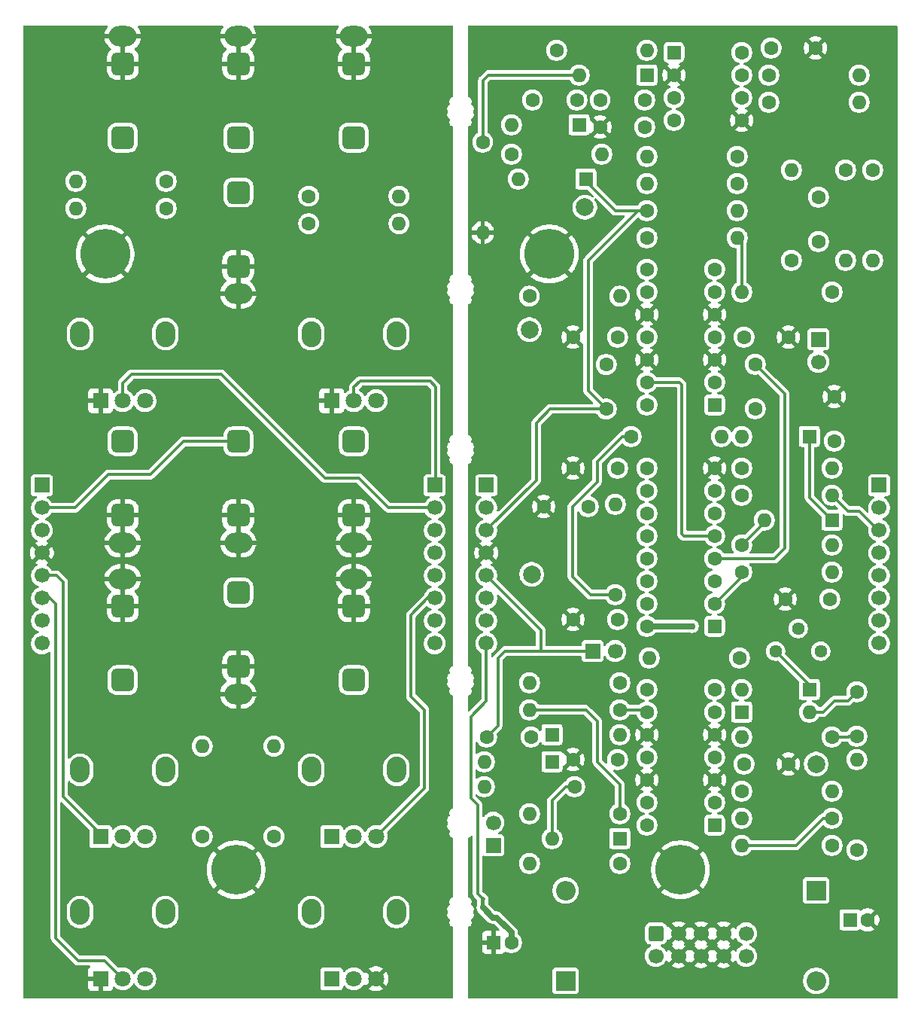
<source format=gbl>
%TF.GenerationSoftware,KiCad,Pcbnew,9.0.3*%
%TF.CreationDate,2026-01-03T16:36:44+00:00*%
%TF.ProjectId,state-variable-filter,73746174-652d-4766-9172-6961626c652d,rev?*%
%TF.SameCoordinates,Original*%
%TF.FileFunction,Copper,L2,Bot*%
%TF.FilePolarity,Positive*%
%FSLAX46Y46*%
G04 Gerber Fmt 4.6, Leading zero omitted, Abs format (unit mm)*
G04 Created by KiCad (PCBNEW 9.0.3) date 2026-01-03 16:36:44*
%MOMM*%
%LPD*%
G01*
G04 APERTURE LIST*
G04 Aperture macros list*
%AMRoundRect*
0 Rectangle with rounded corners*
0 $1 Rounding radius*
0 $2 $3 $4 $5 $6 $7 $8 $9 X,Y pos of 4 corners*
0 Add a 4 corners polygon primitive as box body*
4,1,4,$2,$3,$4,$5,$6,$7,$8,$9,$2,$3,0*
0 Add four circle primitives for the rounded corners*
1,1,$1+$1,$2,$3*
1,1,$1+$1,$4,$5*
1,1,$1+$1,$6,$7*
1,1,$1+$1,$8,$9*
0 Add four rect primitives between the rounded corners*
20,1,$1+$1,$2,$3,$4,$5,0*
20,1,$1+$1,$4,$5,$6,$7,0*
20,1,$1+$1,$6,$7,$8,$9,0*
20,1,$1+$1,$8,$9,$2,$3,0*%
G04 Aperture macros list end*
%TA.AperFunction,EtchedComponent*%
%ADD10C,0.000000*%
%TD*%
%TA.AperFunction,ComponentPad*%
%ADD11C,1.600000*%
%TD*%
%TA.AperFunction,ComponentPad*%
%ADD12O,1.600000X1.600000*%
%TD*%
%TA.AperFunction,ComponentPad*%
%ADD13O,3.100000X2.300000*%
%TD*%
%TA.AperFunction,ComponentPad*%
%ADD14RoundRect,0.650000X0.650000X0.650000X-0.650000X0.650000X-0.650000X-0.650000X0.650000X-0.650000X0*%
%TD*%
%TA.AperFunction,ComponentPad*%
%ADD15R,2.200000X2.200000*%
%TD*%
%TA.AperFunction,ComponentPad*%
%ADD16O,2.200000X2.200000*%
%TD*%
%TA.AperFunction,ComponentPad*%
%ADD17R,1.600000X1.600000*%
%TD*%
%TA.AperFunction,ComponentPad*%
%ADD18C,5.600000*%
%TD*%
%TA.AperFunction,ComponentPad*%
%ADD19O,2.200000X2.900000*%
%TD*%
%TA.AperFunction,ComponentPad*%
%ADD20R,1.800000X1.800000*%
%TD*%
%TA.AperFunction,ComponentPad*%
%ADD21C,1.800000*%
%TD*%
%TA.AperFunction,ComponentPad*%
%ADD22RoundRect,0.250000X0.550000X0.550000X-0.550000X0.550000X-0.550000X-0.550000X0.550000X-0.550000X0*%
%TD*%
%TA.AperFunction,ComponentPad*%
%ADD23RoundRect,0.650000X-0.650000X-0.650000X0.650000X-0.650000X0.650000X0.650000X-0.650000X0.650000X0*%
%TD*%
%TA.AperFunction,ComponentPad*%
%ADD24R,1.700000X1.700000*%
%TD*%
%TA.AperFunction,ComponentPad*%
%ADD25C,1.700000*%
%TD*%
%TA.AperFunction,ComponentPad*%
%ADD26RoundRect,0.250000X-0.550000X-0.550000X0.550000X-0.550000X0.550000X0.550000X-0.550000X0.550000X0*%
%TD*%
%TA.AperFunction,ComponentPad*%
%ADD27C,2.000000*%
%TD*%
%TA.AperFunction,ComponentPad*%
%ADD28RoundRect,0.250000X-0.600000X0.600000X-0.600000X-0.600000X0.600000X-0.600000X0.600000X0.600000X0*%
%TD*%
%TA.AperFunction,ComponentPad*%
%ADD29C,1.440000*%
%TD*%
%TA.AperFunction,SMDPad,CuDef*%
%ADD30C,0.500000*%
%TD*%
%TA.AperFunction,ViaPad*%
%ADD31C,0.762000*%
%TD*%
%TA.AperFunction,Conductor*%
%ADD32C,0.304800*%
%TD*%
%TA.AperFunction,Conductor*%
%ADD33C,0.635000*%
%TD*%
G04 APERTURE END LIST*
D10*
%TA.AperFunction,EtchedComponent*%
%TO.C,NT1*%
G36*
X122250000Y-149500000D02*
G01*
X121750000Y-149500000D01*
X121750000Y-148500000D01*
X122250000Y-148500000D01*
X122250000Y-149500000D01*
G37*
%TD.AperFunction*%
%TD*%
D11*
%TO.P,R19,1*%
%TO.N,Net-(U2B--)*%
X162814000Y-66548000D03*
D12*
%TO.P,R19,2*%
%TO.N,/FILTER_INPUT_2_MAIN*%
X162814000Y-76708000D03*
%TD*%
D11*
%TO.P,R21,1*%
%TO.N,HI_PASS_OUTPUT*%
X161290000Y-80264000D03*
D12*
%TO.P,R21,2*%
%TO.N,Net-(U2B--)*%
X151130000Y-80264000D03*
%TD*%
D13*
%TO.P,J10,S*%
%TO.N,GND*%
X107500000Y-112520000D03*
D14*
%TO.P,J10,T*%
%TO.N,Net-(J10-PadT)*%
X107500000Y-123920000D03*
%TO.P,J10,TN*%
%TO.N,GND*%
X107500000Y-115620000D03*
%TD*%
D15*
%TO.P,D5,1,K*%
%TO.N,/-12IN*%
X131318000Y-157734000D03*
D16*
%TO.P,D5,2,A*%
%TO.N,VEE*%
X131318000Y-147574000D03*
%TD*%
D17*
%TO.P,D7,1,K*%
%TO.N,Net-(D7-K)*%
X161290000Y-105918000D03*
D12*
%TO.P,D7,2,A*%
%TO.N,Net-(D7-A)*%
X153670000Y-105918000D03*
%TD*%
D11*
%TO.P,R8,1*%
%TO.N,Net-(D1-A)*%
X130302000Y-53086000D03*
D12*
%TO.P,R8,2*%
%TO.N,Net-(D6-K)*%
X140462000Y-53086000D03*
%TD*%
D11*
%TO.P,R22,1*%
%TO.N,Net-(U2B--)*%
X150622000Y-68072000D03*
D12*
%TO.P,R22,2*%
%TO.N,Net-(D1-K)*%
X140462000Y-68072000D03*
%TD*%
D11*
%TO.P,R29,1*%
%TO.N,Net-(D7-A)*%
X151130000Y-108712000D03*
D12*
%TO.P,R29,2*%
%TO.N,HI_PASS_OUTPUT*%
X161290000Y-108712000D03*
%TD*%
D11*
%TO.P,C6,1*%
%TO.N,GND*%
X132160000Y-100076000D03*
%TO.P,C6,2*%
%TO.N,VEE*%
X137160000Y-100076000D03*
%TD*%
%TO.P,C12,1*%
%TO.N,Net-(U2A--)*%
X152654000Y-88392000D03*
%TO.P,C12,2*%
%TO.N,BAND_PASS_OUTPUT*%
X152654000Y-93392000D03*
%TD*%
D18*
%TO.P,H2,1,1*%
%TO.N,GND*%
X79500000Y-76000000D03*
%TD*%
D17*
%TO.P,D12,1,K*%
%TO.N,Net-(D12-K)*%
X137414000Y-141732000D03*
D12*
%TO.P,D12,2,A*%
%TO.N,RES_VC*%
X129794000Y-141732000D03*
%TD*%
D11*
%TO.P,C18,1*%
%TO.N,/FREQ_ATTV_CW_MAIN*%
X164084000Y-125222000D03*
%TO.P,C18,2*%
%TO.N,Net-(D9-K)*%
X164084000Y-130222000D03*
%TD*%
%TO.P,R16,1*%
%TO.N,Net-(R13-Pad2)*%
X137414000Y-138938000D03*
D12*
%TO.P,R16,2*%
%TO.N,/RES_ATTV_ACW_MAIN*%
X127254000Y-138938000D03*
%TD*%
D11*
%TO.P,R23,1*%
%TO.N,Net-(JP1-A)*%
X156718000Y-76708000D03*
D12*
%TO.P,R23,2*%
%TO.N,Net-(U2B--)*%
X156718000Y-66548000D03*
%TD*%
D17*
%TO.P,D4,1,K*%
%TO.N,Net-(D3-A)*%
X129794000Y-133096000D03*
D12*
%TO.P,D4,2,A*%
%TO.N,/RES_ATTV_CW_MAIN*%
X122174000Y-133096000D03*
%TD*%
D11*
%TO.P,C17,1*%
%TO.N,Net-(C17-Pad1)*%
X161036000Y-114808000D03*
%TO.P,C17,2*%
%TO.N,GND*%
X156036000Y-114808000D03*
%TD*%
D19*
%TO.P,RV4,*%
%TO.N,*%
X102700000Y-85000000D03*
X112300000Y-85000000D03*
D20*
%TO.P,RV4,1,1*%
%TO.N,GND*%
X105000000Y-92500000D03*
D21*
%TO.P,RV4,2,2*%
%TO.N,/FILTER_INPUT_1_CTRL*%
X107500000Y-92500000D03*
%TO.P,RV4,3,3*%
%TO.N,Net-(J9-PadT)*%
X110000000Y-92500000D03*
%TD*%
D11*
%TO.P,R35,1*%
%TO.N,Net-(U2B--)*%
X165862000Y-66548000D03*
D12*
%TO.P,R35,2*%
%TO.N,/FILTER_INPUT_1_MAIN*%
X165862000Y-76708000D03*
%TD*%
D11*
%TO.P,C3,1*%
%TO.N,GND*%
X132160000Y-85344000D03*
%TO.P,C3,2*%
%TO.N,VEE*%
X137160000Y-85344000D03*
%TD*%
%TO.P,R14,1*%
%TO.N,RES_VC*%
X132334000Y-135890000D03*
D12*
%TO.P,R14,2*%
%TO.N,/RES_ATTV_CW_MAIN*%
X122174000Y-135890000D03*
%TD*%
D18*
%TO.P,H4,1,1*%
%TO.N,GND*%
X144250000Y-145250000D03*
%TD*%
D11*
%TO.P,C15,1*%
%TO.N,Net-(C15-Pad1)*%
X161544000Y-97028000D03*
%TO.P,C15,2*%
%TO.N,GND*%
X161544000Y-92028000D03*
%TD*%
%TO.P,R2,1*%
%TO.N,Net-(J7-PadT)*%
X86360000Y-70866000D03*
D12*
%TO.P,R2,2*%
%TO.N,/NOTCH_CTRL*%
X76200000Y-70866000D03*
%TD*%
D11*
%TO.P,R25,1*%
%TO.N,Net-(U1B--)*%
X150622000Y-65024000D03*
D12*
%TO.P,R25,2*%
%TO.N,LOW_PASS_OUTPUT*%
X140462000Y-65024000D03*
%TD*%
D19*
%TO.P,RV1,*%
%TO.N,*%
X76700000Y-85000000D03*
X86300000Y-85000000D03*
D20*
%TO.P,RV1,1,1*%
%TO.N,GND*%
X79000000Y-92500000D03*
D21*
%TO.P,RV1,2,2*%
%TO.N,/FILTER_INPUT_2_CTRL*%
X81500000Y-92500000D03*
%TO.P,RV1,3,3*%
%TO.N,Net-(J3-PadT)*%
X84000000Y-92500000D03*
%TD*%
D13*
%TO.P,J5,S*%
%TO.N,GND*%
X94500000Y-51520000D03*
D14*
%TO.P,J5,T*%
%TO.N,Net-(J5-PadT)*%
X94500000Y-62920000D03*
%TO.P,J5,TN*%
%TO.N,GND*%
X94500000Y-54620000D03*
%TD*%
D13*
%TO.P,J1,S*%
%TO.N,GND*%
X81500000Y-51520000D03*
D14*
%TO.P,J1,T*%
%TO.N,Net-(J1-PadT)*%
X81500000Y-62920000D03*
%TO.P,J1,TN*%
%TO.N,GND*%
X81500000Y-54620000D03*
%TD*%
D11*
%TO.P,C14,1*%
%TO.N,Net-(U2B--)*%
X159766000Y-69596000D03*
%TO.P,C14,2*%
%TO.N,HI_PASS_OUTPUT*%
X159766000Y-74596000D03*
%TD*%
%TO.P,R37,1*%
%TO.N,Net-(D12-K)*%
X137414000Y-144526000D03*
D12*
%TO.P,R37,2*%
%TO.N,Net-(JP3-A)*%
X127254000Y-144526000D03*
%TD*%
D22*
%TO.P,U4,1*%
%TO.N,Net-(R32-Pad2)*%
X148082000Y-140208000D03*
D11*
%TO.P,U4,2,-*%
%TO.N,/FREQ_ATTV_ACW_MAIN*%
X148082000Y-137668000D03*
%TO.P,U4,3,+*%
%TO.N,GND*%
X148082000Y-135128000D03*
%TO.P,U4,4,V+*%
%TO.N,VCC*%
X148082000Y-132588000D03*
%TO.P,U4,5,+*%
%TO.N,GND*%
X148082000Y-130048000D03*
%TO.P,U4,6,-*%
%TO.N,/FREQ_ATTV_CW_MAIN*%
X148082000Y-127508000D03*
%TO.P,U4,7*%
%TO.N,Net-(D10-K)*%
X148082000Y-124968000D03*
%TO.P,U4,8*%
%TO.N,Net-(D3-A)*%
X140462000Y-124968000D03*
%TO.P,U4,9,-*%
%TO.N,/RES_ATTV_CW_MAIN*%
X140462000Y-127508000D03*
%TO.P,U4,10,+*%
%TO.N,GND*%
X140462000Y-130048000D03*
%TO.P,U4,11,V-*%
%TO.N,VEE*%
X140462000Y-132588000D03*
%TO.P,U4,12,+*%
%TO.N,GND*%
X140462000Y-135128000D03*
%TO.P,U4,13,-*%
%TO.N,/RES_ATTV_ACW_MAIN*%
X140462000Y-137668000D03*
%TO.P,U4,14*%
%TO.N,Net-(R13-Pad2)*%
X140462000Y-140208000D03*
%TD*%
D13*
%TO.P,J4,S*%
%TO.N,GND*%
X81500000Y-112520000D03*
D14*
%TO.P,J4,T*%
%TO.N,Net-(J4-PadT)*%
X81500000Y-123920000D03*
%TO.P,J4,TN*%
%TO.N,GND*%
X81500000Y-115620000D03*
%TD*%
D17*
%TO.P,D1,1,K*%
%TO.N,Net-(D1-K)*%
X132842000Y-61468000D03*
D12*
%TO.P,D1,2,A*%
%TO.N,Net-(D1-A)*%
X125222000Y-61468000D03*
%TD*%
D19*
%TO.P,RV6,*%
%TO.N,*%
X102700000Y-150000000D03*
X112300000Y-150000000D03*
D20*
%TO.P,RV6,1,1*%
%TO.N,/NEG_VREF_CTRL*%
X105000000Y-157500000D03*
D21*
%TO.P,RV6,2,2*%
%TO.N,/FREQ_CV_CTRL*%
X107500000Y-157500000D03*
%TO.P,RV6,3,3*%
%TO.N,GND*%
X110000000Y-157500000D03*
%TD*%
D11*
%TO.P,R32,1*%
%TO.N,/FREQ_ATTV_CW_MAIN*%
X161290000Y-142494000D03*
D12*
%TO.P,R32,2*%
%TO.N,Net-(R32-Pad2)*%
X151130000Y-142494000D03*
%TD*%
D11*
%TO.P,R28,1*%
%TO.N,Net-(R27-Pad1)*%
X151130000Y-103124000D03*
D12*
%TO.P,R28,2*%
%TO.N,BAND_PASS_OUTPUT*%
X161290000Y-103124000D03*
%TD*%
D13*
%TO.P,J9,S*%
%TO.N,GND*%
X107500000Y-108480000D03*
D23*
%TO.P,J9,T*%
%TO.N,Net-(J9-PadT)*%
X107500000Y-97080000D03*
%TO.P,J9,TN*%
%TO.N,GND*%
X107500000Y-105380000D03*
%TD*%
D11*
%TO.P,C2,1*%
%TO.N,GND*%
X135208000Y-61722000D03*
%TO.P,C2,2*%
%TO.N,VEE*%
X140208000Y-61722000D03*
%TD*%
%TO.P,R27,1*%
%TO.N,Net-(R27-Pad1)*%
X151130000Y-100076000D03*
D12*
%TO.P,R27,2*%
%TO.N,Net-(C15-Pad1)*%
X161290000Y-100076000D03*
%TD*%
D11*
%TO.P,R4,1*%
%TO.N,Net-(J5-PadT)*%
X102420000Y-69500000D03*
D12*
%TO.P,R4,2*%
%TO.N,/BANDPASS_CTRL*%
X112580000Y-69500000D03*
%TD*%
D11*
%TO.P,R17,1*%
%TO.N,NOTCH_OUTPUT*%
X154178000Y-55880000D03*
D12*
%TO.P,R17,2*%
%TO.N,Net-(U1B--)*%
X164338000Y-55880000D03*
%TD*%
D11*
%TO.P,R6,1*%
%TO.N,Net-(R6-Pad1)*%
X98500000Y-141500000D03*
D12*
%TO.P,R6,2*%
%TO.N,Net-(J10-PadT)*%
X98500000Y-131340000D03*
%TD*%
D11*
%TO.P,R5,1*%
%TO.N,Net-(R5-Pad1)*%
X90424000Y-141500000D03*
D12*
%TO.P,R5,2*%
%TO.N,Net-(J4-PadT)*%
X90424000Y-131340000D03*
%TD*%
D11*
%TO.P,R1,1*%
%TO.N,Net-(J1-PadT)*%
X86360000Y-67818000D03*
D12*
%TO.P,R1,2*%
%TO.N,/LOWPASS_CTRL*%
X76200000Y-67818000D03*
%TD*%
D17*
%TO.P,D3,1,K*%
%TO.N,RES_VC*%
X129794000Y-130048000D03*
D12*
%TO.P,D3,2,A*%
%TO.N,Net-(D3-A)*%
X137414000Y-130048000D03*
%TD*%
D11*
%TO.P,R20,1*%
%TO.N,Net-(R20-Pad1)*%
X140462000Y-74168000D03*
D12*
%TO.P,R20,2*%
%TO.N,Net-(U2B--)*%
X150622000Y-74168000D03*
%TD*%
D22*
%TO.P,U2,1*%
%TO.N,BAND_PASS_OUTPUT*%
X148082000Y-92959000D03*
D11*
%TO.P,U2,2,-*%
%TO.N,Net-(U2A--)*%
X148082000Y-90419000D03*
%TO.P,U2,3,+*%
%TO.N,GND*%
X148082000Y-87879000D03*
%TO.P,U2,4,V+*%
%TO.N,VCC*%
X148082000Y-85339000D03*
%TO.P,U2,5,+*%
%TO.N,GND*%
X148082000Y-82799000D03*
%TO.P,U2,6,-*%
%TO.N,Net-(U2B--)*%
X148082000Y-80259000D03*
%TO.P,U2,7*%
%TO.N,HI_PASS_OUTPUT*%
X148082000Y-77719000D03*
%TO.P,U2,8*%
%TO.N,Net-(R20-Pad1)*%
X140462000Y-77719000D03*
%TO.P,U2,9,-*%
%TO.N,Net-(U2C--)*%
X140462000Y-80259000D03*
%TO.P,U2,10,+*%
%TO.N,GND*%
X140462000Y-82799000D03*
%TO.P,U2,11,V-*%
%TO.N,VEE*%
X140462000Y-85339000D03*
%TO.P,U2,12,+*%
%TO.N,GND*%
X140462000Y-87879000D03*
%TO.P,U2,13,-*%
%TO.N,Net-(U2D--)*%
X140462000Y-90419000D03*
%TO.P,U2,14*%
%TO.N,LOW_PASS_OUTPUT*%
X140462000Y-92959000D03*
%TD*%
%TO.P,R12,1*%
%TO.N,/RES_ATTV_CW_MAIN*%
X137414000Y-124206000D03*
D12*
%TO.P,R12,2*%
%TO.N,/RES_CV_MAIN*%
X127254000Y-124206000D03*
%TD*%
D13*
%TO.P,J8,S*%
%TO.N,GND*%
X94500000Y-108480000D03*
D23*
%TO.P,J8,T*%
%TO.N,/PING_CTRL*%
X94500000Y-97080000D03*
%TO.P,J8,TN*%
%TO.N,GND*%
X94500000Y-105380000D03*
%TD*%
D11*
%TO.P,C10,1*%
%TO.N,VCC*%
X154432000Y-52832000D03*
%TO.P,C10,2*%
%TO.N,GND*%
X159432000Y-52832000D03*
%TD*%
%TO.P,R10,1*%
%TO.N,Net-(D2-A)*%
X125222000Y-64770000D03*
D12*
%TO.P,R10,2*%
%TO.N,Net-(D6-K)*%
X135382000Y-64770000D03*
%TD*%
D11*
%TO.P,R9,1*%
%TO.N,Net-(R20-Pad1)*%
X127250000Y-80750000D03*
D12*
%TO.P,R9,2*%
%TO.N,Net-(U2C--)*%
X137410000Y-80750000D03*
%TD*%
D24*
%TO.P,J14,1,Pin_1*%
%TO.N,/FILTER_INPUT_1_MAIN*%
X166600000Y-102000000D03*
D25*
%TO.P,J14,2,Pin_2*%
%TO.N,/FILTER_INPUT_2_MAIN*%
X166600000Y-104540000D03*
%TO.P,J14,3,Pin_3*%
%TO.N,BAND_PASS_OUTPUT*%
X166600000Y-107080000D03*
%TO.P,J14,4,Pin_4*%
%TO.N,HI_PASS_OUTPUT*%
X166600000Y-109620000D03*
%TO.P,J14,5,Pin_5*%
%TO.N,/V_OCT_MAIN*%
X166600000Y-112160000D03*
%TO.P,J14,6,Pin_6*%
%TO.N,/FREQ_ATTV_CW_MAIN*%
X166600000Y-114700000D03*
%TO.P,J14,7,Pin_7*%
%TO.N,/FREQ_CV_MAIN*%
X166600000Y-117240000D03*
%TO.P,J14,8,Pin_8*%
%TO.N,/FREQ_ATTV_ACW_MAIN*%
X166600000Y-119780000D03*
%TD*%
D13*
%TO.P,J11,S*%
%TO.N,GND*%
X94500000Y-125480000D03*
D23*
%TO.P,J11,T*%
%TO.N,/V_OCT_CTRL*%
X94500000Y-114080000D03*
%TO.P,J11,TN*%
%TO.N,GND*%
X94500000Y-122380000D03*
%TD*%
D11*
%TO.P,R33,1*%
%TO.N,/FREQ_ATTV_CW_MAIN*%
X164084000Y-143002000D03*
D12*
%TO.P,R33,2*%
%TO.N,/FREQ_CV_MAIN*%
X164084000Y-132842000D03*
%TD*%
D11*
%TO.P,R36,1*%
%TO.N,Net-(D9-K)*%
X150876000Y-121412000D03*
D12*
%TO.P,R36,2*%
%TO.N,Net-(JP2-B)*%
X140716000Y-121412000D03*
%TD*%
D17*
%TO.P,D2,1,K*%
%TO.N,LOW_PASS_OUTPUT*%
X133604000Y-67564000D03*
D12*
%TO.P,D2,2,A*%
%TO.N,Net-(D2-A)*%
X125984000Y-67564000D03*
%TD*%
D11*
%TO.P,R34,1*%
%TO.N,Net-(R32-Pad2)*%
X161290000Y-139446000D03*
D12*
%TO.P,R34,2*%
%TO.N,/FREQ_ATTV_ACW_MAIN*%
X151130000Y-139446000D03*
%TD*%
D19*
%TO.P,RV3,*%
%TO.N,*%
X76700000Y-150000000D03*
X86300000Y-150000000D03*
D20*
%TO.P,RV3,1,1*%
%TO.N,GND*%
X79000000Y-157500000D03*
D21*
%TO.P,RV3,2,2*%
%TO.N,/RES_CV_CTRL*%
X81500000Y-157500000D03*
%TO.P,RV3,3,3*%
%TO.N,/NEG_VREF_CTRL*%
X84000000Y-157500000D03*
%TD*%
D17*
%TO.P,D8,1,K*%
%TO.N,Net-(D7-K)*%
X158750000Y-96520000D03*
D12*
%TO.P,D8,2,A*%
%TO.N,BAND_PASS_OUTPUT*%
X151130000Y-96520000D03*
%TD*%
D11*
%TO.P,R26,1*%
%TO.N,Net-(D7-A)*%
X151130000Y-111760000D03*
D12*
%TO.P,R26,2*%
%TO.N,Net-(C17-Pad1)*%
X161290000Y-111760000D03*
%TD*%
D11*
%TO.P,R18,1*%
%TO.N,Net-(U1B--)*%
X154178000Y-58928000D03*
D12*
%TO.P,R18,2*%
%TO.N,HI_PASS_OUTPUT*%
X164338000Y-58928000D03*
%TD*%
D18*
%TO.P,H1,1,1*%
%TO.N,GND*%
X129500000Y-76000000D03*
%TD*%
D13*
%TO.P,J7,S*%
%TO.N,GND*%
X94500000Y-80480000D03*
D23*
%TO.P,J7,T*%
%TO.N,Net-(J7-PadT)*%
X94500000Y-69080000D03*
%TO.P,J7,TN*%
%TO.N,GND*%
X94500000Y-77380000D03*
%TD*%
D19*
%TO.P,RV5,*%
%TO.N,*%
X102700000Y-134000000D03*
X112300000Y-134000000D03*
D20*
%TO.P,RV5,1,1*%
%TO.N,/FREQ_ATTV_ACW_CTRL*%
X105000000Y-141500000D03*
D21*
%TO.P,RV5,2,2*%
%TO.N,Net-(R6-Pad1)*%
X107500000Y-141500000D03*
%TO.P,RV5,3,3*%
%TO.N,/FREQ_ATTV_CW_CTRL*%
X110000000Y-141500000D03*
%TD*%
D19*
%TO.P,RV2,*%
%TO.N,*%
X76700000Y-134000000D03*
X86300000Y-134000000D03*
D20*
%TO.P,RV2,1,1*%
%TO.N,/RES_ATTV_CW_CTRL*%
X79000000Y-141500000D03*
D21*
%TO.P,RV2,2,2*%
%TO.N,Net-(R5-Pad1)*%
X81500000Y-141500000D03*
%TO.P,RV2,3,3*%
%TO.N,/RES_ATTV_ACW_CTRL*%
X84000000Y-141500000D03*
%TD*%
D22*
%TO.P,U3,1,MODE*%
%TO.N,unconnected-(U3E-MODE-Pad1)*%
X148082000Y-117856000D03*
D11*
%TO.P,U3,2*%
%TO.N,Net-(D7-A)*%
X148082000Y-115316000D03*
%TO.P,U3,3*%
%TO.N,FREQ_VC*%
X148082000Y-112776000D03*
%TO.P,U3,4*%
%TO.N,Net-(U2A--)*%
X148082000Y-110236000D03*
%TO.P,U3,5*%
%TO.N,Net-(U2D--)*%
X148082000Y-107696000D03*
%TO.P,U3,6*%
%TO.N,FREQ_VC*%
X148082000Y-105156000D03*
%TO.P,U3,7*%
%TO.N,Net-(R27-Pad1)*%
X148082000Y-102616000D03*
%TO.P,U3,8,GND*%
%TO.N,GND*%
X148082000Y-100076000D03*
%TO.P,U3,9,V-*%
%TO.N,VEE*%
X140462000Y-100076000D03*
%TO.P,U3,10*%
%TO.N,unconnected-(U3-Pad10)*%
X140462000Y-102616000D03*
%TO.P,U3,11*%
%TO.N,unconnected-(U3-Pad11)*%
X140462000Y-105156000D03*
%TO.P,U3,12*%
%TO.N,unconnected-(U3-Pad12)*%
X140462000Y-107696000D03*
%TO.P,U3,13*%
%TO.N,Net-(U2C--)*%
X140462000Y-110236000D03*
%TO.P,U3,14*%
%TO.N,RES_VC*%
X140462000Y-112776000D03*
%TO.P,U3,15*%
%TO.N,Net-(R11-Pad1)*%
X140462000Y-115316000D03*
%TO.P,U3,16,V+*%
%TO.N,VCC*%
X140462000Y-117856000D03*
%TD*%
%TO.P,C13,1*%
%TO.N,VCC*%
X151384000Y-85344000D03*
%TO.P,C13,2*%
%TO.N,GND*%
X156384000Y-85344000D03*
%TD*%
D13*
%TO.P,J6,S*%
%TO.N,GND*%
X107500000Y-51520000D03*
D14*
%TO.P,J6,T*%
%TO.N,Net-(J6-PadT)*%
X107500000Y-62920000D03*
%TO.P,J6,TN*%
%TO.N,GND*%
X107500000Y-54620000D03*
%TD*%
D11*
%TO.P,C16,1*%
%TO.N,VCC*%
X151384000Y-133350000D03*
%TO.P,C16,2*%
%TO.N,GND*%
X156384000Y-133350000D03*
%TD*%
D17*
%TO.P,D9,1,K*%
%TO.N,Net-(D9-K)*%
X158750000Y-124968000D03*
D12*
%TO.P,D9,2,A*%
%TO.N,Net-(D10-K)*%
X151130000Y-124968000D03*
%TD*%
D26*
%TO.P,U1,1*%
%TO.N,Net-(D1-A)*%
X143510000Y-53340000D03*
D11*
%TO.P,U1,2,-*%
%TO.N,GND*%
X143510000Y-55880000D03*
%TO.P,U1,3,+*%
%TO.N,Net-(D6-K)*%
X143510000Y-58420000D03*
%TO.P,U1,4,V-*%
%TO.N,VEE*%
X143510000Y-60960000D03*
%TO.P,U1,5,+*%
%TO.N,GND*%
X151130000Y-60960000D03*
%TO.P,U1,6,-*%
%TO.N,Net-(U1B--)*%
X151130000Y-58420000D03*
%TO.P,U1,7*%
%TO.N,NOTCH_OUTPUT*%
X151130000Y-55880000D03*
%TO.P,U1,8,V+*%
%TO.N,VCC*%
X151130000Y-53340000D03*
%TD*%
%TO.P,C11,1*%
%TO.N,Net-(D6-K)*%
X140208000Y-58674000D03*
%TO.P,C11,2*%
%TO.N,Net-(D1-A)*%
X135208000Y-58674000D03*
%TD*%
%TO.P,R13,1*%
%TO.N,/RES_ATTV_CW_MAIN*%
X137414000Y-127254000D03*
D12*
%TO.P,R13,2*%
%TO.N,Net-(R13-Pad2)*%
X127254000Y-127254000D03*
%TD*%
D11*
%TO.P,C4,1*%
%TO.N,Net-(U2D--)*%
X135890000Y-88432000D03*
%TO.P,C4,2*%
%TO.N,LOW_PASS_OUTPUT*%
X135890000Y-93432000D03*
%TD*%
D15*
%TO.P,D11,1,K*%
%TO.N,VCC*%
X159512000Y-147574000D03*
D16*
%TO.P,D11,2,A*%
%TO.N,/+12IN*%
X159512000Y-157734000D03*
%TD*%
D18*
%TO.P,H3,1,1*%
%TO.N,GND*%
X94250000Y-145250000D03*
%TD*%
D11*
%TO.P,C1,1*%
%TO.N,/PING_MAIN*%
X127588000Y-58674000D03*
%TO.P,C1,2*%
%TO.N,Net-(D6-A)*%
X132588000Y-58674000D03*
%TD*%
%TO.P,R15,1*%
%TO.N,Net-(R11-Pad1)*%
X136906000Y-114300000D03*
D12*
%TO.P,R15,2*%
%TO.N,Net-(C5-Pad1)*%
X136906000Y-104140000D03*
%TD*%
D11*
%TO.P,R30,1*%
%TO.N,Net-(D9-K)*%
X161290000Y-130302000D03*
D12*
%TO.P,R30,2*%
%TO.N,/FREQ_ATTV_CW_MAIN*%
X151130000Y-130302000D03*
%TD*%
D11*
%TO.P,C9,1*%
%TO.N,/RES_ATTV_CW_MAIN*%
X122428000Y-130302000D03*
%TO.P,C9,2*%
%TO.N,RES_VC*%
X127428000Y-130302000D03*
%TD*%
D17*
%TO.P,D6,1,K*%
%TO.N,Net-(D6-K)*%
X140462000Y-55880000D03*
D12*
%TO.P,D6,2,A*%
%TO.N,Net-(D6-A)*%
X132842000Y-55880000D03*
%TD*%
D13*
%TO.P,J3,S*%
%TO.N,GND*%
X81500000Y-108480000D03*
D23*
%TO.P,J3,T*%
%TO.N,Net-(J3-PadT)*%
X81500000Y-97080000D03*
%TO.P,J3,TN*%
%TO.N,GND*%
X81500000Y-105380000D03*
%TD*%
D11*
%TO.P,R24,1*%
%TO.N,LOW_PASS_OUTPUT*%
X140462000Y-71120000D03*
D12*
%TO.P,R24,2*%
%TO.N,Net-(U2B--)*%
X150622000Y-71120000D03*
%TD*%
D11*
%TO.P,C7,1*%
%TO.N,VCC*%
X137160000Y-117094000D03*
%TO.P,C7,2*%
%TO.N,GND*%
X132160000Y-117094000D03*
%TD*%
%TO.P,R7,1*%
%TO.N,Net-(D6-A)*%
X122000000Y-63420000D03*
D12*
%TO.P,R7,2*%
%TO.N,GND*%
X122000000Y-73580000D03*
%TD*%
D11*
%TO.P,R3,1*%
%TO.N,Net-(J6-PadT)*%
X102420000Y-72600000D03*
D12*
%TO.P,R3,2*%
%TO.N,/HIPASS_CTRL*%
X112580000Y-72600000D03*
%TD*%
D11*
%TO.P,C5,1*%
%TO.N,Net-(C5-Pad1)*%
X133858000Y-104394000D03*
%TO.P,C5,2*%
%TO.N,GND*%
X128858000Y-104394000D03*
%TD*%
%TO.P,R11,1*%
%TO.N,Net-(R11-Pad1)*%
X138684000Y-96520000D03*
D12*
%TO.P,R11,2*%
%TO.N,BAND_PASS_OUTPUT*%
X148844000Y-96520000D03*
%TD*%
D11*
%TO.P,C8,1*%
%TO.N,GND*%
X132160000Y-132842000D03*
%TO.P,C8,2*%
%TO.N,VEE*%
X137160000Y-132842000D03*
%TD*%
D24*
%TO.P,J12,1,Pin_1*%
%TO.N,NOTCH_OUTPUT*%
X122400000Y-102000000D03*
D25*
%TO.P,J12,2,Pin_2*%
%TO.N,/PING_MAIN*%
X122400000Y-104540000D03*
%TO.P,J12,3,Pin_3*%
%TO.N,LOW_PASS_OUTPUT*%
X122400000Y-107080000D03*
%TO.P,J12,4,Pin_4*%
%TO.N,GND*%
X122400000Y-109620000D03*
%TO.P,J12,5,Pin_5*%
%TO.N,/RES_ATTV_CW_MAIN*%
X122400000Y-112160000D03*
%TO.P,J12,6,Pin_6*%
%TO.N,/RES_CV_MAIN*%
X122400000Y-114700000D03*
%TO.P,J12,7,Pin_7*%
%TO.N,/RES_ATTV_ACW_MAIN*%
X122400000Y-117240000D03*
%TO.P,J12,8,Pin_8*%
%TO.N,/NEG_VREF_MAIN*%
X122400000Y-119780000D03*
%TD*%
D11*
%TO.P,R31,1*%
%TO.N,/FREQ_ATTV_CW_MAIN*%
X151130000Y-136398000D03*
D12*
%TO.P,R31,2*%
%TO.N,/V_OCT_MAIN*%
X161290000Y-136398000D03*
%TD*%
D17*
%TO.P,D10,1,K*%
%TO.N,Net-(D10-K)*%
X151130000Y-127508000D03*
D12*
%TO.P,D10,2,A*%
%TO.N,/FREQ_ATTV_CW_MAIN*%
X158750000Y-127508000D03*
%TD*%
D27*
%TO.P,TP2,1,1*%
%TO.N,Net-(R20-Pad1)*%
X127250000Y-84500000D03*
%TD*%
%TO.P,TP1,1,1*%
%TO.N,Net-(D9-K)*%
X159512000Y-133350000D03*
%TD*%
%TO.P,TP4,1,1*%
%TO.N,RES_VC*%
X127508000Y-112014000D03*
%TD*%
D17*
%TO.P,C19,1*%
%TO.N,VCC*%
X163322000Y-150876000D03*
D11*
%TO.P,C19,2*%
%TO.N,GND*%
X165322000Y-150876000D03*
%TD*%
D28*
%TO.P,J15,1,-12V*%
%TO.N,/-12IN*%
X141478000Y-152400000D03*
D25*
%TO.P,J15,2,-12V*%
X141478000Y-154940000D03*
%TO.P,J15,3,GND*%
%TO.N,GND*%
X144018000Y-152400000D03*
%TO.P,J15,4,GND*%
X144018000Y-154940000D03*
%TO.P,J15,5,GND*%
X146558000Y-152400000D03*
%TO.P,J15,6,GND*%
X146558000Y-154940000D03*
%TO.P,J15,7,GND*%
X149098000Y-152400000D03*
%TO.P,J15,8,GND*%
X149098000Y-154940000D03*
%TO.P,J15,9,+12V*%
%TO.N,/+12IN*%
X151638000Y-152400000D03*
%TO.P,J15,10,+12V*%
X151638000Y-154940000D03*
%TD*%
D29*
%TO.P,RV7,1,1*%
%TO.N,FREQ_VC*%
X160020000Y-120650000D03*
%TO.P,RV7,2,2*%
X157480000Y-118110000D03*
%TO.P,RV7,3,3*%
%TO.N,Net-(D9-K)*%
X154940000Y-120650000D03*
%TD*%
D24*
%TO.P,J2,1,Pin_1*%
%TO.N,/NOTCH_CTRL*%
X72400000Y-102000000D03*
D25*
%TO.P,J2,2,Pin_2*%
%TO.N,/PING_CTRL*%
X72400000Y-104540000D03*
%TO.P,J2,3,Pin_3*%
%TO.N,/LOWPASS_CTRL*%
X72400000Y-107080000D03*
%TO.P,J2,4,Pin_4*%
%TO.N,GND*%
X72400000Y-109620000D03*
%TO.P,J2,5,Pin_5*%
%TO.N,/RES_ATTV_CW_CTRL*%
X72400000Y-112160000D03*
%TO.P,J2,6,Pin_6*%
%TO.N,/RES_CV_CTRL*%
X72400000Y-114700000D03*
%TO.P,J2,7,Pin_7*%
%TO.N,/RES_ATTV_ACW_CTRL*%
X72400000Y-117240000D03*
%TO.P,J2,8,Pin_8*%
%TO.N,/NEG_VREF_CTRL*%
X72400000Y-119780000D03*
%TD*%
D24*
%TO.P,JP1,1,A*%
%TO.N,Net-(JP1-A)*%
X159766000Y-85598000D03*
D25*
%TO.P,JP1,2,B*%
%TO.N,BAND_PASS_OUTPUT*%
X159766000Y-88138000D03*
%TD*%
D27*
%TO.P,TP3,1,1*%
%TO.N,Net-(D1-K)*%
X133500000Y-70750000D03*
%TD*%
D30*
%TO.P,NT1,1,1*%
%TO.N,/NEG_VREF_MAIN*%
X122000000Y-148500000D03*
%TO.P,NT1,2,2*%
%TO.N,VEE*%
X122000000Y-149500000D03*
%TD*%
D24*
%TO.P,JP3,1,A*%
%TO.N,Net-(JP3-A)*%
X123190000Y-142494000D03*
D25*
%TO.P,JP3,2,B*%
%TO.N,/RES_ATTV_CW_MAIN*%
X123190000Y-139954000D03*
%TD*%
D17*
%TO.P,C20,1*%
%TO.N,GND*%
X123222000Y-153416000D03*
D11*
%TO.P,C20,2*%
%TO.N,VEE*%
X125222000Y-153416000D03*
%TD*%
D24*
%TO.P,J13,1,Pin_1*%
%TO.N,/FILTER_INPUT_1_CTRL*%
X116600000Y-102000000D03*
D25*
%TO.P,J13,2,Pin_2*%
%TO.N,/FILTER_INPUT_2_CTRL*%
X116600000Y-104540000D03*
%TO.P,J13,3,Pin_3*%
%TO.N,/BANDPASS_CTRL*%
X116600000Y-107080000D03*
%TO.P,J13,4,Pin_4*%
%TO.N,/HIPASS_CTRL*%
X116600000Y-109620000D03*
%TO.P,J13,5,Pin_5*%
%TO.N,/V_OCT_CTRL*%
X116600000Y-112160000D03*
%TO.P,J13,6,Pin_6*%
%TO.N,/FREQ_ATTV_CW_CTRL*%
X116600000Y-114700000D03*
%TO.P,J13,7,Pin_7*%
%TO.N,/FREQ_CV_CTRL*%
X116600000Y-117240000D03*
%TO.P,J13,8,Pin_8*%
%TO.N,/FREQ_ATTV_ACW_CTRL*%
X116600000Y-119780000D03*
%TD*%
D24*
%TO.P,JP2,1,A*%
%TO.N,/RES_ATTV_CW_MAIN*%
X134366000Y-120650000D03*
D25*
%TO.P,JP2,2,B*%
%TO.N,Net-(JP2-B)*%
X136906000Y-120650000D03*
%TD*%
D31*
%TO.N,GND*%
X152400000Y-113665000D03*
X125984000Y-119634000D03*
X144018000Y-84074000D03*
%TO.N,VCC*%
X145542000Y-117856000D03*
%TD*%
D32*
%TO.N,Net-(D6-A)*%
X122620000Y-55880000D02*
X122000000Y-56500000D01*
X132842000Y-55880000D02*
X122620000Y-55880000D01*
X122000000Y-56500000D02*
X122000000Y-63420000D01*
%TO.N,Net-(U2D--)*%
X144399000Y-90678000D02*
X144399000Y-107442000D01*
X144653000Y-107696000D02*
X148082000Y-107696000D01*
X140462000Y-90419000D02*
X144140000Y-90419000D01*
X144399000Y-107442000D02*
X144653000Y-107696000D01*
X144140000Y-90419000D02*
X144399000Y-90678000D01*
D33*
%TO.N,VCC*%
X145542000Y-117856000D02*
X140462000Y-117856000D01*
%TO.N,VEE*%
X123551370Y-150614000D02*
X125222000Y-152284630D01*
X125222000Y-152284630D02*
X125222000Y-153416000D01*
X123114000Y-150614000D02*
X123551370Y-150614000D01*
X122000000Y-149500000D02*
X123114000Y-150614000D01*
D32*
%TO.N,/FREQ_ATTV_CW_MAIN*%
X158750000Y-127508000D02*
X160274000Y-127508000D01*
X161544000Y-126238000D02*
X163068000Y-126238000D01*
X160274000Y-127508000D02*
X161544000Y-126238000D01*
X163068000Y-126238000D02*
X164084000Y-125222000D01*
%TO.N,/RES_ATTV_CW_MAIN*%
X124460000Y-120650000D02*
X123698000Y-121412000D01*
X128524000Y-118284000D02*
X128524000Y-120650000D01*
X128524000Y-120650000D02*
X124460000Y-120650000D01*
X134366000Y-120650000D02*
X128524000Y-120650000D01*
X140208000Y-127254000D02*
X140462000Y-127508000D01*
X123698000Y-121412000D02*
X123698000Y-129032000D01*
X137414000Y-127254000D02*
X140208000Y-127254000D01*
X123698000Y-129032000D02*
X122428000Y-130302000D01*
X122400000Y-112160000D02*
X128524000Y-118284000D01*
%TO.N,RES_VC*%
X131318000Y-135890000D02*
X132334000Y-135890000D01*
X129794000Y-137414000D02*
X131318000Y-135890000D01*
X129794000Y-141732000D02*
X129794000Y-137414000D01*
%TO.N,Net-(U2A--)*%
X155956000Y-91694000D02*
X152654000Y-88392000D01*
X154813000Y-110236000D02*
X155956000Y-109093000D01*
X155956000Y-109093000D02*
X155956000Y-91694000D01*
X148082000Y-110236000D02*
X154813000Y-110236000D01*
%TO.N,Net-(D9-K)*%
X161290000Y-130302000D02*
X163148000Y-130302000D01*
X158750000Y-124460000D02*
X158750000Y-124968000D01*
X163228000Y-130222000D02*
X164084000Y-130222000D01*
X154940000Y-120650000D02*
X158750000Y-124460000D01*
X163148000Y-130302000D02*
X163228000Y-130222000D01*
%TO.N,Net-(D7-A)*%
X153670000Y-106172000D02*
X151130000Y-108712000D01*
X153670000Y-105918000D02*
X153670000Y-106172000D01*
X151130000Y-112268000D02*
X151130000Y-111760000D01*
X148082000Y-115316000D02*
X151130000Y-112268000D01*
%TO.N,Net-(D7-K)*%
X158750000Y-103378000D02*
X161290000Y-105918000D01*
X158750000Y-96520000D02*
X158750000Y-103378000D01*
%TO.N,/PING_CTRL*%
X79900000Y-100800000D02*
X76160000Y-104540000D01*
X76160000Y-104540000D02*
X72400000Y-104540000D01*
X88320000Y-97080000D02*
X84600000Y-100800000D01*
X84600000Y-100800000D02*
X79900000Y-100800000D01*
X94500000Y-97080000D02*
X88320000Y-97080000D01*
%TO.N,/FILTER_INPUT_1_CTRL*%
X107500000Y-92500000D02*
X107500000Y-91001000D01*
X116713000Y-101887000D02*
X116600000Y-102000000D01*
X108204000Y-90297000D02*
X116078000Y-90297000D01*
X107500000Y-91001000D02*
X108204000Y-90297000D01*
X116078000Y-90297000D02*
X116713000Y-90932000D01*
X116713000Y-90932000D02*
X116713000Y-101887000D01*
%TO.N,/FILTER_INPUT_2_CTRL*%
X81500000Y-90500000D02*
X82465000Y-89535000D01*
X92583000Y-89535000D02*
X104267000Y-101219000D01*
X104267000Y-101219000D02*
X108077000Y-101219000D01*
X82465000Y-89535000D02*
X92583000Y-89535000D01*
X108077000Y-101219000D02*
X111398000Y-104540000D01*
X111398000Y-104540000D02*
X116600000Y-104540000D01*
X81500000Y-92500000D02*
X81500000Y-90500000D01*
%TO.N,/RES_ATTV_CW_CTRL*%
X74803000Y-137033000D02*
X79000000Y-141230000D01*
X79000000Y-141230000D02*
X79000000Y-141500000D01*
X74803000Y-112903000D02*
X74803000Y-137033000D01*
X72400000Y-112160000D02*
X74060000Y-112160000D01*
X74060000Y-112160000D02*
X74803000Y-112903000D01*
%TO.N,/RES_CV_CTRL*%
X73298000Y-114700000D02*
X73914000Y-115316000D01*
X73914000Y-115316000D02*
X73914000Y-152908000D01*
X73914000Y-152908000D02*
X76454000Y-155448000D01*
X79448000Y-155448000D02*
X81500000Y-157500000D01*
X76454000Y-155448000D02*
X79448000Y-155448000D01*
X72400000Y-114700000D02*
X73298000Y-114700000D01*
%TO.N,/FREQ_ATTV_CW_CTRL*%
X115443000Y-136057000D02*
X115443000Y-127254000D01*
X113919000Y-125730000D02*
X113919000Y-116586000D01*
X115443000Y-127254000D02*
X113919000Y-125730000D01*
X113919000Y-116586000D02*
X115805000Y-114700000D01*
X115805000Y-114700000D02*
X116600000Y-114700000D01*
X110000000Y-141500000D02*
X115443000Y-136057000D01*
%TO.N,Net-(R11-Pad1)*%
X132080000Y-104394000D02*
X134874000Y-101600000D01*
X137668000Y-96520000D02*
X138684000Y-96520000D01*
X136906000Y-114300000D02*
X134112000Y-114300000D01*
X134874000Y-101600000D02*
X134874000Y-99314000D01*
X132080000Y-112268000D02*
X132080000Y-104394000D01*
X134112000Y-114300000D02*
X132080000Y-112268000D01*
X134874000Y-99314000D02*
X137668000Y-96520000D01*
%TO.N,Net-(R13-Pad2)*%
X137414000Y-135636000D02*
X137414000Y-138938000D01*
X134874000Y-128524000D02*
X134874000Y-133096000D01*
X127254000Y-127254000D02*
X133604000Y-127254000D01*
X134874000Y-133096000D02*
X137414000Y-135636000D01*
X133604000Y-127254000D02*
X134874000Y-128524000D01*
%TO.N,Net-(R32-Pad2)*%
X160274000Y-139446000D02*
X161290000Y-139446000D01*
X157226000Y-142494000D02*
X160274000Y-139446000D01*
X151130000Y-142494000D02*
X157226000Y-142494000D01*
%TO.N,Net-(U2B--)*%
X151130000Y-80264000D02*
X151130000Y-74676000D01*
X151130000Y-74676000D02*
X150622000Y-74168000D01*
%TO.N,/NEG_VREF_MAIN*%
X121412000Y-147912000D02*
X122000000Y-148500000D01*
X122400000Y-126266000D02*
X120650000Y-128016000D01*
X120650000Y-128016000D02*
X120650000Y-137160000D01*
X120650000Y-137160000D02*
X121412000Y-137922000D01*
X122400000Y-119780000D02*
X122400000Y-126266000D01*
X121412000Y-137922000D02*
X121412000Y-147912000D01*
%TO.N,BAND_PASS_OUTPUT*%
X166516000Y-107080000D02*
X166600000Y-107080000D01*
X164338000Y-104902000D02*
X166516000Y-107080000D01*
X163068000Y-104902000D02*
X164338000Y-104902000D01*
X161290000Y-103124000D02*
X163068000Y-104902000D01*
%TO.N,LOW_PASS_OUTPUT*%
X140462000Y-71120000D02*
X136906000Y-71120000D01*
X139446000Y-71120000D02*
X140462000Y-71120000D01*
X129580000Y-93432000D02*
X135890000Y-93432000D01*
X128016000Y-94996000D02*
X129580000Y-93432000D01*
X122400000Y-107080000D02*
X128016000Y-101464000D01*
X128016000Y-101464000D02*
X128016000Y-94996000D01*
X133858000Y-91400000D02*
X133858000Y-76708000D01*
X133858000Y-76708000D02*
X139446000Y-71120000D01*
X133604000Y-67818000D02*
X133604000Y-67564000D01*
X135890000Y-93432000D02*
X133858000Y-91400000D01*
X136906000Y-71120000D02*
X133604000Y-67818000D01*
%TD*%
%TA.AperFunction,Conductor*%
%TO.N,GND*%
G36*
X94750000Y-125180000D02*
G01*
X94250000Y-125180000D01*
X94250000Y-122680000D01*
X94750000Y-122680000D01*
X94750000Y-125180000D01*
G37*
%TD.AperFunction*%
%TA.AperFunction,Conductor*%
G36*
X81750000Y-115320000D02*
G01*
X81250000Y-115320000D01*
X81250000Y-112820000D01*
X81750000Y-112820000D01*
X81750000Y-115320000D01*
G37*
%TD.AperFunction*%
%TA.AperFunction,Conductor*%
G36*
X107750000Y-115320000D02*
G01*
X107250000Y-115320000D01*
X107250000Y-112820000D01*
X107750000Y-112820000D01*
X107750000Y-115320000D01*
G37*
%TD.AperFunction*%
%TA.AperFunction,Conductor*%
G36*
X81750000Y-108180000D02*
G01*
X81250000Y-108180000D01*
X81250000Y-105680000D01*
X81750000Y-105680000D01*
X81750000Y-108180000D01*
G37*
%TD.AperFunction*%
%TA.AperFunction,Conductor*%
G36*
X94750000Y-108180000D02*
G01*
X94250000Y-108180000D01*
X94250000Y-105680000D01*
X94750000Y-105680000D01*
X94750000Y-108180000D01*
G37*
%TD.AperFunction*%
%TA.AperFunction,Conductor*%
G36*
X107750000Y-108180000D02*
G01*
X107250000Y-108180000D01*
X107250000Y-105680000D01*
X107750000Y-105680000D01*
X107750000Y-108180000D01*
G37*
%TD.AperFunction*%
%TA.AperFunction,Conductor*%
G36*
X94750000Y-80180000D02*
G01*
X94250000Y-80180000D01*
X94250000Y-77680000D01*
X94750000Y-77680000D01*
X94750000Y-80180000D01*
G37*
%TD.AperFunction*%
%TA.AperFunction,Conductor*%
G36*
X79766694Y-50324985D02*
G01*
X79812449Y-50377789D01*
X79822393Y-50446947D01*
X79799973Y-50502185D01*
X79688796Y-50655208D01*
X79570883Y-50886622D01*
X79490629Y-51133622D01*
X79469029Y-51270000D01*
X80833012Y-51270000D01*
X80815795Y-51279940D01*
X80759940Y-51335795D01*
X80720444Y-51404204D01*
X80700000Y-51480504D01*
X80700000Y-51559496D01*
X80720444Y-51635796D01*
X80759940Y-51704205D01*
X80815795Y-51760060D01*
X80833012Y-51770000D01*
X79469029Y-51770000D01*
X79490629Y-51906377D01*
X79570883Y-52153377D01*
X79688796Y-52384791D01*
X79841445Y-52594896D01*
X79841449Y-52594901D01*
X80025102Y-52778554D01*
X80139781Y-52861872D01*
X80182447Y-52917201D01*
X80188426Y-52986815D01*
X80155821Y-53048610D01*
X80136974Y-53064489D01*
X80112180Y-53081473D01*
X79961474Y-53232179D01*
X79841028Y-53408009D01*
X79754946Y-53602967D01*
X79754941Y-53602982D01*
X79706149Y-53810429D01*
X79706147Y-53810444D01*
X79700000Y-53899011D01*
X79700000Y-54370000D01*
X80833012Y-54370000D01*
X80815795Y-54379940D01*
X80759940Y-54435795D01*
X80720444Y-54504204D01*
X80700000Y-54580504D01*
X80700000Y-54659496D01*
X80720444Y-54735796D01*
X80759940Y-54804205D01*
X80815795Y-54860060D01*
X80833012Y-54870000D01*
X79700001Y-54870000D01*
X79700001Y-55340988D01*
X79706147Y-55429559D01*
X79706148Y-55429568D01*
X79754941Y-55637017D01*
X79754946Y-55637032D01*
X79841028Y-55831990D01*
X79961474Y-56007820D01*
X80112179Y-56158525D01*
X80288009Y-56278971D01*
X80482967Y-56365053D01*
X80482982Y-56365058D01*
X80690429Y-56413850D01*
X80690444Y-56413852D01*
X80779011Y-56419999D01*
X81249999Y-56419999D01*
X81250000Y-56419998D01*
X81250000Y-54920000D01*
X81750000Y-54920000D01*
X81750000Y-56419999D01*
X82220988Y-56419999D01*
X82309559Y-56413852D01*
X82309568Y-56413851D01*
X82517017Y-56365058D01*
X82517032Y-56365053D01*
X82711990Y-56278971D01*
X82887820Y-56158525D01*
X83038525Y-56007820D01*
X83158971Y-55831990D01*
X83245053Y-55637032D01*
X83245058Y-55637017D01*
X83293850Y-55429570D01*
X83293852Y-55429555D01*
X83300000Y-55340988D01*
X83300000Y-54870000D01*
X82166988Y-54870000D01*
X82184205Y-54860060D01*
X82240060Y-54804205D01*
X82279556Y-54735796D01*
X82300000Y-54659496D01*
X82300000Y-54580504D01*
X82279556Y-54504204D01*
X82240060Y-54435795D01*
X82184205Y-54379940D01*
X82166988Y-54370000D01*
X83299999Y-54370000D01*
X83299999Y-53899011D01*
X83293852Y-53810440D01*
X83293851Y-53810431D01*
X83245058Y-53602982D01*
X83245053Y-53602967D01*
X83158971Y-53408009D01*
X83038525Y-53232179D01*
X82887820Y-53081474D01*
X82863026Y-53064490D01*
X82818843Y-53010364D01*
X82810937Y-52940943D01*
X82841817Y-52878268D01*
X82860218Y-52861871D01*
X82974903Y-52778548D01*
X83158550Y-52594901D01*
X83158554Y-52594896D01*
X83311203Y-52384791D01*
X83429116Y-52153377D01*
X83509370Y-51906377D01*
X83530971Y-51770000D01*
X82166988Y-51770000D01*
X82184205Y-51760060D01*
X82240060Y-51704205D01*
X82279556Y-51635796D01*
X82300000Y-51559496D01*
X82300000Y-51480504D01*
X82279556Y-51404204D01*
X82240060Y-51335795D01*
X82184205Y-51279940D01*
X82166988Y-51270000D01*
X83530971Y-51270000D01*
X83509370Y-51133622D01*
X83429116Y-50886622D01*
X83311203Y-50655208D01*
X83200027Y-50502185D01*
X83176547Y-50436379D01*
X83192373Y-50368325D01*
X83242479Y-50319630D01*
X83300345Y-50305300D01*
X92699655Y-50305300D01*
X92766694Y-50324985D01*
X92812449Y-50377789D01*
X92822393Y-50446947D01*
X92799973Y-50502185D01*
X92688796Y-50655208D01*
X92570883Y-50886622D01*
X92490629Y-51133622D01*
X92469029Y-51270000D01*
X93833012Y-51270000D01*
X93815795Y-51279940D01*
X93759940Y-51335795D01*
X93720444Y-51404204D01*
X93700000Y-51480504D01*
X93700000Y-51559496D01*
X93720444Y-51635796D01*
X93759940Y-51704205D01*
X93815795Y-51760060D01*
X93833012Y-51770000D01*
X92469029Y-51770000D01*
X92490629Y-51906377D01*
X92570883Y-52153377D01*
X92688796Y-52384791D01*
X92841445Y-52594896D01*
X92841449Y-52594901D01*
X93025102Y-52778554D01*
X93139781Y-52861872D01*
X93182447Y-52917201D01*
X93188426Y-52986815D01*
X93155821Y-53048610D01*
X93136974Y-53064489D01*
X93112180Y-53081473D01*
X92961474Y-53232179D01*
X92841028Y-53408009D01*
X92754946Y-53602967D01*
X92754941Y-53602982D01*
X92706149Y-53810429D01*
X92706147Y-53810444D01*
X92700000Y-53899011D01*
X92700000Y-54370000D01*
X93833012Y-54370000D01*
X93815795Y-54379940D01*
X93759940Y-54435795D01*
X93720444Y-54504204D01*
X93700000Y-54580504D01*
X93700000Y-54659496D01*
X93720444Y-54735796D01*
X93759940Y-54804205D01*
X93815795Y-54860060D01*
X93833012Y-54870000D01*
X92700001Y-54870000D01*
X92700001Y-55340988D01*
X92706147Y-55429559D01*
X92706148Y-55429568D01*
X92754941Y-55637017D01*
X92754946Y-55637032D01*
X92841028Y-55831990D01*
X92961474Y-56007820D01*
X93112179Y-56158525D01*
X93288009Y-56278971D01*
X93482967Y-56365053D01*
X93482982Y-56365058D01*
X93690429Y-56413850D01*
X93690444Y-56413852D01*
X93779011Y-56419999D01*
X94249999Y-56419999D01*
X94250000Y-56419998D01*
X94250000Y-54920000D01*
X94750000Y-54920000D01*
X94750000Y-56419999D01*
X95220988Y-56419999D01*
X95309559Y-56413852D01*
X95309568Y-56413851D01*
X95517017Y-56365058D01*
X95517032Y-56365053D01*
X95711990Y-56278971D01*
X95887820Y-56158525D01*
X96038525Y-56007820D01*
X96158971Y-55831990D01*
X96245053Y-55637032D01*
X96245058Y-55637017D01*
X96293850Y-55429570D01*
X96293852Y-55429555D01*
X96300000Y-55340988D01*
X96300000Y-54870000D01*
X95166988Y-54870000D01*
X95184205Y-54860060D01*
X95240060Y-54804205D01*
X95279556Y-54735796D01*
X95300000Y-54659496D01*
X95300000Y-54580504D01*
X95279556Y-54504204D01*
X95240060Y-54435795D01*
X95184205Y-54379940D01*
X95166988Y-54370000D01*
X96299999Y-54370000D01*
X96299999Y-53899011D01*
X96293852Y-53810440D01*
X96293851Y-53810431D01*
X96245058Y-53602982D01*
X96245053Y-53602967D01*
X96158971Y-53408009D01*
X96038525Y-53232179D01*
X95887820Y-53081474D01*
X95863026Y-53064490D01*
X95818843Y-53010364D01*
X95810937Y-52940943D01*
X95841817Y-52878268D01*
X95860218Y-52861871D01*
X95974903Y-52778548D01*
X96158550Y-52594901D01*
X96158554Y-52594896D01*
X96311203Y-52384791D01*
X96429116Y-52153377D01*
X96509370Y-51906377D01*
X96530971Y-51770000D01*
X95166988Y-51770000D01*
X95184205Y-51760060D01*
X95240060Y-51704205D01*
X95279556Y-51635796D01*
X95300000Y-51559496D01*
X95300000Y-51480504D01*
X95279556Y-51404204D01*
X95240060Y-51335795D01*
X95184205Y-51279940D01*
X95166988Y-51270000D01*
X96530971Y-51270000D01*
X96509370Y-51133622D01*
X96429116Y-50886622D01*
X96311203Y-50655208D01*
X96200027Y-50502185D01*
X96176547Y-50436379D01*
X96192373Y-50368325D01*
X96242479Y-50319630D01*
X96300345Y-50305300D01*
X105699655Y-50305300D01*
X105766694Y-50324985D01*
X105812449Y-50377789D01*
X105822393Y-50446947D01*
X105799973Y-50502185D01*
X105688796Y-50655208D01*
X105570883Y-50886622D01*
X105490629Y-51133622D01*
X105469029Y-51270000D01*
X106833012Y-51270000D01*
X106815795Y-51279940D01*
X106759940Y-51335795D01*
X106720444Y-51404204D01*
X106700000Y-51480504D01*
X106700000Y-51559496D01*
X106720444Y-51635796D01*
X106759940Y-51704205D01*
X106815795Y-51760060D01*
X106833012Y-51770000D01*
X105469029Y-51770000D01*
X105490629Y-51906377D01*
X105570883Y-52153377D01*
X105688796Y-52384791D01*
X105841445Y-52594896D01*
X105841449Y-52594901D01*
X106025102Y-52778554D01*
X106139781Y-52861872D01*
X106182447Y-52917201D01*
X106188426Y-52986815D01*
X106155821Y-53048610D01*
X106136974Y-53064489D01*
X106112180Y-53081473D01*
X105961474Y-53232179D01*
X105841028Y-53408009D01*
X105754946Y-53602967D01*
X105754941Y-53602982D01*
X105706149Y-53810429D01*
X105706147Y-53810444D01*
X105700000Y-53899011D01*
X105700000Y-54370000D01*
X106833012Y-54370000D01*
X106815795Y-54379940D01*
X106759940Y-54435795D01*
X106720444Y-54504204D01*
X106700000Y-54580504D01*
X106700000Y-54659496D01*
X106720444Y-54735796D01*
X106759940Y-54804205D01*
X106815795Y-54860060D01*
X106833012Y-54870000D01*
X105700001Y-54870000D01*
X105700001Y-55340988D01*
X105706147Y-55429559D01*
X105706148Y-55429568D01*
X105754941Y-55637017D01*
X105754946Y-55637032D01*
X105841028Y-55831990D01*
X105961474Y-56007820D01*
X106112179Y-56158525D01*
X106288009Y-56278971D01*
X106482967Y-56365053D01*
X106482982Y-56365058D01*
X106690429Y-56413850D01*
X106690444Y-56413852D01*
X106779011Y-56419999D01*
X107249999Y-56419999D01*
X107250000Y-56419998D01*
X107250000Y-54920000D01*
X107750000Y-54920000D01*
X107750000Y-56419999D01*
X108220988Y-56419999D01*
X108309559Y-56413852D01*
X108309568Y-56413851D01*
X108517017Y-56365058D01*
X108517032Y-56365053D01*
X108711990Y-56278971D01*
X108887820Y-56158525D01*
X109038525Y-56007820D01*
X109158971Y-55831990D01*
X109245053Y-55637032D01*
X109245058Y-55637017D01*
X109293850Y-55429570D01*
X109293852Y-55429555D01*
X109300000Y-55340988D01*
X109300000Y-54870000D01*
X108166988Y-54870000D01*
X108184205Y-54860060D01*
X108240060Y-54804205D01*
X108279556Y-54735796D01*
X108300000Y-54659496D01*
X108300000Y-54580504D01*
X108279556Y-54504204D01*
X108240060Y-54435795D01*
X108184205Y-54379940D01*
X108166988Y-54370000D01*
X109299999Y-54370000D01*
X109299999Y-53899011D01*
X109293852Y-53810440D01*
X109293851Y-53810431D01*
X109245058Y-53602982D01*
X109245053Y-53602967D01*
X109158971Y-53408009D01*
X109038525Y-53232179D01*
X108887820Y-53081474D01*
X108863026Y-53064490D01*
X108818843Y-53010364D01*
X108810937Y-52940943D01*
X108841817Y-52878268D01*
X108860218Y-52861871D01*
X108974903Y-52778548D01*
X109158550Y-52594901D01*
X109158554Y-52594896D01*
X109311203Y-52384791D01*
X109429116Y-52153377D01*
X109509370Y-51906377D01*
X109530971Y-51770000D01*
X108166988Y-51770000D01*
X108184205Y-51760060D01*
X108240060Y-51704205D01*
X108279556Y-51635796D01*
X108300000Y-51559496D01*
X108300000Y-51480504D01*
X108279556Y-51404204D01*
X108240060Y-51335795D01*
X108184205Y-51279940D01*
X108166988Y-51270000D01*
X109530971Y-51270000D01*
X109509370Y-51133622D01*
X109429116Y-50886622D01*
X109311203Y-50655208D01*
X109200027Y-50502185D01*
X109176547Y-50436379D01*
X109192373Y-50368325D01*
X109242479Y-50319630D01*
X109300345Y-50305300D01*
X118570700Y-50305300D01*
X118637739Y-50324985D01*
X118683494Y-50377789D01*
X118694700Y-50429300D01*
X118694700Y-58247372D01*
X118675015Y-58314411D01*
X118622211Y-58360166D01*
X118602795Y-58367146D01*
X118555270Y-58379880D01*
X118440230Y-58446300D01*
X118440227Y-58446302D01*
X118346302Y-58540227D01*
X118346300Y-58540230D01*
X118282155Y-58651332D01*
X118279881Y-58655270D01*
X118245500Y-58783581D01*
X118245500Y-58916419D01*
X118273519Y-59020985D01*
X118279882Y-59044734D01*
X118279883Y-59044735D01*
X118282749Y-59049699D01*
X118299223Y-59117599D01*
X118276371Y-59183626D01*
X118237364Y-59219086D01*
X118190236Y-59246296D01*
X118190227Y-59246302D01*
X118096302Y-59340227D01*
X118096300Y-59340230D01*
X118029881Y-59455270D01*
X117995500Y-59583581D01*
X117995500Y-59716419D01*
X118025719Y-59829197D01*
X118029882Y-59844733D01*
X118083730Y-59938000D01*
X118100203Y-60005900D01*
X118083730Y-60062000D01*
X118029882Y-60155266D01*
X118029881Y-60155270D01*
X117995500Y-60283581D01*
X117995500Y-60416419D01*
X118029881Y-60544730D01*
X118096300Y-60659770D01*
X118190230Y-60753700D01*
X118237364Y-60780913D01*
X118285578Y-60831479D01*
X118298802Y-60900086D01*
X118282752Y-60950296D01*
X118279882Y-60955266D01*
X118279881Y-60955270D01*
X118245500Y-61083581D01*
X118245500Y-61216419D01*
X118279881Y-61344730D01*
X118346300Y-61459770D01*
X118440230Y-61553700D01*
X118555270Y-61620119D01*
X118602795Y-61632853D01*
X118662453Y-61669216D01*
X118692983Y-61732063D01*
X118694700Y-61752627D01*
X118694700Y-78247372D01*
X118675015Y-78314411D01*
X118622211Y-78360166D01*
X118602795Y-78367146D01*
X118555270Y-78379880D01*
X118440230Y-78446300D01*
X118440227Y-78446302D01*
X118346302Y-78540227D01*
X118346300Y-78540230D01*
X118300131Y-78620197D01*
X118279881Y-78655270D01*
X118245500Y-78783581D01*
X118245500Y-78916419D01*
X118261161Y-78974865D01*
X118279882Y-79044734D01*
X118279883Y-79044735D01*
X118282749Y-79049699D01*
X118299223Y-79117599D01*
X118276371Y-79183626D01*
X118237364Y-79219086D01*
X118190236Y-79246296D01*
X118190227Y-79246302D01*
X118096302Y-79340227D01*
X118096300Y-79340230D01*
X118029881Y-79455270D01*
X117995500Y-79583581D01*
X117995500Y-79716419D01*
X118029881Y-79844730D01*
X118029882Y-79844733D01*
X118083730Y-79938000D01*
X118100203Y-80005900D01*
X118083730Y-80062000D01*
X118029882Y-80155266D01*
X118029881Y-80155270D01*
X117995500Y-80283581D01*
X117995500Y-80416419D01*
X118029881Y-80544730D01*
X118096300Y-80659770D01*
X118190230Y-80753700D01*
X118237364Y-80780913D01*
X118285578Y-80831479D01*
X118298802Y-80900086D01*
X118282752Y-80950296D01*
X118279882Y-80955266D01*
X118279881Y-80955270D01*
X118245500Y-81083581D01*
X118245500Y-81216419D01*
X118279881Y-81344730D01*
X118346300Y-81459770D01*
X118440230Y-81553700D01*
X118555270Y-81620119D01*
X118602795Y-81632853D01*
X118662453Y-81669216D01*
X118692983Y-81732063D01*
X118694700Y-81752627D01*
X118694700Y-96247372D01*
X118675015Y-96314411D01*
X118622211Y-96360166D01*
X118602795Y-96367146D01*
X118555270Y-96379880D01*
X118440230Y-96446300D01*
X118440227Y-96446302D01*
X118346302Y-96540227D01*
X118346300Y-96540230D01*
X118326537Y-96574461D01*
X118279881Y-96655270D01*
X118245500Y-96783581D01*
X118245500Y-96916419D01*
X118260805Y-96973538D01*
X118279882Y-97044734D01*
X118279883Y-97044735D01*
X118282749Y-97049699D01*
X118299223Y-97117599D01*
X118276371Y-97183626D01*
X118237364Y-97219086D01*
X118190236Y-97246296D01*
X118190227Y-97246302D01*
X118096302Y-97340227D01*
X118096300Y-97340230D01*
X118044261Y-97430364D01*
X118029881Y-97455270D01*
X117995500Y-97583581D01*
X117995500Y-97716419D01*
X118029881Y-97844730D01*
X118029882Y-97844733D01*
X118083730Y-97938000D01*
X118100203Y-98005900D01*
X118083730Y-98062000D01*
X118029882Y-98155266D01*
X118029881Y-98155270D01*
X117995500Y-98283581D01*
X117995500Y-98416419D01*
X118029881Y-98544730D01*
X118096300Y-98659770D01*
X118190230Y-98753700D01*
X118237364Y-98780913D01*
X118285578Y-98831479D01*
X118298802Y-98900086D01*
X118282752Y-98950296D01*
X118279882Y-98955266D01*
X118279881Y-98955270D01*
X118245500Y-99083581D01*
X118245500Y-99216419D01*
X118279881Y-99344730D01*
X118346300Y-99459770D01*
X118440230Y-99553700D01*
X118555270Y-99620119D01*
X118602795Y-99632853D01*
X118662453Y-99669216D01*
X118692983Y-99732063D01*
X118694700Y-99752627D01*
X118694700Y-122247372D01*
X118675015Y-122314411D01*
X118622211Y-122360166D01*
X118602795Y-122367146D01*
X118555270Y-122379880D01*
X118440230Y-122446300D01*
X118440227Y-122446302D01*
X118346302Y-122540227D01*
X118346300Y-122540230D01*
X118279881Y-122655270D01*
X118245500Y-122783581D01*
X118245500Y-122916419D01*
X118274460Y-123024500D01*
X118279882Y-123044734D01*
X118279883Y-123044735D01*
X118282749Y-123049699D01*
X118299223Y-123117599D01*
X118276371Y-123183626D01*
X118237364Y-123219086D01*
X118190236Y-123246296D01*
X118190227Y-123246302D01*
X118096302Y-123340227D01*
X118096300Y-123340230D01*
X118040831Y-123436305D01*
X118029881Y-123455270D01*
X117995500Y-123583581D01*
X117995500Y-123716419D01*
X118022074Y-123815593D01*
X118029882Y-123844733D01*
X118083730Y-123938000D01*
X118100203Y-124005900D01*
X118083730Y-124062000D01*
X118029882Y-124155266D01*
X118029881Y-124155270D01*
X117995500Y-124283581D01*
X117995500Y-124416419D01*
X118029881Y-124544730D01*
X118096300Y-124659770D01*
X118190230Y-124753700D01*
X118237364Y-124780913D01*
X118285578Y-124831479D01*
X118298802Y-124900086D01*
X118282752Y-124950296D01*
X118279882Y-124955266D01*
X118279881Y-124955270D01*
X118245500Y-125083581D01*
X118245500Y-125216419D01*
X118279881Y-125344730D01*
X118346300Y-125459770D01*
X118440230Y-125553700D01*
X118555270Y-125620119D01*
X118602795Y-125632853D01*
X118662453Y-125669216D01*
X118692983Y-125732063D01*
X118694700Y-125752627D01*
X118694700Y-138247372D01*
X118675015Y-138314411D01*
X118622211Y-138360166D01*
X118602795Y-138367146D01*
X118555270Y-138379880D01*
X118440230Y-138446300D01*
X118440227Y-138446302D01*
X118346302Y-138540227D01*
X118346300Y-138540230D01*
X118323238Y-138580175D01*
X118279881Y-138655270D01*
X118245500Y-138783581D01*
X118245500Y-138916419D01*
X118269722Y-139006815D01*
X118279882Y-139044734D01*
X118279883Y-139044735D01*
X118282749Y-139049699D01*
X118299223Y-139117599D01*
X118276371Y-139183626D01*
X118237364Y-139219086D01*
X118190236Y-139246296D01*
X118190227Y-139246302D01*
X118096302Y-139340227D01*
X118096300Y-139340230D01*
X118058785Y-139405208D01*
X118029881Y-139455270D01*
X117995500Y-139583581D01*
X117995500Y-139716419D01*
X118029881Y-139844730D01*
X118029882Y-139844733D01*
X118083730Y-139938000D01*
X118100203Y-140005900D01*
X118083730Y-140062000D01*
X118029882Y-140155266D01*
X118029881Y-140155270D01*
X117995500Y-140283581D01*
X117995500Y-140416419D01*
X118029881Y-140544730D01*
X118096300Y-140659770D01*
X118190230Y-140753700D01*
X118237364Y-140780913D01*
X118285578Y-140831479D01*
X118298802Y-140900086D01*
X118282752Y-140950296D01*
X118279882Y-140955266D01*
X118277996Y-140962305D01*
X118245500Y-141083581D01*
X118245500Y-141216419D01*
X118279881Y-141344730D01*
X118346300Y-141459770D01*
X118440230Y-141553700D01*
X118555270Y-141620119D01*
X118602795Y-141632853D01*
X118662453Y-141669216D01*
X118692983Y-141732063D01*
X118694700Y-141752627D01*
X118694700Y-148247372D01*
X118675015Y-148314411D01*
X118622211Y-148360166D01*
X118602795Y-148367146D01*
X118555270Y-148379880D01*
X118440230Y-148446300D01*
X118440227Y-148446302D01*
X118346302Y-148540227D01*
X118346300Y-148540230D01*
X118279881Y-148655270D01*
X118245500Y-148783581D01*
X118245500Y-148916419D01*
X118253684Y-148946961D01*
X118279882Y-149044734D01*
X118279883Y-149044735D01*
X118282749Y-149049699D01*
X118299223Y-149117599D01*
X118276371Y-149183626D01*
X118237364Y-149219086D01*
X118190236Y-149246296D01*
X118190227Y-149246302D01*
X118096302Y-149340227D01*
X118096300Y-149340230D01*
X118043805Y-149431154D01*
X118029881Y-149455270D01*
X117995500Y-149583581D01*
X117995500Y-149716419D01*
X118026229Y-149831101D01*
X118029882Y-149844733D01*
X118083730Y-149938000D01*
X118100203Y-150005900D01*
X118083730Y-150062000D01*
X118029882Y-150155266D01*
X118029881Y-150155270D01*
X117995500Y-150283581D01*
X117995500Y-150416419D01*
X118029881Y-150544730D01*
X118096300Y-150659770D01*
X118190230Y-150753700D01*
X118237364Y-150780913D01*
X118285578Y-150831479D01*
X118298802Y-150900086D01*
X118282752Y-150950296D01*
X118279882Y-150955266D01*
X118279881Y-150955270D01*
X118245500Y-151083581D01*
X118245500Y-151216419D01*
X118279881Y-151344730D01*
X118346300Y-151459770D01*
X118440230Y-151553700D01*
X118555270Y-151620119D01*
X118602795Y-151632853D01*
X118662453Y-151669216D01*
X118692983Y-151732063D01*
X118694700Y-151752627D01*
X118694700Y-159570700D01*
X118675015Y-159637739D01*
X118622211Y-159683494D01*
X118570700Y-159694700D01*
X70429300Y-159694700D01*
X70362261Y-159675015D01*
X70316506Y-159622211D01*
X70305300Y-159570700D01*
X70305300Y-109513753D01*
X71050000Y-109513753D01*
X71050000Y-109726246D01*
X71083242Y-109936127D01*
X71083242Y-109936130D01*
X71148904Y-110138217D01*
X71245375Y-110327550D01*
X71284728Y-110381716D01*
X71917037Y-109749408D01*
X71934075Y-109812993D01*
X71999901Y-109927007D01*
X72092993Y-110020099D01*
X72207007Y-110085925D01*
X72270590Y-110102962D01*
X71638282Y-110735269D01*
X71638282Y-110735270D01*
X71692449Y-110774624D01*
X71832555Y-110846012D01*
X71883351Y-110893987D01*
X71900146Y-110961808D01*
X71877609Y-111027942D01*
X71832556Y-111066981D01*
X71754555Y-111106725D01*
X71597729Y-111220666D01*
X71460666Y-111357729D01*
X71346727Y-111514552D01*
X71258723Y-111687267D01*
X71258722Y-111687270D01*
X71198824Y-111871621D01*
X71168500Y-112063079D01*
X71168500Y-112256920D01*
X71198824Y-112448378D01*
X71258722Y-112632729D01*
X71258723Y-112632732D01*
X71328925Y-112770509D01*
X71346727Y-112805447D01*
X71460664Y-112962268D01*
X71597732Y-113099336D01*
X71754553Y-113213273D01*
X71786469Y-113229535D01*
X71927267Y-113301276D01*
X71927270Y-113301277D01*
X71960484Y-113312069D01*
X72018160Y-113351507D01*
X72045358Y-113415865D01*
X72033443Y-113484712D01*
X71986199Y-113536187D01*
X71960484Y-113547931D01*
X71927270Y-113558722D01*
X71927267Y-113558723D01*
X71754552Y-113646727D01*
X71597729Y-113760666D01*
X71460666Y-113897729D01*
X71346727Y-114054552D01*
X71258723Y-114227267D01*
X71258722Y-114227270D01*
X71198824Y-114411621D01*
X71177492Y-114546305D01*
X71168500Y-114603079D01*
X71168500Y-114796921D01*
X71170640Y-114810431D01*
X71198824Y-114988378D01*
X71258722Y-115172729D01*
X71258723Y-115172732D01*
X71328925Y-115310509D01*
X71346727Y-115345447D01*
X71460664Y-115502268D01*
X71597732Y-115639336D01*
X71754553Y-115753273D01*
X71786469Y-115769535D01*
X71927267Y-115841276D01*
X71927270Y-115841277D01*
X71960484Y-115852069D01*
X72018160Y-115891507D01*
X72045358Y-115955865D01*
X72033443Y-116024712D01*
X71986199Y-116076187D01*
X71960484Y-116087931D01*
X71927270Y-116098722D01*
X71927267Y-116098723D01*
X71754552Y-116186727D01*
X71597729Y-116300666D01*
X71460666Y-116437729D01*
X71346727Y-116594552D01*
X71258723Y-116767267D01*
X71258722Y-116767270D01*
X71198824Y-116951621D01*
X71177492Y-117086305D01*
X71168500Y-117143079D01*
X71168500Y-117336921D01*
X71180685Y-117413851D01*
X71198824Y-117528378D01*
X71258722Y-117712729D01*
X71258723Y-117712732D01*
X71313340Y-117819922D01*
X71346727Y-117885447D01*
X71460664Y-118042268D01*
X71597732Y-118179336D01*
X71754553Y-118293273D01*
X71786469Y-118309535D01*
X71927267Y-118381276D01*
X71927270Y-118381277D01*
X71960484Y-118392069D01*
X72018160Y-118431507D01*
X72045358Y-118495865D01*
X72033443Y-118564712D01*
X71986199Y-118616187D01*
X71960484Y-118627931D01*
X71927270Y-118638722D01*
X71927267Y-118638723D01*
X71754552Y-118726727D01*
X71597729Y-118840666D01*
X71460666Y-118977729D01*
X71346727Y-119134552D01*
X71258723Y-119307267D01*
X71258722Y-119307270D01*
X71198824Y-119491621D01*
X71182177Y-119596727D01*
X71168500Y-119683079D01*
X71168500Y-119876921D01*
X71183662Y-119972649D01*
X71198824Y-120068378D01*
X71258722Y-120252729D01*
X71258723Y-120252732D01*
X71291501Y-120317061D01*
X71346727Y-120425447D01*
X71460664Y-120582268D01*
X71597732Y-120719336D01*
X71754553Y-120833273D01*
X71798394Y-120855611D01*
X71927267Y-120921276D01*
X71927270Y-120921277D01*
X71979900Y-120938377D01*
X72111623Y-120981176D01*
X72303079Y-121011500D01*
X72303080Y-121011500D01*
X72496920Y-121011500D01*
X72496921Y-121011500D01*
X72688377Y-120981176D01*
X72872732Y-120921276D01*
X73045447Y-120833273D01*
X73183218Y-120733176D01*
X73249020Y-120709698D01*
X73317074Y-120725523D01*
X73365769Y-120775629D01*
X73380100Y-120833496D01*
X73380100Y-152837711D01*
X73380100Y-152978289D01*
X73416484Y-153114078D01*
X73486774Y-153235822D01*
X76126177Y-155875226D01*
X76247922Y-155945516D01*
X76383711Y-155981900D01*
X77718786Y-155981900D01*
X77785825Y-156001585D01*
X77831580Y-156054389D01*
X77841524Y-156123547D01*
X77812499Y-156187103D01*
X77793098Y-156205166D01*
X77742809Y-156242812D01*
X77656649Y-156357906D01*
X77656645Y-156357913D01*
X77606403Y-156492620D01*
X77606401Y-156492627D01*
X77600000Y-156552155D01*
X77600000Y-157250000D01*
X78566988Y-157250000D01*
X78534075Y-157307007D01*
X78500000Y-157434174D01*
X78500000Y-157565826D01*
X78534075Y-157692993D01*
X78566988Y-157750000D01*
X77600000Y-157750000D01*
X77600000Y-158447844D01*
X77606401Y-158507372D01*
X77606403Y-158507379D01*
X77656645Y-158642086D01*
X77656649Y-158642093D01*
X77742809Y-158757187D01*
X77742812Y-158757190D01*
X77857906Y-158843350D01*
X77857913Y-158843354D01*
X77992620Y-158893596D01*
X77992627Y-158893598D01*
X78052155Y-158899999D01*
X78052172Y-158900000D01*
X78750000Y-158900000D01*
X78750000Y-157933012D01*
X78807007Y-157965925D01*
X78934174Y-158000000D01*
X79065826Y-158000000D01*
X79192993Y-157965925D01*
X79250000Y-157933012D01*
X79250000Y-158900000D01*
X79947828Y-158900000D01*
X79947844Y-158899999D01*
X80007372Y-158893598D01*
X80007379Y-158893596D01*
X80142086Y-158843354D01*
X80142093Y-158843350D01*
X80257187Y-158757190D01*
X80257190Y-158757187D01*
X80343350Y-158642093D01*
X80343354Y-158642086D01*
X80393596Y-158507379D01*
X80393598Y-158507372D01*
X80395158Y-158492868D01*
X80421896Y-158428317D01*
X80479289Y-158388469D01*
X80549114Y-158385976D01*
X80606128Y-158418443D01*
X80665159Y-158477474D01*
X80828347Y-158596037D01*
X80884686Y-158624743D01*
X81008070Y-158687611D01*
X81008072Y-158687611D01*
X81008075Y-158687613D01*
X81043527Y-158699132D01*
X81199914Y-158749946D01*
X81399139Y-158781500D01*
X81399144Y-158781500D01*
X81600861Y-158781500D01*
X81800085Y-158749946D01*
X81991925Y-158687613D01*
X82171653Y-158596037D01*
X82334841Y-158477474D01*
X82477474Y-158334841D01*
X82596037Y-158171653D01*
X82639515Y-158086321D01*
X82687489Y-158035526D01*
X82755310Y-158018731D01*
X82821445Y-158041268D01*
X82860484Y-158086321D01*
X82903963Y-158171653D01*
X83022526Y-158334841D01*
X83165159Y-158477474D01*
X83328347Y-158596037D01*
X83384686Y-158624743D01*
X83508070Y-158687611D01*
X83508072Y-158687611D01*
X83508075Y-158687613D01*
X83543527Y-158699132D01*
X83699914Y-158749946D01*
X83899139Y-158781500D01*
X83899144Y-158781500D01*
X84100861Y-158781500D01*
X84300085Y-158749946D01*
X84491925Y-158687613D01*
X84671653Y-158596037D01*
X84834841Y-158477474D01*
X84977474Y-158334841D01*
X85096037Y-158171653D01*
X85187613Y-157991925D01*
X85249946Y-157800085D01*
X85250000Y-157799744D01*
X85281500Y-157600861D01*
X85281500Y-157399138D01*
X85249946Y-157199914D01*
X85187611Y-157008070D01*
X85139302Y-156913260D01*
X85096037Y-156828347D01*
X84977474Y-156665159D01*
X84876109Y-156563794D01*
X103718500Y-156563794D01*
X103718500Y-158436206D01*
X103729304Y-158510361D01*
X103729304Y-158510362D01*
X103729305Y-158510364D01*
X103785221Y-158624743D01*
X103785223Y-158624746D01*
X103875253Y-158714776D01*
X103875256Y-158714778D01*
X103962006Y-158757187D01*
X103989639Y-158770696D01*
X104063794Y-158781500D01*
X104063800Y-158781500D01*
X105936200Y-158781500D01*
X105936206Y-158781500D01*
X106010361Y-158770696D01*
X106067553Y-158742736D01*
X106124743Y-158714778D01*
X106124746Y-158714776D01*
X106214776Y-158624746D01*
X106214778Y-158624743D01*
X106242736Y-158567553D01*
X106270696Y-158510361D01*
X106281500Y-158436206D01*
X106281500Y-158384729D01*
X106301185Y-158317690D01*
X106353989Y-158271935D01*
X106423147Y-158261991D01*
X106486703Y-158291016D01*
X106505812Y-158311837D01*
X106522526Y-158334841D01*
X106665159Y-158477474D01*
X106828347Y-158596037D01*
X106884686Y-158624743D01*
X107008070Y-158687611D01*
X107008072Y-158687611D01*
X107008075Y-158687613D01*
X107043527Y-158699132D01*
X107199914Y-158749946D01*
X107399139Y-158781500D01*
X107399144Y-158781500D01*
X107600861Y-158781500D01*
X107800085Y-158749946D01*
X107991925Y-158687613D01*
X108171653Y-158596037D01*
X108334841Y-158477474D01*
X108477474Y-158334841D01*
X108579921Y-158193833D01*
X108635249Y-158151169D01*
X108704863Y-158145190D01*
X108766658Y-158177795D01*
X108790722Y-158210424D01*
X108802609Y-158233753D01*
X108848932Y-158297513D01*
X109517037Y-157629408D01*
X109534075Y-157692993D01*
X109599901Y-157807007D01*
X109692993Y-157900099D01*
X109807007Y-157965925D01*
X109870590Y-157982962D01*
X109202485Y-158651065D01*
X109202485Y-158651066D01*
X109266243Y-158697388D01*
X109462589Y-158797432D01*
X109672164Y-158865526D01*
X109889819Y-158900000D01*
X110110181Y-158900000D01*
X110327835Y-158865526D01*
X110537410Y-158797432D01*
X110733760Y-158697386D01*
X110797513Y-158651066D01*
X110797514Y-158651066D01*
X110129409Y-157982962D01*
X110192993Y-157965925D01*
X110307007Y-157900099D01*
X110400099Y-157807007D01*
X110465925Y-157692993D01*
X110482962Y-157629410D01*
X111151066Y-158297514D01*
X111151066Y-158297513D01*
X111197386Y-158233760D01*
X111297432Y-158037410D01*
X111365526Y-157827835D01*
X111400000Y-157610181D01*
X111400000Y-157389818D01*
X111365526Y-157172164D01*
X111297432Y-156962589D01*
X111197388Y-156766243D01*
X111151066Y-156702485D01*
X111151065Y-156702485D01*
X110482962Y-157370589D01*
X110465925Y-157307007D01*
X110400099Y-157192993D01*
X110307007Y-157099901D01*
X110192993Y-157034075D01*
X110129407Y-157017037D01*
X110797513Y-156348932D01*
X110733756Y-156302611D01*
X110537410Y-156202567D01*
X110327835Y-156134473D01*
X110110181Y-156100000D01*
X109889819Y-156100000D01*
X109672164Y-156134473D01*
X109462589Y-156202567D01*
X109266233Y-156302616D01*
X109202485Y-156348931D01*
X109202485Y-156348932D01*
X109870590Y-157017037D01*
X109807007Y-157034075D01*
X109692993Y-157099901D01*
X109599901Y-157192993D01*
X109534075Y-157307007D01*
X109517037Y-157370590D01*
X108848932Y-156702485D01*
X108848931Y-156702485D01*
X108802616Y-156766234D01*
X108802614Y-156766237D01*
X108790723Y-156789575D01*
X108742748Y-156840371D01*
X108674927Y-156857165D01*
X108608792Y-156834627D01*
X108579921Y-156806165D01*
X108552827Y-156768874D01*
X108477474Y-156665159D01*
X108334841Y-156522526D01*
X108171653Y-156403963D01*
X107991929Y-156312388D01*
X107800085Y-156250053D01*
X107600861Y-156218500D01*
X107600856Y-156218500D01*
X107399144Y-156218500D01*
X107399139Y-156218500D01*
X107199914Y-156250053D01*
X107008070Y-156312388D01*
X106828346Y-156403963D01*
X106741711Y-156466908D01*
X106665159Y-156522526D01*
X106665157Y-156522528D01*
X106665156Y-156522528D01*
X106522528Y-156665156D01*
X106522521Y-156665165D01*
X106505817Y-156688156D01*
X106450487Y-156730822D01*
X106380874Y-156736800D01*
X106319079Y-156704194D01*
X106284722Y-156643354D01*
X106281500Y-156615270D01*
X106281500Y-156563799D01*
X106281500Y-156563794D01*
X106270696Y-156489639D01*
X106268361Y-156484863D01*
X106214778Y-156375256D01*
X106214776Y-156375253D01*
X106124746Y-156285223D01*
X106124743Y-156285221D01*
X106010364Y-156229305D01*
X106010362Y-156229304D01*
X106010361Y-156229304D01*
X105936206Y-156218500D01*
X104063794Y-156218500D01*
X103989639Y-156229304D01*
X103989637Y-156229304D01*
X103989635Y-156229305D01*
X103875256Y-156285221D01*
X103875253Y-156285223D01*
X103785223Y-156375253D01*
X103785221Y-156375256D01*
X103729305Y-156489635D01*
X103729304Y-156489637D01*
X103729304Y-156489639D01*
X103718500Y-156563794D01*
X84876109Y-156563794D01*
X84834841Y-156522526D01*
X84671653Y-156403963D01*
X84491929Y-156312388D01*
X84300085Y-156250053D01*
X84100861Y-156218500D01*
X84100856Y-156218500D01*
X83899144Y-156218500D01*
X83899139Y-156218500D01*
X83699914Y-156250053D01*
X83508070Y-156312388D01*
X83328346Y-156403963D01*
X83241711Y-156466908D01*
X83165159Y-156522526D01*
X83165157Y-156522528D01*
X83165156Y-156522528D01*
X83022528Y-156665156D01*
X83022528Y-156665157D01*
X83022526Y-156665159D01*
X82974819Y-156730822D01*
X82903963Y-156828346D01*
X82860485Y-156913677D01*
X82812510Y-156964473D01*
X82744689Y-156981268D01*
X82678554Y-156958730D01*
X82639515Y-156913677D01*
X82627437Y-156889974D01*
X82596037Y-156828347D01*
X82477474Y-156665159D01*
X82334841Y-156522526D01*
X82171653Y-156403963D01*
X81991929Y-156312388D01*
X81800085Y-156250053D01*
X81600861Y-156218500D01*
X81600856Y-156218500D01*
X81399144Y-156218500D01*
X81399139Y-156218500D01*
X81199914Y-156250054D01*
X81199907Y-156250055D01*
X81125144Y-156274347D01*
X81055303Y-156276342D01*
X80999146Y-156244097D01*
X79775824Y-155020776D01*
X79775822Y-155020774D01*
X79654078Y-154950484D01*
X79518289Y-154914100D01*
X79518288Y-154914100D01*
X76726511Y-154914100D01*
X76659472Y-154894415D01*
X76638830Y-154877781D01*
X74484219Y-152723170D01*
X74450734Y-152661847D01*
X74447900Y-152635489D01*
X74447900Y-149533403D01*
X75218500Y-149533403D01*
X75218500Y-150466596D01*
X75254980Y-150696920D01*
X75327038Y-150918696D01*
X75327039Y-150918699D01*
X75383952Y-151030394D01*
X75430427Y-151121606D01*
X75432910Y-151126478D01*
X75569969Y-151315125D01*
X75569973Y-151315130D01*
X75734869Y-151480026D01*
X75734874Y-151480030D01*
X75896874Y-151597729D01*
X75923525Y-151617092D01*
X76057955Y-151685588D01*
X76131300Y-151722960D01*
X76131303Y-151722961D01*
X76223278Y-151752845D01*
X76353081Y-151795020D01*
X76583403Y-151831500D01*
X76583404Y-151831500D01*
X76816596Y-151831500D01*
X76816597Y-151831500D01*
X77046919Y-151795020D01*
X77268699Y-151722960D01*
X77476475Y-151617092D01*
X77665132Y-151480025D01*
X77830025Y-151315132D01*
X77967092Y-151126475D01*
X78072960Y-150918699D01*
X78145020Y-150696919D01*
X78181500Y-150466597D01*
X78181500Y-149533403D01*
X84818500Y-149533403D01*
X84818500Y-150466596D01*
X84854980Y-150696920D01*
X84927038Y-150918696D01*
X84927039Y-150918699D01*
X84983952Y-151030394D01*
X85030427Y-151121606D01*
X85032910Y-151126478D01*
X85169969Y-151315125D01*
X85169973Y-151315130D01*
X85334869Y-151480026D01*
X85334874Y-151480030D01*
X85496874Y-151597729D01*
X85523525Y-151617092D01*
X85657955Y-151685588D01*
X85731300Y-151722960D01*
X85731303Y-151722961D01*
X85823278Y-151752845D01*
X85953081Y-151795020D01*
X86183403Y-151831500D01*
X86183404Y-151831500D01*
X86416596Y-151831500D01*
X86416597Y-151831500D01*
X86646919Y-151795020D01*
X86868699Y-151722960D01*
X87076475Y-151617092D01*
X87265132Y-151480025D01*
X87430025Y-151315132D01*
X87567092Y-151126475D01*
X87672960Y-150918699D01*
X87745020Y-150696919D01*
X87781500Y-150466597D01*
X87781500Y-149533403D01*
X101218500Y-149533403D01*
X101218500Y-150466596D01*
X101254980Y-150696920D01*
X101327038Y-150918696D01*
X101327039Y-150918699D01*
X101383952Y-151030394D01*
X101430427Y-151121606D01*
X101432910Y-151126478D01*
X101569969Y-151315125D01*
X101569973Y-151315130D01*
X101734869Y-151480026D01*
X101734874Y-151480030D01*
X101896874Y-151597729D01*
X101923525Y-151617092D01*
X102057955Y-151685588D01*
X102131300Y-151722960D01*
X102131303Y-151722961D01*
X102223278Y-151752845D01*
X102353081Y-151795020D01*
X102583403Y-151831500D01*
X102583404Y-151831500D01*
X102816596Y-151831500D01*
X102816597Y-151831500D01*
X103046919Y-151795020D01*
X103268699Y-151722960D01*
X103476475Y-151617092D01*
X103665132Y-151480025D01*
X103830025Y-151315132D01*
X103967092Y-151126475D01*
X104072960Y-150918699D01*
X104145020Y-150696919D01*
X104181500Y-150466597D01*
X104181500Y-149533403D01*
X110818500Y-149533403D01*
X110818500Y-150466596D01*
X110854980Y-150696920D01*
X110927038Y-150918696D01*
X110927039Y-150918699D01*
X110983952Y-151030394D01*
X111030427Y-151121606D01*
X111032910Y-151126478D01*
X111169969Y-151315125D01*
X111169973Y-151315130D01*
X111334869Y-151480026D01*
X111334874Y-151480030D01*
X111496874Y-151597729D01*
X111523525Y-151617092D01*
X111657955Y-151685588D01*
X111731300Y-151722960D01*
X111731303Y-151722961D01*
X111823278Y-151752845D01*
X111953081Y-151795020D01*
X112183403Y-151831500D01*
X112183404Y-151831500D01*
X112416596Y-151831500D01*
X112416597Y-151831500D01*
X112646919Y-151795020D01*
X112868699Y-151722960D01*
X113076475Y-151617092D01*
X113265132Y-151480025D01*
X113430025Y-151315132D01*
X113567092Y-151126475D01*
X113672960Y-150918699D01*
X113745020Y-150696919D01*
X113781500Y-150466597D01*
X113781500Y-149533403D01*
X113745020Y-149303081D01*
X113684754Y-149117599D01*
X113672961Y-149081303D01*
X113672960Y-149081300D01*
X113625816Y-148988776D01*
X113567092Y-148873525D01*
X113502311Y-148784361D01*
X113430030Y-148684874D01*
X113430026Y-148684869D01*
X113265130Y-148519973D01*
X113265125Y-148519969D01*
X113076478Y-148382910D01*
X113076477Y-148382909D01*
X113076475Y-148382908D01*
X112974171Y-148330781D01*
X112868699Y-148277039D01*
X112868696Y-148277038D01*
X112646920Y-148204980D01*
X112531758Y-148186740D01*
X112416597Y-148168500D01*
X112183403Y-148168500D01*
X112106629Y-148180660D01*
X111953079Y-148204980D01*
X111731303Y-148277038D01*
X111731300Y-148277039D01*
X111523521Y-148382910D01*
X111334874Y-148519969D01*
X111334869Y-148519973D01*
X111169973Y-148684869D01*
X111169969Y-148684874D01*
X111032910Y-148873521D01*
X110927039Y-149081300D01*
X110927038Y-149081303D01*
X110854980Y-149303079D01*
X110818500Y-149533403D01*
X104181500Y-149533403D01*
X104145020Y-149303081D01*
X104084754Y-149117599D01*
X104072961Y-149081303D01*
X104072960Y-149081300D01*
X104025816Y-148988776D01*
X103967092Y-148873525D01*
X103902311Y-148784361D01*
X103830030Y-148684874D01*
X103830026Y-148684869D01*
X103665130Y-148519973D01*
X103665125Y-148519969D01*
X103476478Y-148382910D01*
X103476477Y-148382909D01*
X103476475Y-148382908D01*
X103374171Y-148330781D01*
X103268699Y-148277039D01*
X103268696Y-148277038D01*
X103046920Y-148204980D01*
X102931758Y-148186740D01*
X102816597Y-148168500D01*
X102583403Y-148168500D01*
X102506629Y-148180660D01*
X102353079Y-148204980D01*
X102131303Y-148277038D01*
X102131300Y-148277039D01*
X101923521Y-148382910D01*
X101734874Y-148519969D01*
X101734869Y-148519973D01*
X101569973Y-148684869D01*
X101569969Y-148684874D01*
X101432910Y-148873521D01*
X101327039Y-149081300D01*
X101327038Y-149081303D01*
X101254980Y-149303079D01*
X101218500Y-149533403D01*
X87781500Y-149533403D01*
X87745020Y-149303081D01*
X87684754Y-149117599D01*
X87672961Y-149081303D01*
X87672960Y-149081300D01*
X87625816Y-148988776D01*
X87567092Y-148873525D01*
X87502311Y-148784361D01*
X87430030Y-148684874D01*
X87430026Y-148684869D01*
X87265130Y-148519973D01*
X87265125Y-148519969D01*
X87076478Y-148382910D01*
X87076477Y-148382909D01*
X87076475Y-148382908D01*
X86974171Y-148330781D01*
X86868699Y-148277039D01*
X86868696Y-148277038D01*
X86646920Y-148204980D01*
X86531758Y-148186740D01*
X86416597Y-148168500D01*
X86183403Y-148168500D01*
X86106629Y-148180660D01*
X85953079Y-148204980D01*
X85731303Y-148277038D01*
X85731300Y-148277039D01*
X85523521Y-148382910D01*
X85334874Y-148519969D01*
X85334869Y-148519973D01*
X85169973Y-148684869D01*
X85169969Y-148684874D01*
X85032910Y-148873521D01*
X84927039Y-149081300D01*
X84927038Y-149081303D01*
X84854980Y-149303079D01*
X84818500Y-149533403D01*
X78181500Y-149533403D01*
X78145020Y-149303081D01*
X78084754Y-149117599D01*
X78072961Y-149081303D01*
X78072960Y-149081300D01*
X78025816Y-148988776D01*
X77967092Y-148873525D01*
X77902311Y-148784361D01*
X77830030Y-148684874D01*
X77830026Y-148684869D01*
X77665130Y-148519973D01*
X77665125Y-148519969D01*
X77476478Y-148382910D01*
X77476477Y-148382909D01*
X77476475Y-148382908D01*
X77374171Y-148330781D01*
X77268699Y-148277039D01*
X77268696Y-148277038D01*
X77046920Y-148204980D01*
X76931758Y-148186740D01*
X76816597Y-148168500D01*
X76583403Y-148168500D01*
X76506629Y-148180660D01*
X76353079Y-148204980D01*
X76131303Y-148277038D01*
X76131300Y-148277039D01*
X75923521Y-148382910D01*
X75734874Y-148519969D01*
X75734869Y-148519973D01*
X75569973Y-148684869D01*
X75569969Y-148684874D01*
X75432910Y-148873521D01*
X75327039Y-149081300D01*
X75327038Y-149081303D01*
X75254980Y-149303079D01*
X75218500Y-149533403D01*
X74447900Y-149533403D01*
X74447900Y-145087884D01*
X90950000Y-145087884D01*
X90950000Y-145412115D01*
X90981779Y-145734784D01*
X90981782Y-145734801D01*
X91045030Y-146052781D01*
X91045033Y-146052792D01*
X91139157Y-146363078D01*
X91263238Y-146662635D01*
X91263240Y-146662640D01*
X91416079Y-146948580D01*
X91416090Y-146948598D01*
X91596212Y-147218170D01*
X91596222Y-147218184D01*
X91745890Y-147400554D01*
X91745891Y-147400555D01*
X92955747Y-146190698D01*
X93029588Y-146292330D01*
X93207670Y-146470412D01*
X93309300Y-146544251D01*
X92099443Y-147754107D01*
X92099444Y-147754108D01*
X92281815Y-147903777D01*
X92281829Y-147903787D01*
X92551401Y-148083909D01*
X92551419Y-148083920D01*
X92837359Y-148236759D01*
X92837364Y-148236761D01*
X93136921Y-148360842D01*
X93447207Y-148454966D01*
X93447218Y-148454969D01*
X93765198Y-148518217D01*
X93765215Y-148518220D01*
X94087884Y-148550000D01*
X94412116Y-148550000D01*
X94734784Y-148518220D01*
X94734801Y-148518217D01*
X95052781Y-148454969D01*
X95052792Y-148454966D01*
X95363078Y-148360842D01*
X95662635Y-148236761D01*
X95662640Y-148236759D01*
X95948580Y-148083920D01*
X95948598Y-148083909D01*
X96218170Y-147903787D01*
X96218183Y-147903777D01*
X96400554Y-147754108D01*
X96400554Y-147754107D01*
X95190698Y-146544251D01*
X95292330Y-146470412D01*
X95470412Y-146292330D01*
X95544251Y-146190698D01*
X96754107Y-147400554D01*
X96754108Y-147400554D01*
X96903777Y-147218183D01*
X96903787Y-147218170D01*
X97083909Y-146948598D01*
X97083920Y-146948580D01*
X97236759Y-146662640D01*
X97236761Y-146662635D01*
X97360842Y-146363078D01*
X97454966Y-146052792D01*
X97454969Y-146052781D01*
X97518217Y-145734801D01*
X97518220Y-145734784D01*
X97550000Y-145412115D01*
X97550000Y-145087884D01*
X97518220Y-144765215D01*
X97518217Y-144765198D01*
X97454969Y-144447218D01*
X97454966Y-144447207D01*
X97360842Y-144136921D01*
X97236761Y-143837364D01*
X97236759Y-143837359D01*
X97083920Y-143551419D01*
X97083909Y-143551401D01*
X96903787Y-143281829D01*
X96903777Y-143281815D01*
X96754108Y-143099444D01*
X96754107Y-143099443D01*
X95544250Y-144309300D01*
X95470412Y-144207670D01*
X95292330Y-144029588D01*
X95190697Y-143955747D01*
X96400555Y-142745891D01*
X96400554Y-142745890D01*
X96218184Y-142596222D01*
X96218170Y-142596212D01*
X95948598Y-142416090D01*
X95948580Y-142416079D01*
X95662640Y-142263240D01*
X95662635Y-142263238D01*
X95363078Y-142139157D01*
X95052792Y-142045033D01*
X95052781Y-142045030D01*
X94734801Y-141981782D01*
X94734784Y-141981779D01*
X94412116Y-141950000D01*
X94087884Y-141950000D01*
X93765215Y-141981779D01*
X93765198Y-141981782D01*
X93447218Y-142045030D01*
X93447207Y-142045033D01*
X93136921Y-142139157D01*
X92837364Y-142263238D01*
X92837359Y-142263240D01*
X92551419Y-142416079D01*
X92551401Y-142416090D01*
X92281829Y-142596212D01*
X92281815Y-142596222D01*
X92099444Y-142745890D01*
X92099443Y-142745891D01*
X93309301Y-143955748D01*
X93207670Y-144029588D01*
X93029588Y-144207670D01*
X92955748Y-144309301D01*
X91745891Y-143099443D01*
X91745890Y-143099444D01*
X91596222Y-143281815D01*
X91596212Y-143281829D01*
X91416090Y-143551401D01*
X91416079Y-143551419D01*
X91263240Y-143837359D01*
X91263238Y-143837364D01*
X91139157Y-144136921D01*
X91045033Y-144447207D01*
X91045030Y-144447218D01*
X90981782Y-144765198D01*
X90981779Y-144765215D01*
X90950000Y-145087884D01*
X74447900Y-145087884D01*
X74447900Y-137732310D01*
X74467585Y-137665271D01*
X74520389Y-137619516D01*
X74589547Y-137609572D01*
X74653103Y-137638597D01*
X74659581Y-137644629D01*
X77682181Y-140667229D01*
X77715666Y-140728552D01*
X77718500Y-140754910D01*
X77718500Y-142436206D01*
X77729304Y-142510361D01*
X77729304Y-142510362D01*
X77729305Y-142510364D01*
X77785221Y-142624743D01*
X77785223Y-142624746D01*
X77875253Y-142714776D01*
X77875256Y-142714778D01*
X77961098Y-142756743D01*
X77989639Y-142770696D01*
X78063794Y-142781500D01*
X78063800Y-142781500D01*
X79936200Y-142781500D01*
X79936206Y-142781500D01*
X80010361Y-142770696D01*
X80103158Y-142725330D01*
X80124743Y-142714778D01*
X80124746Y-142714776D01*
X80214776Y-142624746D01*
X80214778Y-142624743D01*
X80252070Y-142548461D01*
X80270696Y-142510361D01*
X80281500Y-142436206D01*
X80281500Y-142384729D01*
X80301185Y-142317690D01*
X80353989Y-142271935D01*
X80423147Y-142261991D01*
X80486703Y-142291016D01*
X80505812Y-142311837D01*
X80522526Y-142334841D01*
X80665159Y-142477474D01*
X80828347Y-142596037D01*
X80884686Y-142624743D01*
X81008070Y-142687611D01*
X81008072Y-142687611D01*
X81008075Y-142687613D01*
X81091674Y-142714776D01*
X81199914Y-142749946D01*
X81399139Y-142781500D01*
X81399144Y-142781500D01*
X81600861Y-142781500D01*
X81800085Y-142749946D01*
X81812568Y-142745890D01*
X81991925Y-142687613D01*
X82171653Y-142596037D01*
X82334841Y-142477474D01*
X82477474Y-142334841D01*
X82596037Y-142171653D01*
X82639515Y-142086321D01*
X82687489Y-142035526D01*
X82755310Y-142018731D01*
X82821445Y-142041268D01*
X82860484Y-142086321D01*
X82903963Y-142171653D01*
X83022526Y-142334841D01*
X83165159Y-142477474D01*
X83328347Y-142596037D01*
X83384686Y-142624743D01*
X83508070Y-142687611D01*
X83508072Y-142687611D01*
X83508075Y-142687613D01*
X83591674Y-142714776D01*
X83699914Y-142749946D01*
X83899139Y-142781500D01*
X83899144Y-142781500D01*
X84100861Y-142781500D01*
X84300085Y-142749946D01*
X84312568Y-142745890D01*
X84491925Y-142687613D01*
X84671653Y-142596037D01*
X84834841Y-142477474D01*
X84977474Y-142334841D01*
X85096037Y-142171653D01*
X85187613Y-141991925D01*
X85249946Y-141800085D01*
X85253655Y-141776668D01*
X85281500Y-141600861D01*
X85281500Y-141407014D01*
X89242500Y-141407014D01*
X89242500Y-141592986D01*
X89244846Y-141607799D01*
X89271593Y-141776669D01*
X89329059Y-141953535D01*
X89329060Y-141953538D01*
X89375680Y-142045033D01*
X89413491Y-142119241D01*
X89522803Y-142269695D01*
X89654305Y-142401197D01*
X89804759Y-142510509D01*
X89879244Y-142548461D01*
X89970461Y-142594939D01*
X89970464Y-142594940D01*
X90058897Y-142623673D01*
X90147332Y-142652407D01*
X90331014Y-142681500D01*
X90331015Y-142681500D01*
X90516985Y-142681500D01*
X90516986Y-142681500D01*
X90700668Y-142652407D01*
X90877538Y-142594939D01*
X91043241Y-142510509D01*
X91193695Y-142401197D01*
X91325197Y-142269695D01*
X91434509Y-142119241D01*
X91518939Y-141953538D01*
X91576407Y-141776668D01*
X91605500Y-141592986D01*
X91605500Y-141407014D01*
X97318500Y-141407014D01*
X97318500Y-141592986D01*
X97320846Y-141607799D01*
X97347593Y-141776669D01*
X97405059Y-141953535D01*
X97405060Y-141953538D01*
X97451680Y-142045033D01*
X97489491Y-142119241D01*
X97598803Y-142269695D01*
X97730305Y-142401197D01*
X97880759Y-142510509D01*
X97955244Y-142548461D01*
X98046461Y-142594939D01*
X98046464Y-142594940D01*
X98134897Y-142623673D01*
X98223332Y-142652407D01*
X98407014Y-142681500D01*
X98407015Y-142681500D01*
X98592985Y-142681500D01*
X98592986Y-142681500D01*
X98776668Y-142652407D01*
X98953538Y-142594939D01*
X99119241Y-142510509D01*
X99269695Y-142401197D01*
X99401197Y-142269695D01*
X99510509Y-142119241D01*
X99594939Y-141953538D01*
X99652407Y-141776668D01*
X99681500Y-141592986D01*
X99681500Y-141407014D01*
X99652407Y-141223332D01*
X99613353Y-141103134D01*
X99594940Y-141046464D01*
X99594939Y-141046461D01*
X99545940Y-140950296D01*
X99510509Y-140880759D01*
X99401197Y-140730305D01*
X99269695Y-140598803D01*
X99119241Y-140489491D01*
X99109775Y-140484668D01*
X98953538Y-140405060D01*
X98953535Y-140405059D01*
X98776669Y-140347593D01*
X98684827Y-140333046D01*
X98592986Y-140318500D01*
X98407014Y-140318500D01*
X98345786Y-140328197D01*
X98223330Y-140347593D01*
X98046464Y-140405059D01*
X98046461Y-140405060D01*
X97880758Y-140489491D01*
X97730303Y-140598804D01*
X97598804Y-140730303D01*
X97489491Y-140880758D01*
X97405060Y-141046461D01*
X97405059Y-141046464D01*
X97347593Y-141223330D01*
X97318500Y-141407014D01*
X91605500Y-141407014D01*
X91576407Y-141223332D01*
X91537353Y-141103134D01*
X91518940Y-141046464D01*
X91518939Y-141046461D01*
X91469940Y-140950296D01*
X91434509Y-140880759D01*
X91325197Y-140730305D01*
X91193695Y-140598803D01*
X91043241Y-140489491D01*
X91033775Y-140484668D01*
X90877538Y-140405060D01*
X90877535Y-140405059D01*
X90700669Y-140347593D01*
X90608827Y-140333046D01*
X90516986Y-140318500D01*
X90331014Y-140318500D01*
X90269786Y-140328197D01*
X90147330Y-140347593D01*
X89970464Y-140405059D01*
X89970461Y-140405060D01*
X89804758Y-140489491D01*
X89654303Y-140598804D01*
X89522804Y-140730303D01*
X89413491Y-140880758D01*
X89329060Y-141046461D01*
X89329059Y-141046464D01*
X89271593Y-141223330D01*
X89242500Y-141407014D01*
X85281500Y-141407014D01*
X85281500Y-141399138D01*
X85249946Y-141199914D01*
X85218500Y-141103134D01*
X85187613Y-141008075D01*
X85187611Y-141008072D01*
X85187611Y-141008070D01*
X85132590Y-140900086D01*
X85096037Y-140828347D01*
X84977474Y-140665159D01*
X84834841Y-140522526D01*
X84671653Y-140403963D01*
X84491929Y-140312388D01*
X84300085Y-140250053D01*
X84100861Y-140218500D01*
X84100856Y-140218500D01*
X83899144Y-140218500D01*
X83899139Y-140218500D01*
X83699914Y-140250053D01*
X83508070Y-140312388D01*
X83328346Y-140403963D01*
X83235242Y-140471607D01*
X83165159Y-140522526D01*
X83165157Y-140522528D01*
X83165156Y-140522528D01*
X83022528Y-140665156D01*
X83022528Y-140665157D01*
X83022526Y-140665159D01*
X82976468Y-140728552D01*
X82903963Y-140828346D01*
X82860485Y-140913677D01*
X82812510Y-140964473D01*
X82744689Y-140981268D01*
X82678554Y-140958730D01*
X82639515Y-140913677D01*
X82610926Y-140857569D01*
X82596037Y-140828347D01*
X82477474Y-140665159D01*
X82334841Y-140522526D01*
X82171653Y-140403963D01*
X81991929Y-140312388D01*
X81800085Y-140250053D01*
X81600861Y-140218500D01*
X81600856Y-140218500D01*
X81399144Y-140218500D01*
X81399139Y-140218500D01*
X81199914Y-140250053D01*
X81008070Y-140312388D01*
X80828346Y-140403963D01*
X80735242Y-140471607D01*
X80665159Y-140522526D01*
X80665157Y-140522528D01*
X80665156Y-140522528D01*
X80522528Y-140665156D01*
X80522521Y-140665165D01*
X80505817Y-140688156D01*
X80450487Y-140730822D01*
X80380874Y-140736800D01*
X80319079Y-140704194D01*
X80284722Y-140643354D01*
X80281500Y-140615270D01*
X80281500Y-140563799D01*
X80281500Y-140563794D01*
X80270696Y-140489639D01*
X80254499Y-140456508D01*
X80214778Y-140375256D01*
X80214776Y-140375253D01*
X80124746Y-140285223D01*
X80124743Y-140285221D01*
X80010364Y-140229305D01*
X80010362Y-140229304D01*
X80010361Y-140229304D01*
X79936206Y-140218500D01*
X79936200Y-140218500D01*
X78794911Y-140218500D01*
X78727872Y-140198815D01*
X78707230Y-140182181D01*
X75373219Y-136848170D01*
X75339734Y-136786847D01*
X75336900Y-136760489D01*
X75336900Y-135375965D01*
X75356585Y-135308926D01*
X75409389Y-135263171D01*
X75478547Y-135253227D01*
X75542103Y-135282252D01*
X75561219Y-135303081D01*
X75569971Y-135315128D01*
X75734869Y-135480026D01*
X75734874Y-135480030D01*
X75899423Y-135599581D01*
X75923525Y-135617092D01*
X76059349Y-135686298D01*
X76131300Y-135722960D01*
X76131303Y-135722961D01*
X76242191Y-135758990D01*
X76353081Y-135795020D01*
X76583403Y-135831500D01*
X76583404Y-135831500D01*
X76816596Y-135831500D01*
X76816597Y-135831500D01*
X77046919Y-135795020D01*
X77268699Y-135722960D01*
X77476475Y-135617092D01*
X77665132Y-135480025D01*
X77830025Y-135315132D01*
X77967092Y-135126475D01*
X78072960Y-134918699D01*
X78072963Y-134918692D01*
X78141257Y-134708500D01*
X78145020Y-134696919D01*
X78181500Y-134466597D01*
X78181500Y-133533403D01*
X84818500Y-133533403D01*
X84818500Y-134466596D01*
X84854980Y-134696920D01*
X84927037Y-134918692D01*
X84927039Y-134918699D01*
X84962761Y-134988805D01*
X85029764Y-135120305D01*
X85032910Y-135126478D01*
X85169969Y-135315125D01*
X85169973Y-135315130D01*
X85334869Y-135480026D01*
X85334874Y-135480030D01*
X85499423Y-135599581D01*
X85523525Y-135617092D01*
X85659349Y-135686298D01*
X85731300Y-135722960D01*
X85731303Y-135722961D01*
X85842191Y-135758990D01*
X85953081Y-135795020D01*
X86183403Y-135831500D01*
X86183404Y-135831500D01*
X86416596Y-135831500D01*
X86416597Y-135831500D01*
X86646919Y-135795020D01*
X86868699Y-135722960D01*
X87076475Y-135617092D01*
X87265132Y-135480025D01*
X87430025Y-135315132D01*
X87567092Y-135126475D01*
X87672960Y-134918699D01*
X87672963Y-134918692D01*
X87741257Y-134708500D01*
X87745020Y-134696919D01*
X87781500Y-134466597D01*
X87781500Y-133533403D01*
X101218500Y-133533403D01*
X101218500Y-134466596D01*
X101254980Y-134696920D01*
X101327037Y-134918692D01*
X101327039Y-134918699D01*
X101362761Y-134988805D01*
X101429764Y-135120305D01*
X101432910Y-135126478D01*
X101569969Y-135315125D01*
X101569973Y-135315130D01*
X101734869Y-135480026D01*
X101734874Y-135480030D01*
X101899423Y-135599581D01*
X101923525Y-135617092D01*
X102059349Y-135686298D01*
X102131300Y-135722960D01*
X102131303Y-135722961D01*
X102242191Y-135758990D01*
X102353081Y-135795020D01*
X102583403Y-135831500D01*
X102583404Y-135831500D01*
X102816596Y-135831500D01*
X102816597Y-135831500D01*
X103046919Y-135795020D01*
X103268699Y-135722960D01*
X103476475Y-135617092D01*
X103665132Y-135480025D01*
X103830025Y-135315132D01*
X103967092Y-135126475D01*
X104072960Y-134918699D01*
X104072963Y-134918692D01*
X104141257Y-134708500D01*
X104145020Y-134696919D01*
X104181500Y-134466597D01*
X104181500Y-133533403D01*
X110818500Y-133533403D01*
X110818500Y-134466596D01*
X110854980Y-134696920D01*
X110927037Y-134918692D01*
X110927039Y-134918699D01*
X110962761Y-134988805D01*
X111029764Y-135120305D01*
X111032910Y-135126478D01*
X111169969Y-135315125D01*
X111169973Y-135315130D01*
X111334869Y-135480026D01*
X111334874Y-135480030D01*
X111499423Y-135599581D01*
X111523525Y-135617092D01*
X111659349Y-135686298D01*
X111731300Y-135722960D01*
X111731303Y-135722961D01*
X111842191Y-135758990D01*
X111953081Y-135795020D01*
X112183403Y-135831500D01*
X112183404Y-135831500D01*
X112416596Y-135831500D01*
X112416597Y-135831500D01*
X112646919Y-135795020D01*
X112868699Y-135722960D01*
X113076475Y-135617092D01*
X113265132Y-135480025D01*
X113430025Y-135315132D01*
X113567092Y-135126475D01*
X113672960Y-134918699D01*
X113672963Y-134918692D01*
X113741257Y-134708500D01*
X113745020Y-134696919D01*
X113781500Y-134466597D01*
X113781500Y-133533403D01*
X113745020Y-133303081D01*
X113700574Y-133166288D01*
X113672961Y-133081303D01*
X113672960Y-133081300D01*
X113629697Y-132996394D01*
X113567092Y-132873525D01*
X113527717Y-132819330D01*
X113430030Y-132684874D01*
X113430026Y-132684869D01*
X113265130Y-132519973D01*
X113265125Y-132519969D01*
X113076478Y-132382910D01*
X113076477Y-132382909D01*
X113076475Y-132382908D01*
X112969088Y-132328191D01*
X112868699Y-132277039D01*
X112868696Y-132277038D01*
X112646920Y-132204980D01*
X112524781Y-132185635D01*
X112416597Y-132168500D01*
X112183403Y-132168500D01*
X112106629Y-132180660D01*
X111953079Y-132204980D01*
X111731303Y-132277038D01*
X111731300Y-132277039D01*
X111523521Y-132382910D01*
X111334874Y-132519969D01*
X111334869Y-132519973D01*
X111169973Y-132684869D01*
X111169969Y-132684874D01*
X111032910Y-132873521D01*
X110927039Y-133081300D01*
X110927038Y-133081303D01*
X110854980Y-133303079D01*
X110818500Y-133533403D01*
X104181500Y-133533403D01*
X104145020Y-133303081D01*
X104100574Y-133166288D01*
X104072961Y-133081303D01*
X104072960Y-133081300D01*
X104029697Y-132996394D01*
X103967092Y-132873525D01*
X103927717Y-132819330D01*
X103830030Y-132684874D01*
X103830026Y-132684869D01*
X103665130Y-132519973D01*
X103665125Y-132519969D01*
X103476478Y-132382910D01*
X103476477Y-132382909D01*
X103476475Y-132382908D01*
X103369088Y-132328191D01*
X103268699Y-132277039D01*
X103268696Y-132277038D01*
X103046920Y-132204980D01*
X102924781Y-132185635D01*
X102816597Y-132168500D01*
X102583403Y-132168500D01*
X102506629Y-132180660D01*
X102353079Y-132204980D01*
X102131303Y-132277038D01*
X102131300Y-132277039D01*
X101923521Y-132382910D01*
X101734874Y-132519969D01*
X101734869Y-132519973D01*
X101569973Y-132684869D01*
X101569969Y-132684874D01*
X101432910Y-132873521D01*
X101327039Y-133081300D01*
X101327038Y-133081303D01*
X101254980Y-133303079D01*
X101218500Y-133533403D01*
X87781500Y-133533403D01*
X87745020Y-133303081D01*
X87700574Y-133166288D01*
X87672961Y-133081303D01*
X87672960Y-133081300D01*
X87629697Y-132996394D01*
X87567092Y-132873525D01*
X87527717Y-132819330D01*
X87430030Y-132684874D01*
X87430026Y-132684869D01*
X87265130Y-132519973D01*
X87265125Y-132519969D01*
X87076478Y-132382910D01*
X87076477Y-132382909D01*
X87076475Y-132382908D01*
X86969088Y-132328191D01*
X86868699Y-132277039D01*
X86868696Y-132277038D01*
X86646920Y-132204980D01*
X86524781Y-132185635D01*
X86416597Y-132168500D01*
X86183403Y-132168500D01*
X86106629Y-132180660D01*
X85953079Y-132204980D01*
X85731303Y-132277038D01*
X85731300Y-132277039D01*
X85523521Y-132382910D01*
X85334874Y-132519969D01*
X85334869Y-132519973D01*
X85169973Y-132684869D01*
X85169969Y-132684874D01*
X85032910Y-132873521D01*
X84927039Y-133081300D01*
X84927038Y-133081303D01*
X84854980Y-133303079D01*
X84818500Y-133533403D01*
X78181500Y-133533403D01*
X78145020Y-133303081D01*
X78100574Y-133166288D01*
X78072961Y-133081303D01*
X78072960Y-133081300D01*
X78029697Y-132996394D01*
X77967092Y-132873525D01*
X77927717Y-132819330D01*
X77830030Y-132684874D01*
X77830026Y-132684869D01*
X77665130Y-132519973D01*
X77665125Y-132519969D01*
X77476478Y-132382910D01*
X77476477Y-132382909D01*
X77476475Y-132382908D01*
X77369088Y-132328191D01*
X77268699Y-132277039D01*
X77268696Y-132277038D01*
X77046920Y-132204980D01*
X76924781Y-132185635D01*
X76816597Y-132168500D01*
X76583403Y-132168500D01*
X76506629Y-132180660D01*
X76353079Y-132204980D01*
X76131303Y-132277038D01*
X76131300Y-132277039D01*
X75923521Y-132382910D01*
X75734874Y-132519969D01*
X75734869Y-132519973D01*
X75569971Y-132684871D01*
X75561217Y-132696921D01*
X75505886Y-132739586D01*
X75436273Y-132745564D01*
X75374478Y-132712957D01*
X75340122Y-132652118D01*
X75336900Y-132624034D01*
X75336900Y-131247014D01*
X89242500Y-131247014D01*
X89242500Y-131432985D01*
X89271593Y-131616669D01*
X89329059Y-131793535D01*
X89329060Y-131793538D01*
X89390694Y-131914500D01*
X89413491Y-131959241D01*
X89522803Y-132109695D01*
X89654305Y-132241197D01*
X89804759Y-132350509D01*
X89879244Y-132388461D01*
X89970461Y-132434939D01*
X89970464Y-132434940D01*
X90013131Y-132448803D01*
X90147332Y-132492407D01*
X90331014Y-132521500D01*
X90331015Y-132521500D01*
X90516985Y-132521500D01*
X90516986Y-132521500D01*
X90700668Y-132492407D01*
X90877538Y-132434939D01*
X91043241Y-132350509D01*
X91193695Y-132241197D01*
X91325197Y-132109695D01*
X91434509Y-131959241D01*
X91518939Y-131793538D01*
X91576407Y-131616668D01*
X91605500Y-131432986D01*
X91605500Y-131247014D01*
X97318500Y-131247014D01*
X97318500Y-131432985D01*
X97347593Y-131616669D01*
X97405059Y-131793535D01*
X97405060Y-131793538D01*
X97466694Y-131914500D01*
X97489491Y-131959241D01*
X97598803Y-132109695D01*
X97730305Y-132241197D01*
X97880759Y-132350509D01*
X97955244Y-132388461D01*
X98046461Y-132434939D01*
X98046464Y-132434940D01*
X98089131Y-132448803D01*
X98223332Y-132492407D01*
X98407014Y-132521500D01*
X98407015Y-132521500D01*
X98592985Y-132521500D01*
X98592986Y-132521500D01*
X98776668Y-132492407D01*
X98953538Y-132434939D01*
X99119241Y-132350509D01*
X99269695Y-132241197D01*
X99401197Y-132109695D01*
X99510509Y-131959241D01*
X99594939Y-131793538D01*
X99652407Y-131616668D01*
X99681500Y-131432986D01*
X99681500Y-131247014D01*
X99652407Y-131063332D01*
X99606237Y-130921234D01*
X99594940Y-130886464D01*
X99594939Y-130886461D01*
X99528228Y-130755535D01*
X99510509Y-130720759D01*
X99401197Y-130570305D01*
X99269695Y-130438803D01*
X99119241Y-130329491D01*
X99109775Y-130324668D01*
X98953538Y-130245060D01*
X98953535Y-130245059D01*
X98776669Y-130187593D01*
X98684827Y-130173046D01*
X98592986Y-130158500D01*
X98407014Y-130158500D01*
X98345786Y-130168197D01*
X98223330Y-130187593D01*
X98046464Y-130245059D01*
X98046461Y-130245060D01*
X97880758Y-130329491D01*
X97730303Y-130438804D01*
X97598804Y-130570303D01*
X97489491Y-130720758D01*
X97405060Y-130886461D01*
X97405059Y-130886464D01*
X97347593Y-131063330D01*
X97318500Y-131247014D01*
X91605500Y-131247014D01*
X91576407Y-131063332D01*
X91530237Y-130921234D01*
X91518940Y-130886464D01*
X91518939Y-130886461D01*
X91452228Y-130755535D01*
X91434509Y-130720759D01*
X91325197Y-130570305D01*
X91193695Y-130438803D01*
X91043241Y-130329491D01*
X91033775Y-130324668D01*
X90877538Y-130245060D01*
X90877535Y-130245059D01*
X90700669Y-130187593D01*
X90608827Y-130173046D01*
X90516986Y-130158500D01*
X90331014Y-130158500D01*
X90269786Y-130168197D01*
X90147330Y-130187593D01*
X89970464Y-130245059D01*
X89970461Y-130245060D01*
X89804758Y-130329491D01*
X89654303Y-130438804D01*
X89522804Y-130570303D01*
X89413491Y-130720758D01*
X89329060Y-130886461D01*
X89329059Y-130886464D01*
X89271593Y-131063330D01*
X89242500Y-131247014D01*
X75336900Y-131247014D01*
X75336900Y-123219329D01*
X79818500Y-123219329D01*
X79818500Y-124620670D01*
X79833424Y-124772207D01*
X79892408Y-124966652D01*
X79988185Y-125145838D01*
X79988189Y-125145845D01*
X80117089Y-125302910D01*
X80274154Y-125431810D01*
X80274161Y-125431814D01*
X80453347Y-125527591D01*
X80453349Y-125527591D01*
X80453352Y-125527593D01*
X80647791Y-125586575D01*
X80647790Y-125586575D01*
X80680139Y-125589761D01*
X80799326Y-125601500D01*
X80799329Y-125601500D01*
X82200671Y-125601500D01*
X82200674Y-125601500D01*
X82352209Y-125586575D01*
X82546648Y-125527593D01*
X82561797Y-125519496D01*
X82628491Y-125483847D01*
X82725844Y-125431811D01*
X82882910Y-125302910D01*
X82942746Y-125230000D01*
X92469029Y-125230000D01*
X93833012Y-125230000D01*
X93815795Y-125239940D01*
X93759940Y-125295795D01*
X93720444Y-125364204D01*
X93700000Y-125440504D01*
X93700000Y-125519496D01*
X93720444Y-125595796D01*
X93759940Y-125664205D01*
X93815795Y-125720060D01*
X93833012Y-125730000D01*
X92469029Y-125730000D01*
X92490629Y-125866377D01*
X92570883Y-126113377D01*
X92688796Y-126344791D01*
X92841445Y-126554896D01*
X92841449Y-126554901D01*
X93025098Y-126738550D01*
X93025103Y-126738554D01*
X93235208Y-126891203D01*
X93466622Y-127009116D01*
X93713622Y-127089370D01*
X93970143Y-127130000D01*
X94250000Y-127130000D01*
X94250000Y-125780000D01*
X94750000Y-125780000D01*
X94750000Y-127130000D01*
X95029857Y-127130000D01*
X95286377Y-127089370D01*
X95533377Y-127009116D01*
X95764791Y-126891203D01*
X95974896Y-126738554D01*
X95974901Y-126738550D01*
X96158550Y-126554901D01*
X96158554Y-126554896D01*
X96311203Y-126344791D01*
X96429116Y-126113377D01*
X96509370Y-125866377D01*
X96530971Y-125730000D01*
X95166988Y-125730000D01*
X95184205Y-125720060D01*
X95240060Y-125664205D01*
X95279556Y-125595796D01*
X95300000Y-125519496D01*
X95300000Y-125440504D01*
X95279556Y-125364204D01*
X95240060Y-125295795D01*
X95184205Y-125239940D01*
X95166988Y-125230000D01*
X96530971Y-125230000D01*
X96509370Y-125093622D01*
X96429116Y-124846622D01*
X96311203Y-124615208D01*
X96158554Y-124405103D01*
X96158550Y-124405098D01*
X95974901Y-124221449D01*
X95974896Y-124221445D01*
X95860218Y-124138127D01*
X95817552Y-124082798D01*
X95811573Y-124013184D01*
X95844178Y-123951389D01*
X95863029Y-123935508D01*
X95887817Y-123918528D01*
X96038525Y-123767820D01*
X96158971Y-123591990D01*
X96245053Y-123397032D01*
X96245058Y-123397017D01*
X96286850Y-123219329D01*
X105818500Y-123219329D01*
X105818500Y-124620670D01*
X105833424Y-124772207D01*
X105892408Y-124966652D01*
X105988185Y-125145838D01*
X105988189Y-125145845D01*
X106117089Y-125302910D01*
X106274154Y-125431810D01*
X106274161Y-125431814D01*
X106453347Y-125527591D01*
X106453349Y-125527591D01*
X106453352Y-125527593D01*
X106647791Y-125586575D01*
X106647790Y-125586575D01*
X106680139Y-125589761D01*
X106799326Y-125601500D01*
X106799329Y-125601500D01*
X108200671Y-125601500D01*
X108200674Y-125601500D01*
X108352209Y-125586575D01*
X108546648Y-125527593D01*
X108561797Y-125519496D01*
X108628491Y-125483847D01*
X108725844Y-125431811D01*
X108882910Y-125302910D01*
X109011811Y-125145844D01*
X109107593Y-124966648D01*
X109166575Y-124772209D01*
X109181500Y-124620674D01*
X109181500Y-123219326D01*
X109166575Y-123067791D01*
X109107593Y-122873352D01*
X109107591Y-122873349D01*
X109107591Y-122873347D01*
X109011814Y-122694161D01*
X109011810Y-122694154D01*
X108882910Y-122537089D01*
X108725845Y-122408189D01*
X108725838Y-122408185D01*
X108546652Y-122312408D01*
X108400039Y-122267934D01*
X108352209Y-122253425D01*
X108352207Y-122253424D01*
X108352209Y-122253424D01*
X108235234Y-122241903D01*
X108200674Y-122238500D01*
X106799326Y-122238500D01*
X106761921Y-122242183D01*
X106647792Y-122253424D01*
X106453347Y-122312408D01*
X106274161Y-122408185D01*
X106274154Y-122408189D01*
X106117089Y-122537089D01*
X105988189Y-122694154D01*
X105988185Y-122694161D01*
X105892408Y-122873347D01*
X105833424Y-123067792D01*
X105818500Y-123219329D01*
X96286850Y-123219329D01*
X96293850Y-123189567D01*
X96293852Y-123189555D01*
X96300000Y-123100988D01*
X96300000Y-122630000D01*
X95166988Y-122630000D01*
X95184205Y-122620060D01*
X95240060Y-122564205D01*
X95279556Y-122495796D01*
X95300000Y-122419496D01*
X95300000Y-122340504D01*
X95279556Y-122264204D01*
X95240060Y-122195795D01*
X95184205Y-122139940D01*
X95166988Y-122130000D01*
X96299999Y-122130000D01*
X96299999Y-121659011D01*
X96293852Y-121570440D01*
X96293851Y-121570431D01*
X96245058Y-121362982D01*
X96245053Y-121362967D01*
X96158971Y-121168009D01*
X96038525Y-120992179D01*
X95887820Y-120841474D01*
X95711990Y-120721028D01*
X95517032Y-120634946D01*
X95517017Y-120634941D01*
X95309570Y-120586149D01*
X95309555Y-120586147D01*
X95220989Y-120580000D01*
X94750000Y-120580000D01*
X94750000Y-122080000D01*
X94250000Y-122080000D01*
X94250000Y-120580000D01*
X93779012Y-120580000D01*
X93690440Y-120586147D01*
X93690431Y-120586148D01*
X93482982Y-120634941D01*
X93482967Y-120634946D01*
X93288009Y-120721028D01*
X93112179Y-120841474D01*
X92961474Y-120992179D01*
X92841028Y-121168009D01*
X92754946Y-121362967D01*
X92754941Y-121362982D01*
X92706149Y-121570429D01*
X92706147Y-121570444D01*
X92700000Y-121659011D01*
X92700000Y-122130000D01*
X93833012Y-122130000D01*
X93815795Y-122139940D01*
X93759940Y-122195795D01*
X93720444Y-122264204D01*
X93700000Y-122340504D01*
X93700000Y-122419496D01*
X93720444Y-122495796D01*
X93759940Y-122564205D01*
X93815795Y-122620060D01*
X93833012Y-122630000D01*
X92700001Y-122630000D01*
X92700001Y-123100988D01*
X92706147Y-123189559D01*
X92706148Y-123189568D01*
X92754941Y-123397017D01*
X92754946Y-123397032D01*
X92841028Y-123591990D01*
X92961474Y-123767820D01*
X93112181Y-123918527D01*
X93136972Y-123935509D01*
X93181155Y-123989634D01*
X93189062Y-124059055D01*
X93158182Y-124121731D01*
X93139781Y-124138127D01*
X93025103Y-124221445D01*
X93025098Y-124221449D01*
X92841449Y-124405098D01*
X92841445Y-124405103D01*
X92688796Y-124615208D01*
X92570883Y-124846622D01*
X92490629Y-125093622D01*
X92469029Y-125230000D01*
X82942746Y-125230000D01*
X82953818Y-125216509D01*
X82976888Y-125188398D01*
X83011810Y-125145845D01*
X83011814Y-125145838D01*
X83107591Y-124966652D01*
X83107591Y-124966651D01*
X83107593Y-124966648D01*
X83166575Y-124772209D01*
X83181500Y-124620674D01*
X83181500Y-123219326D01*
X83166575Y-123067791D01*
X83107593Y-122873352D01*
X83107591Y-122873349D01*
X83107591Y-122873347D01*
X83011814Y-122694161D01*
X83011810Y-122694154D01*
X82882910Y-122537089D01*
X82725845Y-122408189D01*
X82725838Y-122408185D01*
X82546652Y-122312408D01*
X82400039Y-122267934D01*
X82352209Y-122253425D01*
X82352207Y-122253424D01*
X82352209Y-122253424D01*
X82235234Y-122241903D01*
X82200674Y-122238500D01*
X80799326Y-122238500D01*
X80761921Y-122242183D01*
X80647792Y-122253424D01*
X80453347Y-122312408D01*
X80274161Y-122408185D01*
X80274154Y-122408189D01*
X80117089Y-122537089D01*
X79988189Y-122694154D01*
X79988185Y-122694161D01*
X79892408Y-122873347D01*
X79833424Y-123067792D01*
X79818500Y-123219329D01*
X75336900Y-123219329D01*
X75336900Y-112832713D01*
X75336900Y-112832711D01*
X75300516Y-112696922D01*
X75230226Y-112575178D01*
X75130822Y-112475774D01*
X74925048Y-112270000D01*
X79469029Y-112270000D01*
X80833012Y-112270000D01*
X80815795Y-112279940D01*
X80759940Y-112335795D01*
X80720444Y-112404204D01*
X80700000Y-112480504D01*
X80700000Y-112559496D01*
X80720444Y-112635796D01*
X80759940Y-112704205D01*
X80815795Y-112760060D01*
X80833012Y-112770000D01*
X79469029Y-112770000D01*
X79490629Y-112906377D01*
X79570883Y-113153377D01*
X79688796Y-113384791D01*
X79841445Y-113594896D01*
X79841449Y-113594901D01*
X80025102Y-113778554D01*
X80139781Y-113861872D01*
X80182447Y-113917201D01*
X80188426Y-113986815D01*
X80155821Y-114048610D01*
X80136974Y-114064489D01*
X80112180Y-114081473D01*
X79961474Y-114232179D01*
X79841028Y-114408009D01*
X79754946Y-114602967D01*
X79754941Y-114602982D01*
X79706149Y-114810429D01*
X79706147Y-114810444D01*
X79700000Y-114899011D01*
X79700000Y-115370000D01*
X80833012Y-115370000D01*
X80815795Y-115379940D01*
X80759940Y-115435795D01*
X80720444Y-115504204D01*
X80700000Y-115580504D01*
X80700000Y-115659496D01*
X80720444Y-115735796D01*
X80759940Y-115804205D01*
X80815795Y-115860060D01*
X80833012Y-115870000D01*
X79700001Y-115870000D01*
X79700001Y-116340988D01*
X79706147Y-116429559D01*
X79706148Y-116429568D01*
X79754941Y-116637017D01*
X79754946Y-116637032D01*
X79841028Y-116831990D01*
X79961474Y-117007820D01*
X80112179Y-117158525D01*
X80288009Y-117278971D01*
X80482967Y-117365053D01*
X80482982Y-117365058D01*
X80690429Y-117413850D01*
X80690444Y-117413852D01*
X80779011Y-117419999D01*
X81249999Y-117419999D01*
X81250000Y-117419998D01*
X81250000Y-115920000D01*
X81750000Y-115920000D01*
X81750000Y-117419999D01*
X82220988Y-117419999D01*
X82309559Y-117413852D01*
X82309568Y-117413851D01*
X82517017Y-117365058D01*
X82517032Y-117365053D01*
X82711990Y-117278971D01*
X82887820Y-117158525D01*
X83038525Y-117007820D01*
X83158971Y-116831990D01*
X83245053Y-116637032D01*
X83245058Y-116637017D01*
X83293850Y-116429570D01*
X83293852Y-116429555D01*
X83300000Y-116340988D01*
X83300000Y-115870000D01*
X82166988Y-115870000D01*
X82184205Y-115860060D01*
X82240060Y-115804205D01*
X82279556Y-115735796D01*
X82300000Y-115659496D01*
X82300000Y-115580504D01*
X82279556Y-115504204D01*
X82240060Y-115435795D01*
X82184205Y-115379940D01*
X82166988Y-115370000D01*
X83299999Y-115370000D01*
X83299999Y-114899011D01*
X83293852Y-114810440D01*
X83293851Y-114810431D01*
X83245058Y-114602982D01*
X83245053Y-114602967D01*
X83158971Y-114408009D01*
X83038525Y-114232179D01*
X82887820Y-114081474D01*
X82863026Y-114064490D01*
X82818843Y-114010364D01*
X82810937Y-113940943D01*
X82841817Y-113878268D01*
X82860218Y-113861871D01*
X82974903Y-113778548D01*
X83158550Y-113594901D01*
X83158554Y-113594896D01*
X83311203Y-113384791D01*
X83313988Y-113379326D01*
X92818500Y-113379326D01*
X92818500Y-114780674D01*
X92821431Y-114810429D01*
X92833424Y-114932207D01*
X92892408Y-115126652D01*
X92988185Y-115305838D01*
X92988189Y-115305845D01*
X93117089Y-115462910D01*
X93274154Y-115591810D01*
X93274161Y-115591814D01*
X93453347Y-115687591D01*
X93453349Y-115687591D01*
X93453352Y-115687593D01*
X93647791Y-115746575D01*
X93647790Y-115746575D01*
X93685674Y-115750306D01*
X93799326Y-115761500D01*
X93799329Y-115761500D01*
X95200671Y-115761500D01*
X95200674Y-115761500D01*
X95352209Y-115746575D01*
X95546648Y-115687593D01*
X95725844Y-115591811D01*
X95882910Y-115462910D01*
X96011811Y-115305844D01*
X96107593Y-115126648D01*
X96166575Y-114932209D01*
X96181500Y-114780674D01*
X96181500Y-113379326D01*
X96166575Y-113227791D01*
X96107593Y-113033352D01*
X96107591Y-113033349D01*
X96107591Y-113033347D01*
X96011814Y-112854161D01*
X96011810Y-112854154D01*
X95976888Y-112811602D01*
X95882910Y-112697089D01*
X95725845Y-112568189D01*
X95725838Y-112568185D01*
X95546652Y-112472408D01*
X95449514Y-112442942D01*
X95352209Y-112413425D01*
X95352207Y-112413424D01*
X95352209Y-112413424D01*
X95235234Y-112401903D01*
X95200674Y-112398500D01*
X93799326Y-112398500D01*
X93761921Y-112402183D01*
X93647792Y-112413424D01*
X93453347Y-112472408D01*
X93274161Y-112568185D01*
X93274154Y-112568189D01*
X93117089Y-112697089D01*
X92988189Y-112854154D01*
X92988185Y-112854161D01*
X92892408Y-113033347D01*
X92833424Y-113227792D01*
X92822183Y-113341921D01*
X92818500Y-113379326D01*
X83313988Y-113379326D01*
X83344224Y-113319987D01*
X83429116Y-113153377D01*
X83509370Y-112906377D01*
X83530971Y-112770000D01*
X82166988Y-112770000D01*
X82184205Y-112760060D01*
X82240060Y-112704205D01*
X82279556Y-112635796D01*
X82300000Y-112559496D01*
X82300000Y-112480504D01*
X82279556Y-112404204D01*
X82240060Y-112335795D01*
X82184205Y-112279940D01*
X82166988Y-112270000D01*
X83530971Y-112270000D01*
X105469029Y-112270000D01*
X106833012Y-112270000D01*
X106815795Y-112279940D01*
X106759940Y-112335795D01*
X106720444Y-112404204D01*
X106700000Y-112480504D01*
X106700000Y-112559496D01*
X106720444Y-112635796D01*
X106759940Y-112704205D01*
X106815795Y-112760060D01*
X106833012Y-112770000D01*
X105469029Y-112770000D01*
X105490629Y-112906377D01*
X105570883Y-113153377D01*
X105688796Y-113384791D01*
X105841445Y-113594896D01*
X105841449Y-113594901D01*
X106025102Y-113778554D01*
X106139781Y-113861872D01*
X106182447Y-113917201D01*
X106188426Y-113986815D01*
X106155821Y-114048610D01*
X106136974Y-114064489D01*
X106112180Y-114081473D01*
X105961474Y-114232179D01*
X105841028Y-114408009D01*
X105754946Y-114602967D01*
X105754941Y-114602982D01*
X105706149Y-114810429D01*
X105706147Y-114810444D01*
X105700000Y-114899011D01*
X105700000Y-115370000D01*
X106833012Y-115370000D01*
X106815795Y-115379940D01*
X106759940Y-115435795D01*
X106720444Y-115504204D01*
X106700000Y-115580504D01*
X106700000Y-115659496D01*
X106720444Y-115735796D01*
X106759940Y-115804205D01*
X106815795Y-115860060D01*
X106833012Y-115870000D01*
X105700001Y-115870000D01*
X105700001Y-116340988D01*
X105706147Y-116429559D01*
X105706148Y-116429568D01*
X105754941Y-116637017D01*
X105754946Y-116637032D01*
X105841028Y-116831990D01*
X105961474Y-117007820D01*
X106112179Y-117158525D01*
X106288009Y-117278971D01*
X106482967Y-117365053D01*
X106482982Y-117365058D01*
X106690429Y-117413850D01*
X106690444Y-117413852D01*
X106779011Y-117419999D01*
X107249999Y-117419999D01*
X107250000Y-117419998D01*
X107250000Y-115920000D01*
X107750000Y-115920000D01*
X107750000Y-117419999D01*
X108220988Y-117419999D01*
X108309559Y-117413852D01*
X108309568Y-117413851D01*
X108517017Y-117365058D01*
X108517032Y-117365053D01*
X108711990Y-117278971D01*
X108887820Y-117158525D01*
X109038525Y-117007820D01*
X109158971Y-116831990D01*
X109245053Y-116637032D01*
X109245058Y-116637017D01*
X109293850Y-116429570D01*
X109293852Y-116429555D01*
X109300000Y-116340988D01*
X109300000Y-115870000D01*
X108166988Y-115870000D01*
X108184205Y-115860060D01*
X108240060Y-115804205D01*
X108279556Y-115735796D01*
X108300000Y-115659496D01*
X108300000Y-115580504D01*
X108279556Y-115504204D01*
X108240060Y-115435795D01*
X108184205Y-115379940D01*
X108166988Y-115370000D01*
X109299999Y-115370000D01*
X109299999Y-114899011D01*
X109293852Y-114810440D01*
X109293851Y-114810431D01*
X109245058Y-114602982D01*
X109245053Y-114602967D01*
X109158971Y-114408009D01*
X109038525Y-114232179D01*
X108887820Y-114081474D01*
X108863026Y-114064490D01*
X108818843Y-114010364D01*
X108810937Y-113940943D01*
X108841817Y-113878268D01*
X108860218Y-113861871D01*
X108974903Y-113778548D01*
X109158550Y-113594901D01*
X109158554Y-113594896D01*
X109311203Y-113384791D01*
X109429116Y-113153377D01*
X109509370Y-112906377D01*
X109530971Y-112770000D01*
X108166988Y-112770000D01*
X108184205Y-112760060D01*
X108240060Y-112704205D01*
X108279556Y-112635796D01*
X108300000Y-112559496D01*
X108300000Y-112480504D01*
X108279556Y-112404204D01*
X108240060Y-112335795D01*
X108184205Y-112279940D01*
X108166988Y-112270000D01*
X109530971Y-112270000D01*
X109509370Y-112133622D01*
X109429116Y-111886622D01*
X109311203Y-111655208D01*
X109158554Y-111445103D01*
X109158550Y-111445098D01*
X108974901Y-111261449D01*
X108974896Y-111261445D01*
X108764791Y-111108796D01*
X108533377Y-110990883D01*
X108286377Y-110910629D01*
X108029857Y-110870000D01*
X107750000Y-110870000D01*
X107750000Y-112220000D01*
X107250000Y-112220000D01*
X107250000Y-110870000D01*
X106970143Y-110870000D01*
X106713622Y-110910629D01*
X106466622Y-110990883D01*
X106235208Y-111108796D01*
X106025103Y-111261445D01*
X106025098Y-111261449D01*
X105841449Y-111445098D01*
X105841445Y-111445103D01*
X105688796Y-111655208D01*
X105570883Y-111886622D01*
X105490629Y-112133622D01*
X105469029Y-112270000D01*
X83530971Y-112270000D01*
X83509370Y-112133622D01*
X83429116Y-111886622D01*
X83311203Y-111655208D01*
X83158554Y-111445103D01*
X83158550Y-111445098D01*
X82974901Y-111261449D01*
X82974896Y-111261445D01*
X82764791Y-111108796D01*
X82533377Y-110990883D01*
X82286377Y-110910629D01*
X82029857Y-110870000D01*
X81750000Y-110870000D01*
X81750000Y-112220000D01*
X81250000Y-112220000D01*
X81250000Y-110870000D01*
X80970143Y-110870000D01*
X80713622Y-110910629D01*
X80466622Y-110990883D01*
X80235208Y-111108796D01*
X80025103Y-111261445D01*
X80025098Y-111261449D01*
X79841449Y-111445098D01*
X79841445Y-111445103D01*
X79688796Y-111655208D01*
X79570883Y-111886622D01*
X79490629Y-112133622D01*
X79469029Y-112270000D01*
X74925048Y-112270000D01*
X74387822Y-111732774D01*
X74266078Y-111662484D01*
X74130289Y-111626100D01*
X74130288Y-111626100D01*
X73586097Y-111626100D01*
X73519058Y-111606415D01*
X73475613Y-111558396D01*
X73453274Y-111514554D01*
X73407309Y-111451289D01*
X73339336Y-111357732D01*
X73202268Y-111220664D01*
X73092287Y-111140758D01*
X73045442Y-111106723D01*
X72967444Y-111066981D01*
X72916648Y-111019007D01*
X72899853Y-110951186D01*
X72922391Y-110885051D01*
X72967444Y-110846012D01*
X73107554Y-110774622D01*
X73161716Y-110735270D01*
X73161717Y-110735270D01*
X72529408Y-110102962D01*
X72592993Y-110085925D01*
X72707007Y-110020099D01*
X72800099Y-109927007D01*
X72865925Y-109812993D01*
X72882962Y-109749409D01*
X73515270Y-110381717D01*
X73515270Y-110381716D01*
X73554622Y-110327554D01*
X73651095Y-110138217D01*
X73716757Y-109936130D01*
X73716757Y-109936127D01*
X73750000Y-109726246D01*
X73750000Y-109513753D01*
X73716757Y-109303872D01*
X73716757Y-109303869D01*
X73651095Y-109101782D01*
X73554624Y-108912449D01*
X73515270Y-108858282D01*
X73515269Y-108858282D01*
X72882962Y-109490590D01*
X72865925Y-109427007D01*
X72800099Y-109312993D01*
X72707007Y-109219901D01*
X72592993Y-109154075D01*
X72529409Y-109137037D01*
X73061189Y-108605256D01*
X73161716Y-108504728D01*
X73107550Y-108465375D01*
X72967444Y-108393987D01*
X72958290Y-108385341D01*
X72946623Y-108380606D01*
X72933369Y-108361805D01*
X72916648Y-108346012D01*
X72913621Y-108333790D01*
X72906367Y-108323499D01*
X72905381Y-108300517D01*
X72899853Y-108278191D01*
X72903914Y-108266273D01*
X72903375Y-108253694D01*
X72914971Y-108233827D01*
X72916275Y-108230000D01*
X79469029Y-108230000D01*
X80833012Y-108230000D01*
X80815795Y-108239940D01*
X80759940Y-108295795D01*
X80720444Y-108364204D01*
X80700000Y-108440504D01*
X80700000Y-108519496D01*
X80720444Y-108595796D01*
X80759940Y-108664205D01*
X80815795Y-108720060D01*
X80833012Y-108730000D01*
X79469029Y-108730000D01*
X79490629Y-108866377D01*
X79570883Y-109113377D01*
X79688796Y-109344791D01*
X79841445Y-109554896D01*
X79841449Y-109554901D01*
X80025098Y-109738550D01*
X80025103Y-109738554D01*
X80235208Y-109891203D01*
X80466622Y-110009116D01*
X80713622Y-110089370D01*
X80970143Y-110130000D01*
X81250000Y-110130000D01*
X81250000Y-108780000D01*
X81750000Y-108780000D01*
X81750000Y-110130000D01*
X82029857Y-110130000D01*
X82286377Y-110089370D01*
X82533377Y-110009116D01*
X82764791Y-109891203D01*
X82974896Y-109738554D01*
X82974901Y-109738550D01*
X83158550Y-109554901D01*
X83158554Y-109554896D01*
X83311203Y-109344791D01*
X83429116Y-109113377D01*
X83509370Y-108866377D01*
X83530971Y-108730000D01*
X82166988Y-108730000D01*
X82184205Y-108720060D01*
X82240060Y-108664205D01*
X82279556Y-108595796D01*
X82300000Y-108519496D01*
X82300000Y-108440504D01*
X82279556Y-108364204D01*
X82240060Y-108295795D01*
X82184205Y-108239940D01*
X82166988Y-108230000D01*
X83530971Y-108230000D01*
X92469029Y-108230000D01*
X93833012Y-108230000D01*
X93815795Y-108239940D01*
X93759940Y-108295795D01*
X93720444Y-108364204D01*
X93700000Y-108440504D01*
X93700000Y-108519496D01*
X93720444Y-108595796D01*
X93759940Y-108664205D01*
X93815795Y-108720060D01*
X93833012Y-108730000D01*
X92469029Y-108730000D01*
X92490629Y-108866377D01*
X92570883Y-109113377D01*
X92688796Y-109344791D01*
X92841445Y-109554896D01*
X92841449Y-109554901D01*
X93025098Y-109738550D01*
X93025103Y-109738554D01*
X93235208Y-109891203D01*
X93466622Y-110009116D01*
X93713622Y-110089370D01*
X93970143Y-110130000D01*
X94250000Y-110130000D01*
X94250000Y-108780000D01*
X94750000Y-108780000D01*
X94750000Y-110130000D01*
X95029857Y-110130000D01*
X95286377Y-110089370D01*
X95533377Y-110009116D01*
X95764791Y-109891203D01*
X95974896Y-109738554D01*
X95974901Y-109738550D01*
X96158550Y-109554901D01*
X96158554Y-109554896D01*
X96311203Y-109344791D01*
X96429116Y-109113377D01*
X96509370Y-108866377D01*
X96530971Y-108730000D01*
X95166988Y-108730000D01*
X95184205Y-108720060D01*
X95240060Y-108664205D01*
X95279556Y-108595796D01*
X95300000Y-108519496D01*
X95300000Y-108440504D01*
X95279556Y-108364204D01*
X95240060Y-108295795D01*
X95184205Y-108239940D01*
X95166988Y-108230000D01*
X96530971Y-108230000D01*
X105469029Y-108230000D01*
X106833012Y-108230000D01*
X106815795Y-108239940D01*
X106759940Y-108295795D01*
X106720444Y-108364204D01*
X106700000Y-108440504D01*
X106700000Y-108519496D01*
X106720444Y-108595796D01*
X106759940Y-108664205D01*
X106815795Y-108720060D01*
X106833012Y-108730000D01*
X105469029Y-108730000D01*
X105490629Y-108866377D01*
X105570883Y-109113377D01*
X105688796Y-109344791D01*
X105841445Y-109554896D01*
X105841449Y-109554901D01*
X106025098Y-109738550D01*
X106025103Y-109738554D01*
X106235208Y-109891203D01*
X106466622Y-110009116D01*
X106713622Y-110089370D01*
X106970143Y-110130000D01*
X107250000Y-110130000D01*
X107250000Y-108780000D01*
X107750000Y-108780000D01*
X107750000Y-110130000D01*
X108029857Y-110130000D01*
X108286377Y-110089370D01*
X108533377Y-110009116D01*
X108764791Y-109891203D01*
X108974896Y-109738554D01*
X108974901Y-109738550D01*
X109158550Y-109554901D01*
X109158554Y-109554896D01*
X109311203Y-109344791D01*
X109429116Y-109113377D01*
X109509370Y-108866377D01*
X109530971Y-108730000D01*
X108166988Y-108730000D01*
X108184205Y-108720060D01*
X108240060Y-108664205D01*
X108279556Y-108595796D01*
X108300000Y-108519496D01*
X108300000Y-108440504D01*
X108279556Y-108364204D01*
X108240060Y-108295795D01*
X108184205Y-108239940D01*
X108166988Y-108230000D01*
X109530971Y-108230000D01*
X109509370Y-108093622D01*
X109429116Y-107846622D01*
X109311203Y-107615208D01*
X109158554Y-107405103D01*
X109158550Y-107405098D01*
X108974901Y-107221449D01*
X108974896Y-107221445D01*
X108860218Y-107138127D01*
X108817552Y-107082798D01*
X108811573Y-107013184D01*
X108844178Y-106951389D01*
X108863029Y-106935508D01*
X108887817Y-106918528D01*
X109038525Y-106767820D01*
X109158971Y-106591990D01*
X109245053Y-106397032D01*
X109245058Y-106397017D01*
X109293850Y-106189570D01*
X109293852Y-106189555D01*
X109300000Y-106100988D01*
X109300000Y-105630000D01*
X108166988Y-105630000D01*
X108184205Y-105620060D01*
X108240060Y-105564205D01*
X108279556Y-105495796D01*
X108300000Y-105419496D01*
X108300000Y-105340504D01*
X108279556Y-105264204D01*
X108240060Y-105195795D01*
X108184205Y-105139940D01*
X108166988Y-105130000D01*
X109299999Y-105130000D01*
X109299999Y-104659011D01*
X109293852Y-104570440D01*
X109293851Y-104570431D01*
X109245058Y-104362982D01*
X109245053Y-104362967D01*
X109158971Y-104168009D01*
X109038525Y-103992179D01*
X108887820Y-103841474D01*
X108711990Y-103721028D01*
X108517032Y-103634946D01*
X108517017Y-103634941D01*
X108309570Y-103586149D01*
X108309555Y-103586147D01*
X108220989Y-103580000D01*
X107750000Y-103580000D01*
X107750000Y-105080000D01*
X107250000Y-105080000D01*
X107250000Y-103580000D01*
X106779012Y-103580000D01*
X106690440Y-103586147D01*
X106690431Y-103586148D01*
X106482982Y-103634941D01*
X106482967Y-103634946D01*
X106288009Y-103721028D01*
X106112179Y-103841474D01*
X105961474Y-103992179D01*
X105841028Y-104168009D01*
X105754946Y-104362967D01*
X105754941Y-104362982D01*
X105706149Y-104570429D01*
X105706147Y-104570444D01*
X105700000Y-104659011D01*
X105700000Y-105130000D01*
X106833012Y-105130000D01*
X106815795Y-105139940D01*
X106759940Y-105195795D01*
X106720444Y-105264204D01*
X106700000Y-105340504D01*
X106700000Y-105419496D01*
X106720444Y-105495796D01*
X106759940Y-105564205D01*
X106815795Y-105620060D01*
X106833012Y-105630000D01*
X105700001Y-105630000D01*
X105700001Y-106100988D01*
X105706147Y-106189559D01*
X105706148Y-106189568D01*
X105754941Y-106397017D01*
X105754946Y-106397032D01*
X105841028Y-106591990D01*
X105961474Y-106767820D01*
X106112181Y-106918527D01*
X106136972Y-106935509D01*
X106181155Y-106989634D01*
X106189062Y-107059055D01*
X106158182Y-107121731D01*
X106139781Y-107138127D01*
X106025103Y-107221445D01*
X106025098Y-107221449D01*
X105841449Y-107405098D01*
X105841445Y-107405103D01*
X105688796Y-107615208D01*
X105570883Y-107846622D01*
X105490629Y-108093622D01*
X105469029Y-108230000D01*
X96530971Y-108230000D01*
X96509370Y-108093622D01*
X96429116Y-107846622D01*
X96311203Y-107615208D01*
X96158554Y-107405103D01*
X96158550Y-107405098D01*
X95974901Y-107221449D01*
X95974896Y-107221445D01*
X95860218Y-107138127D01*
X95817552Y-107082798D01*
X95811573Y-107013184D01*
X95844178Y-106951389D01*
X95863029Y-106935508D01*
X95887817Y-106918528D01*
X96038525Y-106767820D01*
X96158971Y-106591990D01*
X96245053Y-106397032D01*
X96245058Y-106397017D01*
X96293850Y-106189570D01*
X96293852Y-106189555D01*
X96300000Y-106100988D01*
X96300000Y-105630000D01*
X95166988Y-105630000D01*
X95184205Y-105620060D01*
X95240060Y-105564205D01*
X95279556Y-105495796D01*
X95300000Y-105419496D01*
X95300000Y-105340504D01*
X95279556Y-105264204D01*
X95240060Y-105195795D01*
X95184205Y-105139940D01*
X95166988Y-105130000D01*
X96299999Y-105130000D01*
X96299999Y-104659011D01*
X96293852Y-104570440D01*
X96293851Y-104570431D01*
X96245058Y-104362982D01*
X96245053Y-104362967D01*
X96158971Y-104168009D01*
X96038525Y-103992179D01*
X95887820Y-103841474D01*
X95711990Y-103721028D01*
X95517032Y-103634946D01*
X95517017Y-103634941D01*
X95309570Y-103586149D01*
X95309555Y-103586147D01*
X95220989Y-103580000D01*
X94750000Y-103580000D01*
X94750000Y-105080000D01*
X94250000Y-105080000D01*
X94250000Y-103580000D01*
X93779012Y-103580000D01*
X93690440Y-103586147D01*
X93690431Y-103586148D01*
X93482982Y-103634941D01*
X93482967Y-103634946D01*
X93288009Y-103721028D01*
X93112179Y-103841474D01*
X92961474Y-103992179D01*
X92841028Y-104168009D01*
X92754946Y-104362967D01*
X92754941Y-104362982D01*
X92706149Y-104570429D01*
X92706147Y-104570444D01*
X92700000Y-104659011D01*
X92700000Y-105130000D01*
X93833012Y-105130000D01*
X93815795Y-105139940D01*
X93759940Y-105195795D01*
X93720444Y-105264204D01*
X93700000Y-105340504D01*
X93700000Y-105419496D01*
X93720444Y-105495796D01*
X93759940Y-105564205D01*
X93815795Y-105620060D01*
X93833012Y-105630000D01*
X92700001Y-105630000D01*
X92700001Y-106100988D01*
X92706147Y-106189559D01*
X92706148Y-106189568D01*
X92754941Y-106397017D01*
X92754946Y-106397032D01*
X92841028Y-106591990D01*
X92961474Y-106767820D01*
X93112181Y-106918527D01*
X93136972Y-106935509D01*
X93181155Y-106989634D01*
X93189062Y-107059055D01*
X93158182Y-107121731D01*
X93139781Y-107138127D01*
X93025103Y-107221445D01*
X93025098Y-107221449D01*
X92841449Y-107405098D01*
X92841445Y-107405103D01*
X92688796Y-107615208D01*
X92570883Y-107846622D01*
X92490629Y-108093622D01*
X92469029Y-108230000D01*
X83530971Y-108230000D01*
X83509370Y-108093622D01*
X83429116Y-107846622D01*
X83311203Y-107615208D01*
X83158554Y-107405103D01*
X83158550Y-107405098D01*
X82974901Y-107221449D01*
X82974896Y-107221445D01*
X82860218Y-107138127D01*
X82817552Y-107082798D01*
X82811573Y-107013184D01*
X82844178Y-106951389D01*
X82863029Y-106935508D01*
X82887817Y-106918528D01*
X83038525Y-106767820D01*
X83158971Y-106591990D01*
X83245053Y-106397032D01*
X83245058Y-106397017D01*
X83293850Y-106189570D01*
X83293852Y-106189555D01*
X83300000Y-106100988D01*
X83300000Y-105630000D01*
X82166988Y-105630000D01*
X82184205Y-105620060D01*
X82240060Y-105564205D01*
X82279556Y-105495796D01*
X82300000Y-105419496D01*
X82300000Y-105340504D01*
X82279556Y-105264204D01*
X82240060Y-105195795D01*
X82184205Y-105139940D01*
X82166988Y-105130000D01*
X83299999Y-105130000D01*
X83299999Y-104659011D01*
X83293852Y-104570440D01*
X83293851Y-104570431D01*
X83245058Y-104362982D01*
X83245053Y-104362967D01*
X83158971Y-104168009D01*
X83038525Y-103992179D01*
X82887820Y-103841474D01*
X82711990Y-103721028D01*
X82517032Y-103634946D01*
X82517017Y-103634941D01*
X82309570Y-103586149D01*
X82309555Y-103586147D01*
X82220989Y-103580000D01*
X81750000Y-103580000D01*
X81750000Y-105080000D01*
X81250000Y-105080000D01*
X81250000Y-103580000D01*
X80779012Y-103580000D01*
X80690440Y-103586147D01*
X80690431Y-103586148D01*
X80482982Y-103634941D01*
X80482967Y-103634946D01*
X80288009Y-103721028D01*
X80112179Y-103841474D01*
X79961474Y-103992179D01*
X79841028Y-104168009D01*
X79754946Y-104362967D01*
X79754941Y-104362982D01*
X79706149Y-104570429D01*
X79706147Y-104570444D01*
X79700000Y-104659011D01*
X79700000Y-105130000D01*
X80833012Y-105130000D01*
X80815795Y-105139940D01*
X80759940Y-105195795D01*
X80720444Y-105264204D01*
X80700000Y-105340504D01*
X80700000Y-105419496D01*
X80720444Y-105495796D01*
X80759940Y-105564205D01*
X80815795Y-105620060D01*
X80833012Y-105630000D01*
X79700001Y-105630000D01*
X79700001Y-106100988D01*
X79706147Y-106189559D01*
X79706148Y-106189568D01*
X79754941Y-106397017D01*
X79754946Y-106397032D01*
X79841028Y-106591990D01*
X79961474Y-106767820D01*
X80112181Y-106918527D01*
X80136972Y-106935509D01*
X80181155Y-106989634D01*
X80189062Y-107059055D01*
X80158182Y-107121731D01*
X80139781Y-107138127D01*
X80025103Y-107221445D01*
X80025098Y-107221449D01*
X79841449Y-107405098D01*
X79841445Y-107405103D01*
X79688796Y-107615208D01*
X79570883Y-107846622D01*
X79490629Y-108093622D01*
X79469029Y-108230000D01*
X72916275Y-108230000D01*
X72922391Y-108212056D01*
X72933093Y-108202782D01*
X72938598Y-108193352D01*
X72967445Y-108173017D01*
X73045447Y-108133273D01*
X73202268Y-108019336D01*
X73339336Y-107882268D01*
X73453273Y-107725447D01*
X73541276Y-107552732D01*
X73601176Y-107368377D01*
X73631500Y-107176921D01*
X73631500Y-106983079D01*
X73601176Y-106791623D01*
X73562490Y-106672558D01*
X73541277Y-106607270D01*
X73541276Y-106607267D01*
X73453272Y-106434552D01*
X73426012Y-106397032D01*
X73339336Y-106277732D01*
X73202268Y-106140664D01*
X73045447Y-106026727D01*
X73014552Y-106010985D01*
X72872732Y-105938723D01*
X72872729Y-105938722D01*
X72839515Y-105927931D01*
X72781840Y-105888494D01*
X72754641Y-105824136D01*
X72766555Y-105755289D01*
X72813799Y-105703813D01*
X72839515Y-105692069D01*
X72872729Y-105681277D01*
X72872732Y-105681276D01*
X72875236Y-105680000D01*
X73045447Y-105593273D01*
X73202268Y-105479336D01*
X73339336Y-105342268D01*
X73453273Y-105185447D01*
X73464356Y-105163696D01*
X73475613Y-105141604D01*
X73523587Y-105090809D01*
X73586097Y-105073900D01*
X76230287Y-105073900D01*
X76230289Y-105073900D01*
X76366078Y-105037516D01*
X76487822Y-104967226D01*
X80084829Y-101370219D01*
X80146152Y-101336734D01*
X80172510Y-101333900D01*
X84670287Y-101333900D01*
X84670289Y-101333900D01*
X84806078Y-101297516D01*
X84927822Y-101227226D01*
X88504830Y-97650219D01*
X88566153Y-97616734D01*
X88592511Y-97613900D01*
X92694500Y-97613900D01*
X92761539Y-97633585D01*
X92807294Y-97686389D01*
X92818500Y-97737900D01*
X92818500Y-97780674D01*
X92820177Y-97797696D01*
X92833424Y-97932207D01*
X92892408Y-98126652D01*
X92988185Y-98305838D01*
X92988189Y-98305845D01*
X93117089Y-98462910D01*
X93274154Y-98591810D01*
X93274161Y-98591814D01*
X93453347Y-98687591D01*
X93453349Y-98687591D01*
X93453352Y-98687593D01*
X93647791Y-98746575D01*
X93647790Y-98746575D01*
X93685674Y-98750306D01*
X93799326Y-98761500D01*
X93799329Y-98761500D01*
X95200671Y-98761500D01*
X95200674Y-98761500D01*
X95352209Y-98746575D01*
X95546648Y-98687593D01*
X95725844Y-98591811D01*
X95882910Y-98462910D01*
X96011811Y-98305844D01*
X96107593Y-98126648D01*
X96166575Y-97932209D01*
X96181500Y-97780674D01*
X96181500Y-96379326D01*
X96166575Y-96227791D01*
X96107593Y-96033352D01*
X96107591Y-96033349D01*
X96107591Y-96033347D01*
X96011814Y-95854161D01*
X96011810Y-95854154D01*
X95882910Y-95697089D01*
X95725845Y-95568189D01*
X95725838Y-95568185D01*
X95546652Y-95472408D01*
X95390568Y-95425061D01*
X95352209Y-95413425D01*
X95352207Y-95413424D01*
X95352209Y-95413424D01*
X95235234Y-95401903D01*
X95200674Y-95398500D01*
X93799326Y-95398500D01*
X93761921Y-95402183D01*
X93647792Y-95413424D01*
X93453347Y-95472408D01*
X93274161Y-95568185D01*
X93274154Y-95568189D01*
X93117089Y-95697089D01*
X92988189Y-95854154D01*
X92988185Y-95854161D01*
X92892408Y-96033347D01*
X92833424Y-96227792D01*
X92818500Y-96379329D01*
X92818500Y-96422100D01*
X92798815Y-96489139D01*
X92746011Y-96534894D01*
X92694500Y-96546100D01*
X88249711Y-96546100D01*
X88113920Y-96582484D01*
X87992177Y-96652774D01*
X87992174Y-96652776D01*
X84415171Y-100229781D01*
X84353848Y-100263266D01*
X84327490Y-100266100D01*
X79829711Y-100266100D01*
X79693921Y-100302484D01*
X79572178Y-100372774D01*
X79572175Y-100372776D01*
X75975171Y-103969781D01*
X75913848Y-104003266D01*
X75887490Y-104006100D01*
X73586097Y-104006100D01*
X73519058Y-103986415D01*
X73475613Y-103938396D01*
X73453274Y-103894554D01*
X73407309Y-103831289D01*
X73339336Y-103737732D01*
X73202268Y-103600664D01*
X73092287Y-103520758D01*
X73045445Y-103486725D01*
X73004738Y-103465984D01*
X72953943Y-103418010D01*
X72937148Y-103350189D01*
X72959686Y-103284054D01*
X73014401Y-103240603D01*
X73061034Y-103231500D01*
X73286200Y-103231500D01*
X73286206Y-103231500D01*
X73360361Y-103220696D01*
X73417553Y-103192736D01*
X73474743Y-103164778D01*
X73474746Y-103164776D01*
X73564776Y-103074746D01*
X73564778Y-103074743D01*
X73607270Y-102987824D01*
X73620696Y-102960361D01*
X73631500Y-102886206D01*
X73631500Y-101113794D01*
X73620696Y-101039639D01*
X73590169Y-100977195D01*
X73564778Y-100925256D01*
X73564776Y-100925253D01*
X73474746Y-100835223D01*
X73474743Y-100835221D01*
X73360364Y-100779305D01*
X73360362Y-100779304D01*
X73360361Y-100779304D01*
X73286206Y-100768500D01*
X71513794Y-100768500D01*
X71439639Y-100779304D01*
X71439637Y-100779304D01*
X71439635Y-100779305D01*
X71325256Y-100835221D01*
X71325253Y-100835223D01*
X71235223Y-100925253D01*
X71235221Y-100925256D01*
X71179305Y-101039635D01*
X71179304Y-101039637D01*
X71179304Y-101039639D01*
X71168500Y-101113794D01*
X71168500Y-102886206D01*
X71179304Y-102960361D01*
X71179304Y-102960362D01*
X71179305Y-102960364D01*
X71235221Y-103074743D01*
X71235223Y-103074746D01*
X71325253Y-103164776D01*
X71325256Y-103164778D01*
X71432048Y-103216985D01*
X71439639Y-103220696D01*
X71513794Y-103231500D01*
X71513800Y-103231500D01*
X71738966Y-103231500D01*
X71806005Y-103251185D01*
X71851760Y-103303989D01*
X71861704Y-103373147D01*
X71832679Y-103436703D01*
X71795262Y-103465984D01*
X71754554Y-103486725D01*
X71597729Y-103600666D01*
X71460666Y-103737729D01*
X71346727Y-103894552D01*
X71258723Y-104067267D01*
X71258722Y-104067270D01*
X71198824Y-104251621D01*
X71168500Y-104443079D01*
X71168500Y-104636920D01*
X71198824Y-104828378D01*
X71258722Y-105012729D01*
X71258723Y-105012732D01*
X71328925Y-105150509D01*
X71346727Y-105185447D01*
X71460664Y-105342268D01*
X71597732Y-105479336D01*
X71754553Y-105593273D01*
X71826634Y-105630000D01*
X71927267Y-105681276D01*
X71927270Y-105681277D01*
X71960484Y-105692069D01*
X72018160Y-105731507D01*
X72045358Y-105795865D01*
X72033443Y-105864712D01*
X71986199Y-105916187D01*
X71960484Y-105927931D01*
X71927270Y-105938722D01*
X71927267Y-105938723D01*
X71754552Y-106026727D01*
X71597729Y-106140666D01*
X71460666Y-106277729D01*
X71346727Y-106434552D01*
X71258723Y-106607267D01*
X71258722Y-106607270D01*
X71198824Y-106791621D01*
X71168500Y-106983079D01*
X71168500Y-107176920D01*
X71198824Y-107368378D01*
X71258722Y-107552729D01*
X71258723Y-107552732D01*
X71291501Y-107617061D01*
X71346727Y-107725447D01*
X71460664Y-107882268D01*
X71597732Y-108019336D01*
X71754553Y-108133273D01*
X71832555Y-108173017D01*
X71883351Y-108220992D01*
X71900146Y-108288813D01*
X71877609Y-108354948D01*
X71832556Y-108393986D01*
X71692443Y-108465378D01*
X71692440Y-108465380D01*
X71638282Y-108504727D01*
X71638282Y-108504728D01*
X72270591Y-109137037D01*
X72207007Y-109154075D01*
X72092993Y-109219901D01*
X71999901Y-109312993D01*
X71934075Y-109427007D01*
X71917037Y-109490591D01*
X71284728Y-108858282D01*
X71284727Y-108858282D01*
X71245380Y-108912439D01*
X71148904Y-109101782D01*
X71083242Y-109303869D01*
X71083242Y-109303872D01*
X71050000Y-109513753D01*
X70305300Y-109513753D01*
X70305300Y-96379326D01*
X79818500Y-96379326D01*
X79818500Y-97780674D01*
X79820177Y-97797696D01*
X79833424Y-97932207D01*
X79892408Y-98126652D01*
X79988185Y-98305838D01*
X79988189Y-98305845D01*
X80117089Y-98462910D01*
X80274154Y-98591810D01*
X80274161Y-98591814D01*
X80453347Y-98687591D01*
X80453349Y-98687591D01*
X80453352Y-98687593D01*
X80647791Y-98746575D01*
X80647790Y-98746575D01*
X80685674Y-98750306D01*
X80799326Y-98761500D01*
X80799329Y-98761500D01*
X82200671Y-98761500D01*
X82200674Y-98761500D01*
X82352209Y-98746575D01*
X82546648Y-98687593D01*
X82725844Y-98591811D01*
X82882910Y-98462910D01*
X83011811Y-98305844D01*
X83107593Y-98126648D01*
X83166575Y-97932209D01*
X83181500Y-97780674D01*
X83181500Y-96379326D01*
X83166575Y-96227791D01*
X83107593Y-96033352D01*
X83107591Y-96033349D01*
X83107591Y-96033347D01*
X83011814Y-95854161D01*
X83011810Y-95854154D01*
X82882910Y-95697089D01*
X82725845Y-95568189D01*
X82725838Y-95568185D01*
X82546652Y-95472408D01*
X82390568Y-95425061D01*
X82352209Y-95413425D01*
X82352207Y-95413424D01*
X82352209Y-95413424D01*
X82235234Y-95401903D01*
X82200674Y-95398500D01*
X80799326Y-95398500D01*
X80761921Y-95402183D01*
X80647792Y-95413424D01*
X80453347Y-95472408D01*
X80274161Y-95568185D01*
X80274154Y-95568189D01*
X80117089Y-95697089D01*
X79988189Y-95854154D01*
X79988185Y-95854161D01*
X79892408Y-96033347D01*
X79833424Y-96227792D01*
X79823281Y-96330781D01*
X79818500Y-96379326D01*
X70305300Y-96379326D01*
X70305300Y-91552155D01*
X77600000Y-91552155D01*
X77600000Y-92250000D01*
X78566988Y-92250000D01*
X78534075Y-92307007D01*
X78500000Y-92434174D01*
X78500000Y-92565826D01*
X78534075Y-92692993D01*
X78566988Y-92750000D01*
X77600000Y-92750000D01*
X77600000Y-93447844D01*
X77606401Y-93507372D01*
X77606403Y-93507379D01*
X77656645Y-93642086D01*
X77656649Y-93642093D01*
X77742809Y-93757187D01*
X77742812Y-93757190D01*
X77857906Y-93843350D01*
X77857913Y-93843354D01*
X77992620Y-93893596D01*
X77992627Y-93893598D01*
X78052155Y-93899999D01*
X78052172Y-93900000D01*
X78750000Y-93900000D01*
X78750000Y-92933012D01*
X78807007Y-92965925D01*
X78934174Y-93000000D01*
X79065826Y-93000000D01*
X79192993Y-92965925D01*
X79250000Y-92933012D01*
X79250000Y-93900000D01*
X79947828Y-93900000D01*
X79947844Y-93899999D01*
X80007372Y-93893598D01*
X80007379Y-93893596D01*
X80142086Y-93843354D01*
X80142093Y-93843350D01*
X80257187Y-93757190D01*
X80257190Y-93757187D01*
X80343350Y-93642093D01*
X80343354Y-93642086D01*
X80393596Y-93507379D01*
X80393598Y-93507372D01*
X80395158Y-93492868D01*
X80421896Y-93428317D01*
X80479289Y-93388469D01*
X80549114Y-93385976D01*
X80606128Y-93418443D01*
X80665159Y-93477474D01*
X80828347Y-93596037D01*
X80913260Y-93639302D01*
X81008070Y-93687611D01*
X81008072Y-93687611D01*
X81008075Y-93687613D01*
X81110904Y-93721024D01*
X81199914Y-93749946D01*
X81399139Y-93781500D01*
X81399144Y-93781500D01*
X81600861Y-93781500D01*
X81800085Y-93749946D01*
X81865488Y-93728695D01*
X81991925Y-93687613D01*
X82171653Y-93596037D01*
X82334841Y-93477474D01*
X82477474Y-93334841D01*
X82596037Y-93171653D01*
X82639515Y-93086321D01*
X82687489Y-93035526D01*
X82755310Y-93018731D01*
X82821445Y-93041268D01*
X82860484Y-93086321D01*
X82903963Y-93171653D01*
X83022526Y-93334841D01*
X83165159Y-93477474D01*
X83328347Y-93596037D01*
X83413260Y-93639302D01*
X83508070Y-93687611D01*
X83508072Y-93687611D01*
X83508075Y-93687613D01*
X83610904Y-93721024D01*
X83699914Y-93749946D01*
X83899139Y-93781500D01*
X83899144Y-93781500D01*
X84100861Y-93781500D01*
X84300085Y-93749946D01*
X84365488Y-93728695D01*
X84491925Y-93687613D01*
X84671653Y-93596037D01*
X84834841Y-93477474D01*
X84977474Y-93334841D01*
X85096037Y-93171653D01*
X85187613Y-92991925D01*
X85249946Y-92800085D01*
X85254274Y-92772758D01*
X85281500Y-92600861D01*
X85281500Y-92399138D01*
X85249946Y-92199914D01*
X85194087Y-92028000D01*
X85187613Y-92008075D01*
X85187611Y-92008072D01*
X85187611Y-92008070D01*
X85121759Y-91878829D01*
X85096037Y-91828347D01*
X84977474Y-91665159D01*
X84834841Y-91522526D01*
X84671653Y-91403963D01*
X84671649Y-91403961D01*
X84491929Y-91312388D01*
X84300085Y-91250053D01*
X84100861Y-91218500D01*
X84100856Y-91218500D01*
X83899144Y-91218500D01*
X83899139Y-91218500D01*
X83699914Y-91250053D01*
X83508070Y-91312388D01*
X83328346Y-91403963D01*
X83237058Y-91470288D01*
X83165159Y-91522526D01*
X83165157Y-91522528D01*
X83165156Y-91522528D01*
X83022528Y-91665156D01*
X83022528Y-91665157D01*
X83022526Y-91665159D01*
X82991247Y-91708211D01*
X82903963Y-91828346D01*
X82860485Y-91913677D01*
X82812510Y-91964473D01*
X82744689Y-91981268D01*
X82678554Y-91958730D01*
X82639515Y-91913677D01*
X82621759Y-91878829D01*
X82596037Y-91828347D01*
X82477474Y-91665159D01*
X82334841Y-91522526D01*
X82171653Y-91403963D01*
X82171652Y-91403962D01*
X82171650Y-91403961D01*
X82101604Y-91368270D01*
X82050809Y-91320295D01*
X82033900Y-91257786D01*
X82033900Y-90772510D01*
X82053585Y-90705471D01*
X82070219Y-90684829D01*
X82649830Y-90105219D01*
X82711153Y-90071734D01*
X82737511Y-90068900D01*
X92310490Y-90068900D01*
X92377529Y-90088585D01*
X92398170Y-90105218D01*
X103939177Y-101646226D01*
X103984127Y-101672178D01*
X104060922Y-101716516D01*
X104196711Y-101752900D01*
X107804490Y-101752900D01*
X107871529Y-101772585D01*
X107892170Y-101789218D01*
X111070177Y-104967226D01*
X111191922Y-105037516D01*
X111327711Y-105073900D01*
X115413903Y-105073900D01*
X115480942Y-105093585D01*
X115524387Y-105141604D01*
X115546725Y-105185445D01*
X115554245Y-105195795D01*
X115660664Y-105342268D01*
X115797732Y-105479336D01*
X115954553Y-105593273D01*
X116026634Y-105630000D01*
X116127267Y-105681276D01*
X116127270Y-105681277D01*
X116160484Y-105692069D01*
X116218160Y-105731507D01*
X116245358Y-105795865D01*
X116233443Y-105864712D01*
X116186199Y-105916187D01*
X116160484Y-105927931D01*
X116127270Y-105938722D01*
X116127267Y-105938723D01*
X115954552Y-106026727D01*
X115797729Y-106140666D01*
X115660666Y-106277729D01*
X115546727Y-106434552D01*
X115458723Y-106607267D01*
X115458722Y-106607270D01*
X115398824Y-106791621D01*
X115368500Y-106983079D01*
X115368500Y-107176920D01*
X115398824Y-107368378D01*
X115458722Y-107552729D01*
X115458723Y-107552732D01*
X115491501Y-107617061D01*
X115546727Y-107725447D01*
X115660664Y-107882268D01*
X115797732Y-108019336D01*
X115954553Y-108133273D01*
X116032555Y-108173017D01*
X116127267Y-108221276D01*
X116127270Y-108221277D01*
X116160484Y-108232069D01*
X116218160Y-108271507D01*
X116245358Y-108335865D01*
X116233443Y-108404712D01*
X116186199Y-108456187D01*
X116160484Y-108467931D01*
X116127270Y-108478722D01*
X116127267Y-108478723D01*
X115954552Y-108566727D01*
X115797729Y-108680666D01*
X115660666Y-108817729D01*
X115546727Y-108974552D01*
X115458723Y-109147267D01*
X115458722Y-109147270D01*
X115398824Y-109331621D01*
X115368500Y-109523079D01*
X115368500Y-109716920D01*
X115398824Y-109908378D01*
X115458722Y-110092729D01*
X115458723Y-110092732D01*
X115546727Y-110265447D01*
X115660664Y-110422268D01*
X115797732Y-110559336D01*
X115954553Y-110673273D01*
X115986469Y-110689535D01*
X116127267Y-110761276D01*
X116127270Y-110761277D01*
X116160484Y-110772069D01*
X116218160Y-110811507D01*
X116245358Y-110875865D01*
X116233443Y-110944712D01*
X116186199Y-110996187D01*
X116160484Y-111007931D01*
X116127270Y-111018722D01*
X116127267Y-111018723D01*
X115954552Y-111106727D01*
X115797729Y-111220666D01*
X115660666Y-111357729D01*
X115546727Y-111514552D01*
X115458723Y-111687267D01*
X115458722Y-111687270D01*
X115398824Y-111871621D01*
X115368500Y-112063079D01*
X115368500Y-112256920D01*
X115398824Y-112448378D01*
X115458722Y-112632729D01*
X115458723Y-112632732D01*
X115528925Y-112770509D01*
X115546727Y-112805447D01*
X115660664Y-112962268D01*
X115797732Y-113099336D01*
X115954553Y-113213273D01*
X115986469Y-113229535D01*
X116127267Y-113301276D01*
X116127270Y-113301277D01*
X116160484Y-113312069D01*
X116218160Y-113351507D01*
X116245358Y-113415865D01*
X116233443Y-113484712D01*
X116186199Y-113536187D01*
X116160484Y-113547931D01*
X116127270Y-113558722D01*
X116127267Y-113558723D01*
X115954552Y-113646727D01*
X115797729Y-113760666D01*
X115660666Y-113897729D01*
X115546727Y-114054552D01*
X115458725Y-114227264D01*
X115437139Y-114293699D01*
X115406889Y-114343061D01*
X113591178Y-116158774D01*
X113491776Y-116258175D01*
X113491774Y-116258178D01*
X113421484Y-116379921D01*
X113396073Y-116474758D01*
X113385100Y-116515711D01*
X113385100Y-125659711D01*
X113385100Y-125800289D01*
X113421484Y-125936078D01*
X113491774Y-126057822D01*
X113491776Y-126057824D01*
X114872781Y-127438829D01*
X114906266Y-127500152D01*
X114909100Y-127526510D01*
X114909100Y-135784489D01*
X114889415Y-135851528D01*
X114872781Y-135872170D01*
X110500853Y-140244097D01*
X110439530Y-140277582D01*
X110374855Y-140274347D01*
X110300092Y-140250055D01*
X110300085Y-140250054D01*
X110100861Y-140218500D01*
X110100856Y-140218500D01*
X109899144Y-140218500D01*
X109899139Y-140218500D01*
X109699914Y-140250053D01*
X109508070Y-140312388D01*
X109328346Y-140403963D01*
X109235242Y-140471607D01*
X109165159Y-140522526D01*
X109165157Y-140522528D01*
X109165156Y-140522528D01*
X109022528Y-140665156D01*
X109022528Y-140665157D01*
X109022526Y-140665159D01*
X108976468Y-140728552D01*
X108903963Y-140828346D01*
X108860485Y-140913677D01*
X108812510Y-140964473D01*
X108744689Y-140981268D01*
X108678554Y-140958730D01*
X108639515Y-140913677D01*
X108610926Y-140857569D01*
X108596037Y-140828347D01*
X108477474Y-140665159D01*
X108334841Y-140522526D01*
X108171653Y-140403963D01*
X107991929Y-140312388D01*
X107800085Y-140250053D01*
X107600861Y-140218500D01*
X107600856Y-140218500D01*
X107399144Y-140218500D01*
X107399139Y-140218500D01*
X107199914Y-140250053D01*
X107008070Y-140312388D01*
X106828346Y-140403963D01*
X106735242Y-140471607D01*
X106665159Y-140522526D01*
X106665157Y-140522528D01*
X106665156Y-140522528D01*
X106522528Y-140665156D01*
X106522521Y-140665165D01*
X106505817Y-140688156D01*
X106450487Y-140730822D01*
X106380874Y-140736800D01*
X106319079Y-140704194D01*
X106284722Y-140643354D01*
X106281500Y-140615270D01*
X106281500Y-140563799D01*
X106281500Y-140563794D01*
X106270696Y-140489639D01*
X106254499Y-140456508D01*
X106214778Y-140375256D01*
X106214776Y-140375253D01*
X106124746Y-140285223D01*
X106124743Y-140285221D01*
X106010364Y-140229305D01*
X106010362Y-140229304D01*
X106010361Y-140229304D01*
X105936206Y-140218500D01*
X104063794Y-140218500D01*
X103989639Y-140229304D01*
X103989637Y-140229304D01*
X103989635Y-140229305D01*
X103875256Y-140285221D01*
X103875253Y-140285223D01*
X103785223Y-140375253D01*
X103785221Y-140375256D01*
X103729305Y-140489635D01*
X103729304Y-140489637D01*
X103729304Y-140489639D01*
X103718500Y-140563794D01*
X103718500Y-142436206D01*
X103729304Y-142510361D01*
X103729304Y-142510362D01*
X103729305Y-142510364D01*
X103785221Y-142624743D01*
X103785223Y-142624746D01*
X103875253Y-142714776D01*
X103875256Y-142714778D01*
X103961098Y-142756743D01*
X103989639Y-142770696D01*
X104063794Y-142781500D01*
X104063800Y-142781500D01*
X105936200Y-142781500D01*
X105936206Y-142781500D01*
X106010361Y-142770696D01*
X106103158Y-142725330D01*
X106124743Y-142714778D01*
X106124746Y-142714776D01*
X106214776Y-142624746D01*
X106214778Y-142624743D01*
X106252070Y-142548461D01*
X106270696Y-142510361D01*
X106281500Y-142436206D01*
X106281500Y-142384729D01*
X106301185Y-142317690D01*
X106353989Y-142271935D01*
X106423147Y-142261991D01*
X106486703Y-142291016D01*
X106505812Y-142311837D01*
X106522526Y-142334841D01*
X106665159Y-142477474D01*
X106828347Y-142596037D01*
X106884686Y-142624743D01*
X107008070Y-142687611D01*
X107008072Y-142687611D01*
X107008075Y-142687613D01*
X107091674Y-142714776D01*
X107199914Y-142749946D01*
X107399139Y-142781500D01*
X107399144Y-142781500D01*
X107600861Y-142781500D01*
X107800085Y-142749946D01*
X107812568Y-142745890D01*
X107991925Y-142687613D01*
X108171653Y-142596037D01*
X108334841Y-142477474D01*
X108477474Y-142334841D01*
X108596037Y-142171653D01*
X108639515Y-142086321D01*
X108687489Y-142035526D01*
X108755310Y-142018731D01*
X108821445Y-142041268D01*
X108860484Y-142086321D01*
X108903963Y-142171653D01*
X109022526Y-142334841D01*
X109165159Y-142477474D01*
X109328347Y-142596037D01*
X109384686Y-142624743D01*
X109508070Y-142687611D01*
X109508072Y-142687611D01*
X109508075Y-142687613D01*
X109591674Y-142714776D01*
X109699914Y-142749946D01*
X109899139Y-142781500D01*
X109899144Y-142781500D01*
X110100861Y-142781500D01*
X110300085Y-142749946D01*
X110312568Y-142745890D01*
X110491925Y-142687613D01*
X110671653Y-142596037D01*
X110834841Y-142477474D01*
X110977474Y-142334841D01*
X111096037Y-142171653D01*
X111187613Y-141991925D01*
X111249946Y-141800085D01*
X111253655Y-141776668D01*
X111281500Y-141600861D01*
X111281500Y-141399138D01*
X111259612Y-141260944D01*
X111249946Y-141199915D01*
X111225650Y-141125143D01*
X111223656Y-141055303D01*
X111255899Y-140999147D01*
X115870226Y-136384823D01*
X115940516Y-136263078D01*
X115952642Y-136217822D01*
X115976900Y-136127289D01*
X115976900Y-127183711D01*
X115940516Y-127047922D01*
X115918519Y-127009823D01*
X115870226Y-126926177D01*
X114489219Y-125545170D01*
X114455734Y-125483847D01*
X114452900Y-125457489D01*
X114452900Y-116858510D01*
X114472585Y-116791471D01*
X114489219Y-116770829D01*
X115621541Y-115638507D01*
X115682864Y-115605022D01*
X115752556Y-115610006D01*
X115793759Y-115636486D01*
X115794028Y-115636172D01*
X115796332Y-115638140D01*
X115796903Y-115638507D01*
X115797732Y-115639336D01*
X115954553Y-115753273D01*
X115986469Y-115769535D01*
X116127267Y-115841276D01*
X116127270Y-115841277D01*
X116160484Y-115852069D01*
X116218160Y-115891507D01*
X116245358Y-115955865D01*
X116233443Y-116024712D01*
X116186199Y-116076187D01*
X116160484Y-116087931D01*
X116127270Y-116098722D01*
X116127267Y-116098723D01*
X115954552Y-116186727D01*
X115797729Y-116300666D01*
X115660666Y-116437729D01*
X115546727Y-116594552D01*
X115458723Y-116767267D01*
X115458722Y-116767270D01*
X115398824Y-116951621D01*
X115377492Y-117086305D01*
X115368500Y-117143079D01*
X115368500Y-117336921D01*
X115380685Y-117413851D01*
X115398824Y-117528378D01*
X115458722Y-117712729D01*
X115458723Y-117712732D01*
X115513340Y-117819922D01*
X115546727Y-117885447D01*
X115660664Y-118042268D01*
X115797732Y-118179336D01*
X115954553Y-118293273D01*
X115986469Y-118309535D01*
X116127267Y-118381276D01*
X116127270Y-118381277D01*
X116160484Y-118392069D01*
X116218160Y-118431507D01*
X116245358Y-118495865D01*
X116233443Y-118564712D01*
X116186199Y-118616187D01*
X116160484Y-118627931D01*
X116127270Y-118638722D01*
X116127267Y-118638723D01*
X115954552Y-118726727D01*
X115797729Y-118840666D01*
X115660666Y-118977729D01*
X115546727Y-119134552D01*
X115458723Y-119307267D01*
X115458722Y-119307270D01*
X115398824Y-119491621D01*
X115382177Y-119596727D01*
X115368500Y-119683079D01*
X115368500Y-119876921D01*
X115383662Y-119972649D01*
X115398824Y-120068378D01*
X115458722Y-120252729D01*
X115458723Y-120252732D01*
X115491501Y-120317061D01*
X115546727Y-120425447D01*
X115660664Y-120582268D01*
X115797732Y-120719336D01*
X115954553Y-120833273D01*
X115998394Y-120855611D01*
X116127267Y-120921276D01*
X116127270Y-120921277D01*
X116179900Y-120938377D01*
X116311623Y-120981176D01*
X116503079Y-121011500D01*
X116503080Y-121011500D01*
X116696920Y-121011500D01*
X116696921Y-121011500D01*
X116888377Y-120981176D01*
X117072732Y-120921276D01*
X117245447Y-120833273D01*
X117402268Y-120719336D01*
X117539336Y-120582268D01*
X117653273Y-120425447D01*
X117741276Y-120252732D01*
X117801176Y-120068377D01*
X117831500Y-119876921D01*
X117831500Y-119683079D01*
X117801176Y-119491623D01*
X117741276Y-119307268D01*
X117741276Y-119307267D01*
X117692480Y-119211500D01*
X117653273Y-119134553D01*
X117539336Y-118977732D01*
X117402268Y-118840664D01*
X117245447Y-118726727D01*
X117245007Y-118726503D01*
X117072732Y-118638723D01*
X117072729Y-118638722D01*
X117039515Y-118627931D01*
X116981840Y-118588494D01*
X116954641Y-118524136D01*
X116966555Y-118455289D01*
X117013799Y-118403813D01*
X117039515Y-118392069D01*
X117072729Y-118381277D01*
X117072732Y-118381276D01*
X117098915Y-118367935D01*
X117245447Y-118293273D01*
X117402268Y-118179336D01*
X117539336Y-118042268D01*
X117653273Y-117885447D01*
X117741276Y-117712732D01*
X117801176Y-117528377D01*
X117831500Y-117336921D01*
X117831500Y-117143079D01*
X117801176Y-116951623D01*
X117752904Y-116803055D01*
X117741277Y-116767270D01*
X117741276Y-116767267D01*
X117674917Y-116637032D01*
X117653273Y-116594553D01*
X117539336Y-116437732D01*
X117402268Y-116300664D01*
X117245447Y-116186727D01*
X117245007Y-116186503D01*
X117072732Y-116098723D01*
X117072729Y-116098722D01*
X117039515Y-116087931D01*
X116981840Y-116048494D01*
X116954641Y-115984136D01*
X116966555Y-115915289D01*
X117013799Y-115863813D01*
X117039515Y-115852069D01*
X117072729Y-115841277D01*
X117072732Y-115841276D01*
X117102695Y-115826009D01*
X117245447Y-115753273D01*
X117402268Y-115639336D01*
X117539336Y-115502268D01*
X117653273Y-115345447D01*
X117741276Y-115172732D01*
X117801176Y-114988377D01*
X117831500Y-114796921D01*
X117831500Y-114603079D01*
X117801176Y-114411623D01*
X117741276Y-114227268D01*
X117741276Y-114227267D01*
X117667297Y-114082077D01*
X117653273Y-114054553D01*
X117539336Y-113897732D01*
X117402268Y-113760664D01*
X117245447Y-113646727D01*
X117072732Y-113558723D01*
X117072729Y-113558722D01*
X117039515Y-113547931D01*
X116981840Y-113508494D01*
X116954641Y-113444136D01*
X116966555Y-113375289D01*
X117013799Y-113323813D01*
X117039515Y-113312069D01*
X117072729Y-113301277D01*
X117072732Y-113301276D01*
X117245447Y-113213273D01*
X117402268Y-113099336D01*
X117539336Y-112962268D01*
X117653273Y-112805447D01*
X117741276Y-112632732D01*
X117801176Y-112448377D01*
X117831500Y-112256921D01*
X117831500Y-112063079D01*
X117801176Y-111871623D01*
X117756062Y-111732774D01*
X117741277Y-111687270D01*
X117741276Y-111687267D01*
X117656117Y-111520135D01*
X117653273Y-111514553D01*
X117539336Y-111357732D01*
X117402268Y-111220664D01*
X117245447Y-111106727D01*
X117245439Y-111106723D01*
X117072732Y-111018723D01*
X117072729Y-111018722D01*
X117039515Y-111007931D01*
X116981840Y-110968494D01*
X116954641Y-110904136D01*
X116966555Y-110835289D01*
X117013799Y-110783813D01*
X117039515Y-110772069D01*
X117072729Y-110761277D01*
X117072732Y-110761276D01*
X117126825Y-110733714D01*
X117245447Y-110673273D01*
X117402268Y-110559336D01*
X117539336Y-110422268D01*
X117653273Y-110265447D01*
X117741276Y-110092732D01*
X117801176Y-109908377D01*
X117831500Y-109716921D01*
X117831500Y-109523079D01*
X117801176Y-109331623D01*
X117764876Y-109219901D01*
X117741277Y-109147270D01*
X117741276Y-109147267D01*
X117653272Y-108974552D01*
X117636789Y-108951865D01*
X117539336Y-108817732D01*
X117402268Y-108680664D01*
X117245447Y-108566727D01*
X117072732Y-108478723D01*
X117072729Y-108478722D01*
X117039515Y-108467931D01*
X116981840Y-108428494D01*
X116954641Y-108364136D01*
X116966555Y-108295289D01*
X117013799Y-108243813D01*
X117039515Y-108232069D01*
X117072729Y-108221277D01*
X117072732Y-108221276D01*
X117109028Y-108202782D01*
X117245447Y-108133273D01*
X117402268Y-108019336D01*
X117539336Y-107882268D01*
X117653273Y-107725447D01*
X117741276Y-107552732D01*
X117801176Y-107368377D01*
X117831500Y-107176921D01*
X117831500Y-106983079D01*
X117801176Y-106791623D01*
X117762490Y-106672558D01*
X117741277Y-106607270D01*
X117741276Y-106607267D01*
X117653272Y-106434552D01*
X117626012Y-106397032D01*
X117539336Y-106277732D01*
X117402268Y-106140664D01*
X117245447Y-106026727D01*
X117214552Y-106010985D01*
X117072732Y-105938723D01*
X117072729Y-105938722D01*
X117039515Y-105927931D01*
X116981840Y-105888494D01*
X116954641Y-105824136D01*
X116966555Y-105755289D01*
X117013799Y-105703813D01*
X117039515Y-105692069D01*
X117072729Y-105681277D01*
X117072732Y-105681276D01*
X117075236Y-105680000D01*
X117245447Y-105593273D01*
X117402268Y-105479336D01*
X117539336Y-105342268D01*
X117653273Y-105185447D01*
X117741276Y-105012732D01*
X117801176Y-104828377D01*
X117831500Y-104636921D01*
X117831500Y-104443079D01*
X117801176Y-104251623D01*
X117748526Y-104089582D01*
X117741277Y-104067270D01*
X117741276Y-104067267D01*
X117691604Y-103969781D01*
X117653273Y-103894553D01*
X117539336Y-103737732D01*
X117402268Y-103600664D01*
X117292287Y-103520758D01*
X117245445Y-103486725D01*
X117204738Y-103465984D01*
X117153943Y-103418010D01*
X117137148Y-103350189D01*
X117159686Y-103284054D01*
X117214401Y-103240603D01*
X117261034Y-103231500D01*
X117486200Y-103231500D01*
X117486206Y-103231500D01*
X117560361Y-103220696D01*
X117617553Y-103192736D01*
X117674743Y-103164778D01*
X117674746Y-103164776D01*
X117764776Y-103074746D01*
X117764778Y-103074743D01*
X117807270Y-102987824D01*
X117820696Y-102960361D01*
X117831500Y-102886206D01*
X117831500Y-101113794D01*
X117820696Y-101039639D01*
X117790169Y-100977195D01*
X117764778Y-100925256D01*
X117764776Y-100925253D01*
X117674746Y-100835223D01*
X117674743Y-100835221D01*
X117560364Y-100779305D01*
X117560362Y-100779304D01*
X117560361Y-100779304D01*
X117486206Y-100768500D01*
X117486200Y-100768500D01*
X117370900Y-100768500D01*
X117303861Y-100748815D01*
X117258106Y-100696011D01*
X117246900Y-100644500D01*
X117246900Y-90861713D01*
X117246900Y-90861711D01*
X117210516Y-90725922D01*
X117140226Y-90604178D01*
X117040822Y-90504774D01*
X116405822Y-89869774D01*
X116284078Y-89799484D01*
X116148289Y-89763100D01*
X108133711Y-89763100D01*
X107997920Y-89799484D01*
X107876177Y-89869774D01*
X107876174Y-89869776D01*
X107172178Y-90573774D01*
X107072776Y-90673175D01*
X107072774Y-90673178D01*
X107002484Y-90794921D01*
X106966100Y-90930711D01*
X106966100Y-91257786D01*
X106946415Y-91324825D01*
X106898396Y-91368270D01*
X106828349Y-91403961D01*
X106665159Y-91522525D01*
X106606128Y-91581557D01*
X106544804Y-91615041D01*
X106475113Y-91610056D01*
X106419179Y-91568185D01*
X106395158Y-91507132D01*
X106393598Y-91492626D01*
X106393596Y-91492620D01*
X106343354Y-91357913D01*
X106343350Y-91357906D01*
X106257190Y-91242812D01*
X106257187Y-91242809D01*
X106142093Y-91156649D01*
X106142086Y-91156645D01*
X106007379Y-91106403D01*
X106007372Y-91106401D01*
X105947844Y-91100000D01*
X105250000Y-91100000D01*
X105250000Y-92066988D01*
X105192993Y-92034075D01*
X105065826Y-92000000D01*
X104934174Y-92000000D01*
X104807007Y-92034075D01*
X104750000Y-92066988D01*
X104750000Y-91100000D01*
X104052155Y-91100000D01*
X103992627Y-91106401D01*
X103992620Y-91106403D01*
X103857913Y-91156645D01*
X103857906Y-91156649D01*
X103742812Y-91242809D01*
X103742809Y-91242812D01*
X103656649Y-91357906D01*
X103656645Y-91357913D01*
X103606403Y-91492620D01*
X103606401Y-91492627D01*
X103600000Y-91552155D01*
X103600000Y-92250000D01*
X104566988Y-92250000D01*
X104534075Y-92307007D01*
X104500000Y-92434174D01*
X104500000Y-92565826D01*
X104534075Y-92692993D01*
X104566988Y-92750000D01*
X103600000Y-92750000D01*
X103600000Y-93447844D01*
X103606401Y-93507372D01*
X103606403Y-93507379D01*
X103656645Y-93642086D01*
X103656649Y-93642093D01*
X103742809Y-93757187D01*
X103742812Y-93757190D01*
X103857906Y-93843350D01*
X103857913Y-93843354D01*
X103992620Y-93893596D01*
X103992627Y-93893598D01*
X104052155Y-93899999D01*
X104052172Y-93900000D01*
X104750000Y-93900000D01*
X104750000Y-92933012D01*
X104807007Y-92965925D01*
X104934174Y-93000000D01*
X105065826Y-93000000D01*
X105192993Y-92965925D01*
X105250000Y-92933012D01*
X105250000Y-93900000D01*
X105947828Y-93900000D01*
X105947844Y-93899999D01*
X106007372Y-93893598D01*
X106007379Y-93893596D01*
X106142086Y-93843354D01*
X106142093Y-93843350D01*
X106257187Y-93757190D01*
X106257190Y-93757187D01*
X106343350Y-93642093D01*
X106343354Y-93642086D01*
X106393596Y-93507379D01*
X106393598Y-93507372D01*
X106395158Y-93492868D01*
X106421896Y-93428317D01*
X106479289Y-93388469D01*
X106549114Y-93385976D01*
X106606128Y-93418443D01*
X106665159Y-93477474D01*
X106828347Y-93596037D01*
X106913260Y-93639302D01*
X107008070Y-93687611D01*
X107008072Y-93687611D01*
X107008075Y-93687613D01*
X107110904Y-93721024D01*
X107199914Y-93749946D01*
X107399139Y-93781500D01*
X107399144Y-93781500D01*
X107600861Y-93781500D01*
X107800085Y-93749946D01*
X107865488Y-93728695D01*
X107991925Y-93687613D01*
X108171653Y-93596037D01*
X108334841Y-93477474D01*
X108477474Y-93334841D01*
X108596037Y-93171653D01*
X108639515Y-93086321D01*
X108687489Y-93035526D01*
X108755310Y-93018731D01*
X108821445Y-93041268D01*
X108860484Y-93086321D01*
X108903963Y-93171653D01*
X109022526Y-93334841D01*
X109165159Y-93477474D01*
X109328347Y-93596037D01*
X109413260Y-93639302D01*
X109508070Y-93687611D01*
X109508072Y-93687611D01*
X109508075Y-93687613D01*
X109610904Y-93721024D01*
X109699914Y-93749946D01*
X109899139Y-93781500D01*
X109899144Y-93781500D01*
X110100861Y-93781500D01*
X110300085Y-93749946D01*
X110365488Y-93728695D01*
X110491925Y-93687613D01*
X110671653Y-93596037D01*
X110834841Y-93477474D01*
X110977474Y-93334841D01*
X111096037Y-93171653D01*
X111187613Y-92991925D01*
X111249946Y-92800085D01*
X111254274Y-92772758D01*
X111281500Y-92600861D01*
X111281500Y-92399138D01*
X111249946Y-92199914D01*
X111194087Y-92028000D01*
X111187613Y-92008075D01*
X111187611Y-92008072D01*
X111187611Y-92008070D01*
X111121759Y-91878829D01*
X111096037Y-91828347D01*
X110977474Y-91665159D01*
X110834841Y-91522526D01*
X110671653Y-91403963D01*
X110671649Y-91403961D01*
X110491929Y-91312388D01*
X110300085Y-91250053D01*
X110100861Y-91218500D01*
X110100856Y-91218500D01*
X109899144Y-91218500D01*
X109899139Y-91218500D01*
X109699914Y-91250053D01*
X109508070Y-91312388D01*
X109328346Y-91403963D01*
X109237058Y-91470288D01*
X109165159Y-91522526D01*
X109165157Y-91522528D01*
X109165156Y-91522528D01*
X109022528Y-91665156D01*
X109022528Y-91665157D01*
X109022526Y-91665159D01*
X108991247Y-91708211D01*
X108903963Y-91828346D01*
X108860485Y-91913677D01*
X108812510Y-91964473D01*
X108744689Y-91981268D01*
X108678554Y-91958730D01*
X108639515Y-91913677D01*
X108621759Y-91878829D01*
X108596037Y-91828347D01*
X108477474Y-91665159D01*
X108334841Y-91522526D01*
X108171653Y-91403963D01*
X108171652Y-91403962D01*
X108171650Y-91403961D01*
X108112020Y-91373577D01*
X108061224Y-91325602D01*
X108044430Y-91257781D01*
X108066968Y-91191646D01*
X108080623Y-91175424D01*
X108388831Y-90867216D01*
X108450153Y-90833734D01*
X108476511Y-90830900D01*
X115805490Y-90830900D01*
X115872529Y-90850585D01*
X115893171Y-90867219D01*
X116142781Y-91116829D01*
X116176266Y-91178152D01*
X116179100Y-91204510D01*
X116179100Y-100644500D01*
X116159415Y-100711539D01*
X116106611Y-100757294D01*
X116055100Y-100768500D01*
X115713794Y-100768500D01*
X115639639Y-100779304D01*
X115639637Y-100779304D01*
X115639635Y-100779305D01*
X115525256Y-100835221D01*
X115525253Y-100835223D01*
X115435223Y-100925253D01*
X115435221Y-100925256D01*
X115379305Y-101039635D01*
X115379304Y-101039637D01*
X115379304Y-101039639D01*
X115368500Y-101113794D01*
X115368500Y-102886206D01*
X115379304Y-102960361D01*
X115379304Y-102960362D01*
X115379305Y-102960364D01*
X115435221Y-103074743D01*
X115435223Y-103074746D01*
X115525253Y-103164776D01*
X115525256Y-103164778D01*
X115632048Y-103216985D01*
X115639639Y-103220696D01*
X115713794Y-103231500D01*
X115713800Y-103231500D01*
X115938966Y-103231500D01*
X116006005Y-103251185D01*
X116051760Y-103303989D01*
X116061704Y-103373147D01*
X116032679Y-103436703D01*
X115995262Y-103465984D01*
X115954554Y-103486725D01*
X115797729Y-103600666D01*
X115660666Y-103737729D01*
X115546725Y-103894554D01*
X115524387Y-103938396D01*
X115476413Y-103989191D01*
X115413903Y-104006100D01*
X111670511Y-104006100D01*
X111603472Y-103986415D01*
X111582830Y-103969781D01*
X108404824Y-100791776D01*
X108404822Y-100791774D01*
X108283078Y-100721484D01*
X108147289Y-100685100D01*
X108147288Y-100685100D01*
X104539511Y-100685100D01*
X104472472Y-100665415D01*
X104451830Y-100648781D01*
X102361472Y-98558423D01*
X100182375Y-96379326D01*
X105818500Y-96379326D01*
X105818500Y-97780674D01*
X105820177Y-97797696D01*
X105833424Y-97932207D01*
X105892408Y-98126652D01*
X105988185Y-98305838D01*
X105988189Y-98305845D01*
X106117089Y-98462910D01*
X106274154Y-98591810D01*
X106274161Y-98591814D01*
X106453347Y-98687591D01*
X106453349Y-98687591D01*
X106453352Y-98687593D01*
X106647791Y-98746575D01*
X106647790Y-98746575D01*
X106685674Y-98750306D01*
X106799326Y-98761500D01*
X106799329Y-98761500D01*
X108200671Y-98761500D01*
X108200674Y-98761500D01*
X108352209Y-98746575D01*
X108546648Y-98687593D01*
X108725844Y-98591811D01*
X108882910Y-98462910D01*
X109011811Y-98305844D01*
X109107593Y-98126648D01*
X109166575Y-97932209D01*
X109181500Y-97780674D01*
X109181500Y-96379326D01*
X109166575Y-96227791D01*
X109107593Y-96033352D01*
X109107591Y-96033349D01*
X109107591Y-96033347D01*
X109011814Y-95854161D01*
X109011810Y-95854154D01*
X108882910Y-95697089D01*
X108725845Y-95568189D01*
X108725838Y-95568185D01*
X108546652Y-95472408D01*
X108390568Y-95425061D01*
X108352209Y-95413425D01*
X108352207Y-95413424D01*
X108352209Y-95413424D01*
X108235234Y-95401903D01*
X108200674Y-95398500D01*
X106799326Y-95398500D01*
X106761921Y-95402183D01*
X106647792Y-95413424D01*
X106453347Y-95472408D01*
X106274161Y-95568185D01*
X106274154Y-95568189D01*
X106117089Y-95697089D01*
X105988189Y-95854154D01*
X105988185Y-95854161D01*
X105892408Y-96033347D01*
X105833424Y-96227792D01*
X105823281Y-96330781D01*
X105818500Y-96379326D01*
X100182375Y-96379326D01*
X92910822Y-89107774D01*
X92789078Y-89037484D01*
X92653289Y-89001100D01*
X82394711Y-89001100D01*
X82258920Y-89037484D01*
X82137177Y-89107774D01*
X82137174Y-89107776D01*
X81172178Y-90072774D01*
X81072776Y-90172175D01*
X81072774Y-90172178D01*
X81002484Y-90293921D01*
X80966100Y-90429711D01*
X80966100Y-91257786D01*
X80946415Y-91324825D01*
X80898396Y-91368270D01*
X80828349Y-91403961D01*
X80665159Y-91522525D01*
X80606128Y-91581557D01*
X80544804Y-91615041D01*
X80475113Y-91610056D01*
X80419179Y-91568185D01*
X80395158Y-91507132D01*
X80393598Y-91492626D01*
X80393596Y-91492620D01*
X80343354Y-91357913D01*
X80343350Y-91357906D01*
X80257190Y-91242812D01*
X80257187Y-91242809D01*
X80142093Y-91156649D01*
X80142086Y-91156645D01*
X80007379Y-91106403D01*
X80007372Y-91106401D01*
X79947844Y-91100000D01*
X79250000Y-91100000D01*
X79250000Y-92066988D01*
X79192993Y-92034075D01*
X79065826Y-92000000D01*
X78934174Y-92000000D01*
X78807007Y-92034075D01*
X78750000Y-92066988D01*
X78750000Y-91100000D01*
X78052155Y-91100000D01*
X77992627Y-91106401D01*
X77992620Y-91106403D01*
X77857913Y-91156645D01*
X77857906Y-91156649D01*
X77742812Y-91242809D01*
X77742809Y-91242812D01*
X77656649Y-91357906D01*
X77656645Y-91357913D01*
X77606403Y-91492620D01*
X77606401Y-91492627D01*
X77600000Y-91552155D01*
X70305300Y-91552155D01*
X70305300Y-84533403D01*
X75218500Y-84533403D01*
X75218500Y-85466596D01*
X75254980Y-85696920D01*
X75327038Y-85918696D01*
X75327039Y-85918699D01*
X75349735Y-85963241D01*
X75426396Y-86113695D01*
X75432910Y-86126478D01*
X75569969Y-86315125D01*
X75569973Y-86315130D01*
X75734869Y-86480026D01*
X75734874Y-86480030D01*
X75845434Y-86560356D01*
X75923525Y-86617092D01*
X76059349Y-86686298D01*
X76131300Y-86722960D01*
X76131303Y-86722961D01*
X76242191Y-86758990D01*
X76353081Y-86795020D01*
X76583403Y-86831500D01*
X76583404Y-86831500D01*
X76816596Y-86831500D01*
X76816597Y-86831500D01*
X77046919Y-86795020D01*
X77268699Y-86722960D01*
X77476475Y-86617092D01*
X77665132Y-86480025D01*
X77830025Y-86315132D01*
X77967092Y-86126475D01*
X78072960Y-85918699D01*
X78145020Y-85696919D01*
X78181500Y-85466597D01*
X78181500Y-84533403D01*
X84818500Y-84533403D01*
X84818500Y-85466596D01*
X84854980Y-85696920D01*
X84927038Y-85918696D01*
X84927039Y-85918699D01*
X84949735Y-85963241D01*
X85026396Y-86113695D01*
X85032910Y-86126478D01*
X85169969Y-86315125D01*
X85169973Y-86315130D01*
X85334869Y-86480026D01*
X85334874Y-86480030D01*
X85445434Y-86560356D01*
X85523525Y-86617092D01*
X85659349Y-86686298D01*
X85731300Y-86722960D01*
X85731303Y-86722961D01*
X85842191Y-86758990D01*
X85953081Y-86795020D01*
X86183403Y-86831500D01*
X86183404Y-86831500D01*
X86416596Y-86831500D01*
X86416597Y-86831500D01*
X86646919Y-86795020D01*
X86868699Y-86722960D01*
X87076475Y-86617092D01*
X87265132Y-86480025D01*
X87430025Y-86315132D01*
X87567092Y-86126475D01*
X87672960Y-85918699D01*
X87745020Y-85696919D01*
X87781500Y-85466597D01*
X87781500Y-84533403D01*
X101218500Y-84533403D01*
X101218500Y-85466596D01*
X101254980Y-85696920D01*
X101327038Y-85918696D01*
X101327039Y-85918699D01*
X101349735Y-85963241D01*
X101426396Y-86113695D01*
X101432910Y-86126478D01*
X101569969Y-86315125D01*
X101569973Y-86315130D01*
X101734869Y-86480026D01*
X101734874Y-86480030D01*
X101845434Y-86560356D01*
X101923525Y-86617092D01*
X102059349Y-86686298D01*
X102131300Y-86722960D01*
X102131303Y-86722961D01*
X102242191Y-86758990D01*
X102353081Y-86795020D01*
X102583403Y-86831500D01*
X102583404Y-86831500D01*
X102816596Y-86831500D01*
X102816597Y-86831500D01*
X103046919Y-86795020D01*
X103268699Y-86722960D01*
X103476475Y-86617092D01*
X103665132Y-86480025D01*
X103830025Y-86315132D01*
X103967092Y-86126475D01*
X104072960Y-85918699D01*
X104145020Y-85696919D01*
X104181500Y-85466597D01*
X104181500Y-84533403D01*
X110818500Y-84533403D01*
X110818500Y-85466596D01*
X110854980Y-85696920D01*
X110927038Y-85918696D01*
X110927039Y-85918699D01*
X110949735Y-85963241D01*
X111026396Y-86113695D01*
X111032910Y-86126478D01*
X111169969Y-86315125D01*
X111169973Y-86315130D01*
X111334869Y-86480026D01*
X111334874Y-86480030D01*
X111445434Y-86560356D01*
X111523525Y-86617092D01*
X111659349Y-86686298D01*
X111731300Y-86722960D01*
X111731303Y-86722961D01*
X111842191Y-86758990D01*
X111953081Y-86795020D01*
X112183403Y-86831500D01*
X112183404Y-86831500D01*
X112416596Y-86831500D01*
X112416597Y-86831500D01*
X112646919Y-86795020D01*
X112868699Y-86722960D01*
X113076475Y-86617092D01*
X113265132Y-86480025D01*
X113430025Y-86315132D01*
X113567092Y-86126475D01*
X113672960Y-85918699D01*
X113745020Y-85696919D01*
X113781500Y-85466597D01*
X113781500Y-84533403D01*
X113745020Y-84303081D01*
X113687634Y-84126464D01*
X113672961Y-84081303D01*
X113672960Y-84081300D01*
X113616087Y-83969683D01*
X113567092Y-83873525D01*
X113496189Y-83775935D01*
X113430030Y-83684874D01*
X113430026Y-83684869D01*
X113265130Y-83519973D01*
X113265125Y-83519969D01*
X113076478Y-83382910D01*
X113076477Y-83382909D01*
X113076475Y-83382908D01*
X112949941Y-83318435D01*
X112868699Y-83277039D01*
X112868696Y-83277038D01*
X112646920Y-83204980D01*
X112531758Y-83186740D01*
X112416597Y-83168500D01*
X112183403Y-83168500D01*
X112106629Y-83180660D01*
X111953079Y-83204980D01*
X111731303Y-83277038D01*
X111731300Y-83277039D01*
X111523521Y-83382910D01*
X111334874Y-83519969D01*
X111334869Y-83519973D01*
X111169973Y-83684869D01*
X111169969Y-83684874D01*
X111032910Y-83873521D01*
X110927039Y-84081300D01*
X110927038Y-84081303D01*
X110854980Y-84303079D01*
X110818500Y-84533403D01*
X104181500Y-84533403D01*
X104145020Y-84303081D01*
X104087634Y-84126464D01*
X104072961Y-84081303D01*
X104072960Y-84081300D01*
X104016087Y-83969683D01*
X103967092Y-83873525D01*
X103896189Y-83775935D01*
X103830030Y-83684874D01*
X103830026Y-83684869D01*
X103665130Y-83519973D01*
X103665125Y-83519969D01*
X103476478Y-83382910D01*
X103476477Y-83382909D01*
X103476475Y-83382908D01*
X103349941Y-83318435D01*
X103268699Y-83277039D01*
X103268696Y-83277038D01*
X103046920Y-83204980D01*
X102931758Y-83186740D01*
X102816597Y-83168500D01*
X102583403Y-83168500D01*
X102506629Y-83180660D01*
X102353079Y-83204980D01*
X102131303Y-83277038D01*
X102131300Y-83277039D01*
X101923521Y-83382910D01*
X101734874Y-83519969D01*
X101734869Y-83519973D01*
X101569973Y-83684869D01*
X101569969Y-83684874D01*
X101432910Y-83873521D01*
X101327039Y-84081300D01*
X101327038Y-84081303D01*
X101254980Y-84303079D01*
X101218500Y-84533403D01*
X87781500Y-84533403D01*
X87745020Y-84303081D01*
X87687634Y-84126464D01*
X87672961Y-84081303D01*
X87672960Y-84081300D01*
X87616087Y-83969683D01*
X87567092Y-83873525D01*
X87496189Y-83775935D01*
X87430030Y-83684874D01*
X87430026Y-83684869D01*
X87265130Y-83519973D01*
X87265125Y-83519969D01*
X87076478Y-83382910D01*
X87076477Y-83382909D01*
X87076475Y-83382908D01*
X86949941Y-83318435D01*
X86868699Y-83277039D01*
X86868696Y-83277038D01*
X86646920Y-83204980D01*
X86531758Y-83186740D01*
X86416597Y-83168500D01*
X86183403Y-83168500D01*
X86106629Y-83180660D01*
X85953079Y-83204980D01*
X85731303Y-83277038D01*
X85731300Y-83277039D01*
X85523521Y-83382910D01*
X85334874Y-83519969D01*
X85334869Y-83519973D01*
X85169973Y-83684869D01*
X85169969Y-83684874D01*
X85032910Y-83873521D01*
X84927039Y-84081300D01*
X84927038Y-84081303D01*
X84854980Y-84303079D01*
X84818500Y-84533403D01*
X78181500Y-84533403D01*
X78145020Y-84303081D01*
X78087634Y-84126464D01*
X78072961Y-84081303D01*
X78072960Y-84081300D01*
X78016087Y-83969683D01*
X77967092Y-83873525D01*
X77896189Y-83775935D01*
X77830030Y-83684874D01*
X77830026Y-83684869D01*
X77665130Y-83519973D01*
X77665125Y-83519969D01*
X77476478Y-83382910D01*
X77476477Y-83382909D01*
X77476475Y-83382908D01*
X77349941Y-83318435D01*
X77268699Y-83277039D01*
X77268696Y-83277038D01*
X77046920Y-83204980D01*
X76931758Y-83186740D01*
X76816597Y-83168500D01*
X76583403Y-83168500D01*
X76506629Y-83180660D01*
X76353079Y-83204980D01*
X76131303Y-83277038D01*
X76131300Y-83277039D01*
X75923521Y-83382910D01*
X75734874Y-83519969D01*
X75734869Y-83519973D01*
X75569973Y-83684869D01*
X75569969Y-83684874D01*
X75432910Y-83873521D01*
X75327039Y-84081300D01*
X75327038Y-84081303D01*
X75254980Y-84303079D01*
X75218500Y-84533403D01*
X70305300Y-84533403D01*
X70305300Y-80230000D01*
X92469029Y-80230000D01*
X93833012Y-80230000D01*
X93815795Y-80239940D01*
X93759940Y-80295795D01*
X93720444Y-80364204D01*
X93700000Y-80440504D01*
X93700000Y-80519496D01*
X93720444Y-80595796D01*
X93759940Y-80664205D01*
X93815795Y-80720060D01*
X93833012Y-80730000D01*
X92469029Y-80730000D01*
X92490629Y-80866377D01*
X92570883Y-81113377D01*
X92688796Y-81344791D01*
X92841445Y-81554896D01*
X92841449Y-81554901D01*
X93025098Y-81738550D01*
X93025103Y-81738554D01*
X93235208Y-81891203D01*
X93466622Y-82009116D01*
X93713622Y-82089370D01*
X93970143Y-82130000D01*
X94250000Y-82130000D01*
X94250000Y-80780000D01*
X94750000Y-80780000D01*
X94750000Y-82130000D01*
X95029857Y-82130000D01*
X95286377Y-82089370D01*
X95533377Y-82009116D01*
X95764791Y-81891203D01*
X95974896Y-81738554D01*
X95974901Y-81738550D01*
X96158550Y-81554901D01*
X96158554Y-81554896D01*
X96311203Y-81344791D01*
X96429116Y-81113377D01*
X96509370Y-80866377D01*
X96530971Y-80730000D01*
X95166988Y-80730000D01*
X95184205Y-80720060D01*
X95240060Y-80664205D01*
X95279556Y-80595796D01*
X95300000Y-80519496D01*
X95300000Y-80440504D01*
X95279556Y-80364204D01*
X95240060Y-80295795D01*
X95184205Y-80239940D01*
X95166988Y-80230000D01*
X96530971Y-80230000D01*
X96509370Y-80093622D01*
X96429116Y-79846622D01*
X96311203Y-79615208D01*
X96158554Y-79405103D01*
X96158550Y-79405098D01*
X95974901Y-79221449D01*
X95974896Y-79221445D01*
X95860218Y-79138127D01*
X95817552Y-79082798D01*
X95811573Y-79013184D01*
X95844178Y-78951389D01*
X95863029Y-78935508D01*
X95887817Y-78918528D01*
X96038525Y-78767820D01*
X96158971Y-78591990D01*
X96245053Y-78397032D01*
X96245058Y-78397017D01*
X96293850Y-78189570D01*
X96293852Y-78189555D01*
X96300000Y-78100988D01*
X96300000Y-77630000D01*
X95166988Y-77630000D01*
X95184205Y-77620060D01*
X95240060Y-77564205D01*
X95279556Y-77495796D01*
X95300000Y-77419496D01*
X95300000Y-77340504D01*
X95279556Y-77264204D01*
X95240060Y-77195795D01*
X95184205Y-77139940D01*
X95166988Y-77130000D01*
X96299999Y-77130000D01*
X96299999Y-76659011D01*
X96293852Y-76570440D01*
X96293851Y-76570431D01*
X96245058Y-76362982D01*
X96245053Y-76362967D01*
X96158971Y-76168009D01*
X96038525Y-75992179D01*
X95887820Y-75841474D01*
X95711990Y-75721028D01*
X95517032Y-75634946D01*
X95517017Y-75634941D01*
X95309570Y-75586149D01*
X95309555Y-75586147D01*
X95220989Y-75580000D01*
X94750000Y-75580000D01*
X94750000Y-77080000D01*
X94250000Y-77080000D01*
X94250000Y-75580000D01*
X93779012Y-75580000D01*
X93690440Y-75586147D01*
X93690431Y-75586148D01*
X93482982Y-75634941D01*
X93482967Y-75634946D01*
X93288009Y-75721028D01*
X93112179Y-75841474D01*
X92961474Y-75992179D01*
X92841028Y-76168009D01*
X92754946Y-76362967D01*
X92754941Y-76362982D01*
X92706149Y-76570429D01*
X92706147Y-76570444D01*
X92700000Y-76659011D01*
X92700000Y-77130000D01*
X93833012Y-77130000D01*
X93815795Y-77139940D01*
X93759940Y-77195795D01*
X93720444Y-77264204D01*
X93700000Y-77340504D01*
X93700000Y-77419496D01*
X93720444Y-77495796D01*
X93759940Y-77564205D01*
X93815795Y-77620060D01*
X93833012Y-77630000D01*
X92700001Y-77630000D01*
X92700001Y-78100988D01*
X92706147Y-78189559D01*
X92706148Y-78189568D01*
X92754941Y-78397017D01*
X92754946Y-78397032D01*
X92841028Y-78591990D01*
X92961474Y-78767820D01*
X93112181Y-78918527D01*
X93136972Y-78935509D01*
X93181155Y-78989634D01*
X93189062Y-79059055D01*
X93158182Y-79121731D01*
X93139781Y-79138127D01*
X93025103Y-79221445D01*
X93025098Y-79221449D01*
X92841449Y-79405098D01*
X92841445Y-79405103D01*
X92688796Y-79615208D01*
X92570883Y-79846622D01*
X92490629Y-80093622D01*
X92469029Y-80230000D01*
X70305300Y-80230000D01*
X70305300Y-75837884D01*
X76200000Y-75837884D01*
X76200000Y-76162115D01*
X76231779Y-76484784D01*
X76231782Y-76484801D01*
X76295030Y-76802781D01*
X76295033Y-76802792D01*
X76389157Y-77113078D01*
X76513238Y-77412635D01*
X76513240Y-77412640D01*
X76666079Y-77698580D01*
X76666090Y-77698598D01*
X76846212Y-77968170D01*
X76846222Y-77968184D01*
X76995890Y-78150554D01*
X76995891Y-78150555D01*
X78205747Y-76940698D01*
X78279588Y-77042330D01*
X78457670Y-77220412D01*
X78559300Y-77294251D01*
X77349443Y-78504107D01*
X77349444Y-78504108D01*
X77531815Y-78653777D01*
X77531829Y-78653787D01*
X77801401Y-78833909D01*
X77801419Y-78833920D01*
X78087359Y-78986759D01*
X78087364Y-78986761D01*
X78386921Y-79110842D01*
X78697207Y-79204966D01*
X78697218Y-79204969D01*
X79015198Y-79268217D01*
X79015215Y-79268220D01*
X79337884Y-79300000D01*
X79662116Y-79300000D01*
X79984784Y-79268220D01*
X79984801Y-79268217D01*
X80302781Y-79204969D01*
X80302792Y-79204966D01*
X80613078Y-79110842D01*
X80912635Y-78986761D01*
X80912640Y-78986759D01*
X81198580Y-78833920D01*
X81198598Y-78833909D01*
X81468170Y-78653787D01*
X81468183Y-78653777D01*
X81650554Y-78504108D01*
X81650554Y-78504107D01*
X80440698Y-77294251D01*
X80542330Y-77220412D01*
X80720412Y-77042330D01*
X80794251Y-76940698D01*
X82004107Y-78150554D01*
X82004108Y-78150554D01*
X82153777Y-77968183D01*
X82153787Y-77968170D01*
X82333909Y-77698598D01*
X82333920Y-77698580D01*
X82486759Y-77412640D01*
X82486761Y-77412635D01*
X82610842Y-77113078D01*
X82704965Y-76802794D01*
X82738803Y-76632677D01*
X82738804Y-76632674D01*
X82768217Y-76484801D01*
X82768220Y-76484784D01*
X82800000Y-76162115D01*
X82800000Y-75837884D01*
X82768220Y-75515215D01*
X82768217Y-75515198D01*
X82704969Y-75197218D01*
X82704966Y-75197207D01*
X82610842Y-74886921D01*
X82486761Y-74587364D01*
X82486759Y-74587359D01*
X82333920Y-74301419D01*
X82333909Y-74301401D01*
X82153787Y-74031829D01*
X82153777Y-74031815D01*
X82004108Y-73849444D01*
X82004107Y-73849443D01*
X80794250Y-75059299D01*
X80720412Y-74957670D01*
X80542330Y-74779588D01*
X80440697Y-74705747D01*
X81650555Y-73495891D01*
X81650554Y-73495890D01*
X81468184Y-73346222D01*
X81468170Y-73346212D01*
X81198598Y-73166090D01*
X81198580Y-73166079D01*
X80912640Y-73013240D01*
X80912635Y-73013238D01*
X80613078Y-72889157D01*
X80302792Y-72795033D01*
X80302781Y-72795030D01*
X79984801Y-72731782D01*
X79984784Y-72731779D01*
X79662116Y-72700000D01*
X79337884Y-72700000D01*
X79015215Y-72731779D01*
X79015198Y-72731782D01*
X78697218Y-72795030D01*
X78697207Y-72795033D01*
X78386921Y-72889157D01*
X78087364Y-73013238D01*
X78087359Y-73013240D01*
X77801419Y-73166079D01*
X77801401Y-73166090D01*
X77531829Y-73346212D01*
X77531815Y-73346222D01*
X77349444Y-73495890D01*
X77349443Y-73495891D01*
X78559301Y-74705748D01*
X78457670Y-74779588D01*
X78279588Y-74957670D01*
X78205748Y-75059301D01*
X76995891Y-73849443D01*
X76995890Y-73849444D01*
X76846222Y-74031815D01*
X76846212Y-74031829D01*
X76666090Y-74301401D01*
X76666079Y-74301419D01*
X76513240Y-74587359D01*
X76513238Y-74587364D01*
X76389157Y-74886921D01*
X76295033Y-75197207D01*
X76295030Y-75197218D01*
X76231782Y-75515198D01*
X76231779Y-75515215D01*
X76200000Y-75837884D01*
X70305300Y-75837884D01*
X70305300Y-72507014D01*
X101238500Y-72507014D01*
X101238500Y-72692985D01*
X101267593Y-72876669D01*
X101325059Y-73053535D01*
X101325060Y-73053538D01*
X101403386Y-73207259D01*
X101409491Y-73219241D01*
X101518803Y-73369695D01*
X101650305Y-73501197D01*
X101800759Y-73610509D01*
X101844235Y-73632661D01*
X101966461Y-73694939D01*
X101966464Y-73694940D01*
X102026545Y-73714461D01*
X102143332Y-73752407D01*
X102327014Y-73781500D01*
X102327015Y-73781500D01*
X102512985Y-73781500D01*
X102512986Y-73781500D01*
X102696668Y-73752407D01*
X102873538Y-73694939D01*
X103039241Y-73610509D01*
X103189695Y-73501197D01*
X103321197Y-73369695D01*
X103430509Y-73219241D01*
X103514939Y-73053538D01*
X103572407Y-72876668D01*
X103601500Y-72692986D01*
X103601500Y-72507014D01*
X111398500Y-72507014D01*
X111398500Y-72692985D01*
X111427593Y-72876669D01*
X111485059Y-73053535D01*
X111485060Y-73053538D01*
X111563386Y-73207259D01*
X111569491Y-73219241D01*
X111678803Y-73369695D01*
X111810305Y-73501197D01*
X111960759Y-73610509D01*
X112004235Y-73632661D01*
X112126461Y-73694939D01*
X112126464Y-73694940D01*
X112186545Y-73714461D01*
X112303332Y-73752407D01*
X112487014Y-73781500D01*
X112487015Y-73781500D01*
X112672985Y-73781500D01*
X112672986Y-73781500D01*
X112856668Y-73752407D01*
X113033538Y-73694939D01*
X113199241Y-73610509D01*
X113349695Y-73501197D01*
X113481197Y-73369695D01*
X113590509Y-73219241D01*
X113674939Y-73053538D01*
X113732407Y-72876668D01*
X113761500Y-72692986D01*
X113761500Y-72507014D01*
X113732407Y-72323332D01*
X113674939Y-72146462D01*
X113674939Y-72146461D01*
X113611112Y-72021195D01*
X113590509Y-71980759D01*
X113481197Y-71830305D01*
X113349695Y-71698803D01*
X113199241Y-71589491D01*
X113167926Y-71573535D01*
X113033538Y-71505060D01*
X113033535Y-71505059D01*
X112856669Y-71447593D01*
X112764827Y-71433046D01*
X112672986Y-71418500D01*
X112487014Y-71418500D01*
X112425786Y-71428197D01*
X112303330Y-71447593D01*
X112126464Y-71505059D01*
X112126461Y-71505060D01*
X111960758Y-71589491D01*
X111810303Y-71698804D01*
X111678804Y-71830303D01*
X111569491Y-71980758D01*
X111485060Y-72146461D01*
X111485059Y-72146464D01*
X111427593Y-72323330D01*
X111398500Y-72507014D01*
X103601500Y-72507014D01*
X103572407Y-72323332D01*
X103514939Y-72146462D01*
X103514939Y-72146461D01*
X103451112Y-72021195D01*
X103430509Y-71980759D01*
X103321197Y-71830305D01*
X103189695Y-71698803D01*
X103039241Y-71589491D01*
X103007926Y-71573535D01*
X102873538Y-71505060D01*
X102873535Y-71505059D01*
X102696669Y-71447593D01*
X102604827Y-71433046D01*
X102512986Y-71418500D01*
X102327014Y-71418500D01*
X102265786Y-71428197D01*
X102143330Y-71447593D01*
X101966464Y-71505059D01*
X101966461Y-71505060D01*
X101800758Y-71589491D01*
X101650303Y-71698804D01*
X101518804Y-71830303D01*
X101409491Y-71980758D01*
X101325060Y-72146461D01*
X101325059Y-72146464D01*
X101267593Y-72323330D01*
X101238500Y-72507014D01*
X70305300Y-72507014D01*
X70305300Y-70773014D01*
X75018500Y-70773014D01*
X75018500Y-70958985D01*
X75047593Y-71142669D01*
X75105059Y-71319535D01*
X75105060Y-71319538D01*
X75170308Y-71447593D01*
X75189491Y-71485241D01*
X75298803Y-71635695D01*
X75430305Y-71767197D01*
X75580759Y-71876509D01*
X75651692Y-71912651D01*
X75746461Y-71960939D01*
X75746464Y-71960940D01*
X75807459Y-71980758D01*
X75923332Y-72018407D01*
X76107014Y-72047500D01*
X76107015Y-72047500D01*
X76292985Y-72047500D01*
X76292986Y-72047500D01*
X76476668Y-72018407D01*
X76653538Y-71960939D01*
X76819241Y-71876509D01*
X76969695Y-71767197D01*
X77101197Y-71635695D01*
X77210509Y-71485241D01*
X77294939Y-71319538D01*
X77352407Y-71142668D01*
X77381500Y-70958986D01*
X77381500Y-70773014D01*
X85178500Y-70773014D01*
X85178500Y-70958985D01*
X85207593Y-71142669D01*
X85265059Y-71319535D01*
X85265060Y-71319538D01*
X85330308Y-71447593D01*
X85349491Y-71485241D01*
X85458803Y-71635695D01*
X85590305Y-71767197D01*
X85740759Y-71876509D01*
X85811692Y-71912651D01*
X85906461Y-71960939D01*
X85906464Y-71960940D01*
X85967459Y-71980758D01*
X86083332Y-72018407D01*
X86267014Y-72047500D01*
X86267015Y-72047500D01*
X86452985Y-72047500D01*
X86452986Y-72047500D01*
X86636668Y-72018407D01*
X86813538Y-71960939D01*
X86979241Y-71876509D01*
X87129695Y-71767197D01*
X87261197Y-71635695D01*
X87370509Y-71485241D01*
X87454939Y-71319538D01*
X87512407Y-71142668D01*
X87541500Y-70958986D01*
X87541500Y-70773014D01*
X87512407Y-70589332D01*
X87482470Y-70497195D01*
X87454940Y-70412464D01*
X87454939Y-70412461D01*
X87370508Y-70246758D01*
X87261197Y-70096305D01*
X87129695Y-69964803D01*
X86979241Y-69855491D01*
X86968484Y-69850010D01*
X86813538Y-69771060D01*
X86813535Y-69771059D01*
X86636669Y-69713593D01*
X86527177Y-69696251D01*
X86452986Y-69684500D01*
X86267014Y-69684500D01*
X86205786Y-69694197D01*
X86083330Y-69713593D01*
X85906464Y-69771059D01*
X85906461Y-69771060D01*
X85740758Y-69855491D01*
X85590303Y-69964804D01*
X85458804Y-70096303D01*
X85349491Y-70246758D01*
X85265060Y-70412461D01*
X85265059Y-70412464D01*
X85207593Y-70589330D01*
X85178500Y-70773014D01*
X77381500Y-70773014D01*
X77352407Y-70589332D01*
X77322470Y-70497195D01*
X77294940Y-70412464D01*
X77294939Y-70412461D01*
X77210508Y-70246758D01*
X77101197Y-70096305D01*
X76969695Y-69964803D01*
X76819241Y-69855491D01*
X76808484Y-69850010D01*
X76653538Y-69771060D01*
X76653535Y-69771059D01*
X76476669Y-69713593D01*
X76367177Y-69696251D01*
X76292986Y-69684500D01*
X76107014Y-69684500D01*
X76045786Y-69694197D01*
X75923330Y-69713593D01*
X75746464Y-69771059D01*
X75746461Y-69771060D01*
X75580758Y-69855491D01*
X75430303Y-69964804D01*
X75298804Y-70096303D01*
X75189491Y-70246758D01*
X75105060Y-70412461D01*
X75105059Y-70412464D01*
X75047593Y-70589330D01*
X75018500Y-70773014D01*
X70305300Y-70773014D01*
X70305300Y-67725014D01*
X75018500Y-67725014D01*
X75018500Y-67910985D01*
X75047593Y-68094669D01*
X75105059Y-68271535D01*
X75105060Y-68271538D01*
X75173093Y-68405059D01*
X75189491Y-68437241D01*
X75298803Y-68587695D01*
X75430305Y-68719197D01*
X75580759Y-68828509D01*
X75662031Y-68869919D01*
X75746461Y-68912939D01*
X75746464Y-68912940D01*
X75834897Y-68941673D01*
X75923332Y-68970407D01*
X76107014Y-68999500D01*
X76107015Y-68999500D01*
X76292985Y-68999500D01*
X76292986Y-68999500D01*
X76476668Y-68970407D01*
X76653538Y-68912939D01*
X76819241Y-68828509D01*
X76969695Y-68719197D01*
X77101197Y-68587695D01*
X77210509Y-68437241D01*
X77294939Y-68271538D01*
X77352407Y-68094668D01*
X77381500Y-67910986D01*
X77381500Y-67725014D01*
X85178500Y-67725014D01*
X85178500Y-67910985D01*
X85207593Y-68094669D01*
X85265059Y-68271535D01*
X85265060Y-68271538D01*
X85333093Y-68405059D01*
X85349491Y-68437241D01*
X85458803Y-68587695D01*
X85590305Y-68719197D01*
X85740759Y-68828509D01*
X85822031Y-68869919D01*
X85906461Y-68912939D01*
X85906464Y-68912940D01*
X85994897Y-68941673D01*
X86083332Y-68970407D01*
X86267014Y-68999500D01*
X86267015Y-68999500D01*
X86452985Y-68999500D01*
X86452986Y-68999500D01*
X86636668Y-68970407D01*
X86813538Y-68912939D01*
X86979241Y-68828509D01*
X87129695Y-68719197D01*
X87261197Y-68587695D01*
X87370509Y-68437241D01*
X87400017Y-68379329D01*
X92818500Y-68379329D01*
X92818500Y-69780670D01*
X92833424Y-69932207D01*
X92892408Y-70126652D01*
X92988185Y-70305838D01*
X92988189Y-70305845D01*
X93117089Y-70462910D01*
X93274154Y-70591810D01*
X93274161Y-70591814D01*
X93453347Y-70687591D01*
X93453349Y-70687591D01*
X93453352Y-70687593D01*
X93647791Y-70746575D01*
X93647790Y-70746575D01*
X93666381Y-70748406D01*
X93799326Y-70761500D01*
X93799329Y-70761500D01*
X95200671Y-70761500D01*
X95200674Y-70761500D01*
X95352209Y-70746575D01*
X95546648Y-70687593D01*
X95586182Y-70666462D01*
X95698346Y-70606509D01*
X95725844Y-70591811D01*
X95882910Y-70462910D01*
X96011811Y-70305844D01*
X96107593Y-70126648D01*
X96166575Y-69932209D01*
X96181500Y-69780674D01*
X96181500Y-69407014D01*
X101238500Y-69407014D01*
X101238500Y-69592985D01*
X101267593Y-69776669D01*
X101325059Y-69953535D01*
X101325060Y-69953538D01*
X101404523Y-70109491D01*
X101409491Y-70119241D01*
X101518803Y-70269695D01*
X101650305Y-70401197D01*
X101800759Y-70510509D01*
X101877835Y-70549781D01*
X101966461Y-70594939D01*
X101966464Y-70594940D01*
X102054897Y-70623673D01*
X102143332Y-70652407D01*
X102327014Y-70681500D01*
X102327015Y-70681500D01*
X102512985Y-70681500D01*
X102512986Y-70681500D01*
X102696668Y-70652407D01*
X102873538Y-70594939D01*
X103039241Y-70510509D01*
X103189695Y-70401197D01*
X103321197Y-70269695D01*
X103430509Y-70119241D01*
X103514939Y-69953538D01*
X103572407Y-69776668D01*
X103601500Y-69592986D01*
X103601500Y-69407014D01*
X111398500Y-69407014D01*
X111398500Y-69592985D01*
X111427593Y-69776669D01*
X111485059Y-69953535D01*
X111485060Y-69953538D01*
X111564523Y-70109491D01*
X111569491Y-70119241D01*
X111678803Y-70269695D01*
X111810305Y-70401197D01*
X111960759Y-70510509D01*
X112037835Y-70549781D01*
X112126461Y-70594939D01*
X112126464Y-70594940D01*
X112214897Y-70623673D01*
X112303332Y-70652407D01*
X112487014Y-70681500D01*
X112487015Y-70681500D01*
X112672985Y-70681500D01*
X112672986Y-70681500D01*
X112856668Y-70652407D01*
X113033538Y-70594939D01*
X113199241Y-70510509D01*
X113349695Y-70401197D01*
X113481197Y-70269695D01*
X113590509Y-70119241D01*
X113674939Y-69953538D01*
X113732407Y-69776668D01*
X113761500Y-69592986D01*
X113761500Y-69407014D01*
X113732407Y-69223332D01*
X113674939Y-69046462D01*
X113674939Y-69046461D01*
X113606906Y-68912940D01*
X113590509Y-68880759D01*
X113481197Y-68730305D01*
X113349695Y-68598803D01*
X113199241Y-68489491D01*
X113169547Y-68474361D01*
X113033538Y-68405060D01*
X113033535Y-68405059D01*
X112856669Y-68347593D01*
X112764827Y-68333046D01*
X112672986Y-68318500D01*
X112487014Y-68318500D01*
X112425786Y-68328197D01*
X112303330Y-68347593D01*
X112126464Y-68405059D01*
X112126461Y-68405060D01*
X111960758Y-68489491D01*
X111810303Y-68598804D01*
X111678804Y-68730303D01*
X111569491Y-68880758D01*
X111485060Y-69046461D01*
X111485059Y-69046464D01*
X111427593Y-69223330D01*
X111398500Y-69407014D01*
X103601500Y-69407014D01*
X103572407Y-69223332D01*
X103514939Y-69046462D01*
X103514939Y-69046461D01*
X103446906Y-68912940D01*
X103430509Y-68880759D01*
X103321197Y-68730305D01*
X103189695Y-68598803D01*
X103039241Y-68489491D01*
X103009547Y-68474361D01*
X102873538Y-68405060D01*
X102873535Y-68405059D01*
X102696669Y-68347593D01*
X102604827Y-68333046D01*
X102512986Y-68318500D01*
X102327014Y-68318500D01*
X102265786Y-68328197D01*
X102143330Y-68347593D01*
X101966464Y-68405059D01*
X101966461Y-68405060D01*
X101800758Y-68489491D01*
X101650303Y-68598804D01*
X101518804Y-68730303D01*
X101409491Y-68880758D01*
X101325060Y-69046461D01*
X101325059Y-69046464D01*
X101267593Y-69223330D01*
X101238500Y-69407014D01*
X96181500Y-69407014D01*
X96181500Y-68379326D01*
X96166575Y-68227791D01*
X96107593Y-68033352D01*
X96107591Y-68033349D01*
X96107591Y-68033347D01*
X96011814Y-67854161D01*
X96011810Y-67854154D01*
X95882910Y-67697089D01*
X95725845Y-67568189D01*
X95725838Y-67568185D01*
X95546652Y-67472408D01*
X95449428Y-67442916D01*
X95352209Y-67413425D01*
X95352207Y-67413424D01*
X95352209Y-67413424D01*
X95235234Y-67401903D01*
X95200674Y-67398500D01*
X93799326Y-67398500D01*
X93761921Y-67402183D01*
X93647792Y-67413424D01*
X93453347Y-67472408D01*
X93274161Y-67568185D01*
X93274154Y-67568189D01*
X93117089Y-67697089D01*
X92988189Y-67854154D01*
X92988185Y-67854161D01*
X92892408Y-68033347D01*
X92833424Y-68227792D01*
X92829116Y-68271538D01*
X92821520Y-68348669D01*
X92818500Y-68379329D01*
X87400017Y-68379329D01*
X87454939Y-68271538D01*
X87512407Y-68094668D01*
X87541500Y-67910986D01*
X87541500Y-67725014D01*
X87512407Y-67541332D01*
X87454939Y-67364462D01*
X87454939Y-67364461D01*
X87370508Y-67198758D01*
X87350198Y-67170804D01*
X87261197Y-67048305D01*
X87129695Y-66916803D01*
X86979241Y-66807491D01*
X86953358Y-66794303D01*
X86813538Y-66723060D01*
X86813535Y-66723059D01*
X86636669Y-66665593D01*
X86544827Y-66651046D01*
X86452986Y-66636500D01*
X86267014Y-66636500D01*
X86205786Y-66646197D01*
X86083330Y-66665593D01*
X85906464Y-66723059D01*
X85906461Y-66723060D01*
X85740758Y-66807491D01*
X85590303Y-66916804D01*
X85458804Y-67048303D01*
X85349491Y-67198758D01*
X85265060Y-67364461D01*
X85265059Y-67364464D01*
X85207593Y-67541330D01*
X85178500Y-67725014D01*
X77381500Y-67725014D01*
X77352407Y-67541332D01*
X77294939Y-67364462D01*
X77294939Y-67364461D01*
X77210508Y-67198758D01*
X77190198Y-67170804D01*
X77101197Y-67048305D01*
X76969695Y-66916803D01*
X76819241Y-66807491D01*
X76793358Y-66794303D01*
X76653538Y-66723060D01*
X76653535Y-66723059D01*
X76476669Y-66665593D01*
X76384827Y-66651046D01*
X76292986Y-66636500D01*
X76107014Y-66636500D01*
X76045786Y-66646197D01*
X75923330Y-66665593D01*
X75746464Y-66723059D01*
X75746461Y-66723060D01*
X75580758Y-66807491D01*
X75430303Y-66916804D01*
X75298804Y-67048303D01*
X75189491Y-67198758D01*
X75105060Y-67364461D01*
X75105059Y-67364464D01*
X75047593Y-67541330D01*
X75018500Y-67725014D01*
X70305300Y-67725014D01*
X70305300Y-62219329D01*
X79818500Y-62219329D01*
X79818500Y-63620670D01*
X79833424Y-63772207D01*
X79892408Y-63966652D01*
X79988185Y-64145838D01*
X79988189Y-64145845D01*
X80117089Y-64302910D01*
X80274154Y-64431810D01*
X80274161Y-64431814D01*
X80453347Y-64527591D01*
X80453349Y-64527591D01*
X80453352Y-64527593D01*
X80647791Y-64586575D01*
X80647790Y-64586575D01*
X80685674Y-64590306D01*
X80799326Y-64601500D01*
X80799329Y-64601500D01*
X82200671Y-64601500D01*
X82200674Y-64601500D01*
X82352209Y-64586575D01*
X82546648Y-64527593D01*
X82725844Y-64431811D01*
X82882910Y-64302910D01*
X83011811Y-64145844D01*
X83107593Y-63966648D01*
X83166575Y-63772209D01*
X83181500Y-63620674D01*
X83181500Y-62219329D01*
X92818500Y-62219329D01*
X92818500Y-63620670D01*
X92833424Y-63772207D01*
X92892408Y-63966652D01*
X92988185Y-64145838D01*
X92988189Y-64145845D01*
X93117089Y-64302910D01*
X93274154Y-64431810D01*
X93274161Y-64431814D01*
X93453347Y-64527591D01*
X93453349Y-64527591D01*
X93453352Y-64527593D01*
X93647791Y-64586575D01*
X93647790Y-64586575D01*
X93685674Y-64590306D01*
X93799326Y-64601500D01*
X93799329Y-64601500D01*
X95200671Y-64601500D01*
X95200674Y-64601500D01*
X95352209Y-64586575D01*
X95546648Y-64527593D01*
X95725844Y-64431811D01*
X95882910Y-64302910D01*
X96011811Y-64145844D01*
X96107593Y-63966648D01*
X96166575Y-63772209D01*
X96181500Y-63620674D01*
X96181500Y-62219329D01*
X105818500Y-62219329D01*
X105818500Y-63620670D01*
X105833424Y-63772207D01*
X105892408Y-63966652D01*
X105988185Y-64145838D01*
X105988189Y-64145845D01*
X106117089Y-64302910D01*
X106274154Y-64431810D01*
X106274161Y-64431814D01*
X106453347Y-64527591D01*
X106453349Y-64527591D01*
X106453352Y-64527593D01*
X106647791Y-64586575D01*
X106647790Y-64586575D01*
X106685674Y-64590306D01*
X106799326Y-64601500D01*
X106799329Y-64601500D01*
X108200671Y-64601500D01*
X108200674Y-64601500D01*
X108352209Y-64586575D01*
X108546648Y-64527593D01*
X108725844Y-64431811D01*
X108882910Y-64302910D01*
X109011811Y-64145844D01*
X109107593Y-63966648D01*
X109166575Y-63772209D01*
X109181500Y-63620674D01*
X109181500Y-62219326D01*
X109166575Y-62067791D01*
X109107593Y-61873352D01*
X109107591Y-61873349D01*
X109107591Y-61873347D01*
X109011814Y-61694161D01*
X109011810Y-61694154D01*
X108882910Y-61537089D01*
X108725845Y-61408189D01*
X108725838Y-61408185D01*
X108546652Y-61312408D01*
X108401786Y-61268464D01*
X108352209Y-61253425D01*
X108352207Y-61253424D01*
X108352209Y-61253424D01*
X108235234Y-61241903D01*
X108200674Y-61238500D01*
X106799326Y-61238500D01*
X106761921Y-61242183D01*
X106647792Y-61253424D01*
X106453347Y-61312408D01*
X106274161Y-61408185D01*
X106274154Y-61408189D01*
X106117089Y-61537089D01*
X105988189Y-61694154D01*
X105988185Y-61694161D01*
X105892408Y-61873347D01*
X105833424Y-62067792D01*
X105818500Y-62219329D01*
X96181500Y-62219329D01*
X96181500Y-62219326D01*
X96166575Y-62067791D01*
X96107593Y-61873352D01*
X96107591Y-61873349D01*
X96107591Y-61873347D01*
X96011814Y-61694161D01*
X96011810Y-61694154D01*
X95882910Y-61537089D01*
X95725845Y-61408189D01*
X95725838Y-61408185D01*
X95546652Y-61312408D01*
X95401786Y-61268464D01*
X95352209Y-61253425D01*
X95352207Y-61253424D01*
X95352209Y-61253424D01*
X95235234Y-61241903D01*
X95200674Y-61238500D01*
X93799326Y-61238500D01*
X93761921Y-61242183D01*
X93647792Y-61253424D01*
X93453347Y-61312408D01*
X93274161Y-61408185D01*
X93274154Y-61408189D01*
X93117089Y-61537089D01*
X92988189Y-61694154D01*
X92988185Y-61694161D01*
X92892408Y-61873347D01*
X92833424Y-62067792D01*
X92818500Y-62219329D01*
X83181500Y-62219329D01*
X83181500Y-62219326D01*
X83166575Y-62067791D01*
X83107593Y-61873352D01*
X83107591Y-61873349D01*
X83107591Y-61873347D01*
X83011814Y-61694161D01*
X83011810Y-61694154D01*
X82882910Y-61537089D01*
X82725845Y-61408189D01*
X82725838Y-61408185D01*
X82546652Y-61312408D01*
X82401786Y-61268464D01*
X82352209Y-61253425D01*
X82352207Y-61253424D01*
X82352209Y-61253424D01*
X82235234Y-61241903D01*
X82200674Y-61238500D01*
X80799326Y-61238500D01*
X80761921Y-61242183D01*
X80647792Y-61253424D01*
X80453347Y-61312408D01*
X80274161Y-61408185D01*
X80274154Y-61408189D01*
X80117089Y-61537089D01*
X79988189Y-61694154D01*
X79988185Y-61694161D01*
X79892408Y-61873347D01*
X79833424Y-62067792D01*
X79818500Y-62219329D01*
X70305300Y-62219329D01*
X70305300Y-50429300D01*
X70324985Y-50362261D01*
X70377789Y-50316506D01*
X70429300Y-50305300D01*
X79699655Y-50305300D01*
X79766694Y-50324985D01*
G37*
%TD.AperFunction*%
%TA.AperFunction,Conductor*%
G36*
X143552075Y-152592993D02*
G01*
X143617901Y-152707007D01*
X143710993Y-152800099D01*
X143825007Y-152865925D01*
X143888591Y-152882962D01*
X143287971Y-153483581D01*
X143366711Y-153600895D01*
X143367920Y-153604729D01*
X143370844Y-153607491D01*
X143378343Y-153637778D01*
X143387727Y-153667529D01*
X143386671Y-153671408D01*
X143387638Y-153675312D01*
X143377573Y-153704844D01*
X143369383Y-153734947D01*
X143366397Y-153737640D01*
X143365100Y-153741447D01*
X143320051Y-153780483D01*
X143310440Y-153785380D01*
X143256282Y-153824727D01*
X143256282Y-153824728D01*
X143888591Y-154457037D01*
X143825007Y-154474075D01*
X143710993Y-154539901D01*
X143617901Y-154632993D01*
X143552075Y-154747007D01*
X143535037Y-154810591D01*
X142902728Y-154178282D01*
X142902727Y-154178282D01*
X142863380Y-154232440D01*
X142863378Y-154232443D01*
X142791986Y-154372556D01*
X142744012Y-154423351D01*
X142676190Y-154440146D01*
X142610056Y-154417608D01*
X142571017Y-154372555D01*
X142531273Y-154294553D01*
X142417336Y-154137732D01*
X142280268Y-154000664D01*
X142201857Y-153943695D01*
X142123445Y-153886725D01*
X142082738Y-153865984D01*
X142031943Y-153818010D01*
X142015148Y-153750189D01*
X142037686Y-153684054D01*
X142092401Y-153640603D01*
X142139034Y-153631500D01*
X142141764Y-153631500D01*
X142141770Y-153631500D01*
X142177574Y-153628682D01*
X142330792Y-153584168D01*
X142468127Y-153502949D01*
X142580949Y-153390127D01*
X142662168Y-153252792D01*
X142679169Y-153194272D01*
X142716774Y-153135389D01*
X142780247Y-153106182D01*
X142849434Y-153115928D01*
X142898564Y-153155984D01*
X142902728Y-153161716D01*
X143535036Y-152529407D01*
X143552075Y-152592993D01*
G37*
%TD.AperFunction*%
%TA.AperFunction,Conductor*%
G36*
X146092075Y-152592993D02*
G01*
X146157901Y-152707007D01*
X146250993Y-152800099D01*
X146365007Y-152865925D01*
X146428590Y-152882962D01*
X145796282Y-153515269D01*
X145796282Y-153515270D01*
X145850452Y-153554626D01*
X145860048Y-153559516D01*
X145910844Y-153607491D01*
X145927638Y-153675312D01*
X145905100Y-153741447D01*
X145860051Y-153780483D01*
X145850440Y-153785380D01*
X145796282Y-153824727D01*
X145796282Y-153824728D01*
X146428591Y-154457037D01*
X146365007Y-154474075D01*
X146250993Y-154539901D01*
X146157901Y-154632993D01*
X146092075Y-154747007D01*
X146075037Y-154810591D01*
X145442728Y-154178282D01*
X145442727Y-154178282D01*
X145403380Y-154232440D01*
X145398483Y-154242051D01*
X145350506Y-154292845D01*
X145282684Y-154309638D01*
X145216550Y-154287098D01*
X145177516Y-154242048D01*
X145172626Y-154232452D01*
X145133270Y-154178282D01*
X145133269Y-154178282D01*
X144500962Y-154810590D01*
X144483925Y-154747007D01*
X144418099Y-154632993D01*
X144325007Y-154539901D01*
X144210993Y-154474075D01*
X144147409Y-154457037D01*
X144779716Y-153824728D01*
X144725550Y-153785375D01*
X144715954Y-153780486D01*
X144665157Y-153732512D01*
X144648361Y-153664692D01*
X144669288Y-153600895D01*
X144748027Y-153483581D01*
X144147408Y-152882962D01*
X144210993Y-152865925D01*
X144325007Y-152800099D01*
X144418099Y-152707007D01*
X144483925Y-152592993D01*
X144500962Y-152529408D01*
X145133270Y-153161717D01*
X145133270Y-153161716D01*
X145172622Y-153107554D01*
X145177514Y-153097954D01*
X145225488Y-153047157D01*
X145293308Y-153030361D01*
X145359444Y-153052897D01*
X145398486Y-153097954D01*
X145403375Y-153107550D01*
X145442728Y-153161716D01*
X146075037Y-152529408D01*
X146092075Y-152592993D01*
G37*
%TD.AperFunction*%
%TA.AperFunction,Conductor*%
G36*
X148632075Y-152592993D02*
G01*
X148697901Y-152707007D01*
X148790993Y-152800099D01*
X148905007Y-152865925D01*
X148968590Y-152882962D01*
X148336282Y-153515269D01*
X148336282Y-153515270D01*
X148390452Y-153554626D01*
X148400048Y-153559516D01*
X148450844Y-153607491D01*
X148467638Y-153675312D01*
X148445100Y-153741447D01*
X148400051Y-153780483D01*
X148390440Y-153785380D01*
X148336282Y-153824727D01*
X148336282Y-153824728D01*
X148968591Y-154457037D01*
X148905007Y-154474075D01*
X148790993Y-154539901D01*
X148697901Y-154632993D01*
X148632075Y-154747007D01*
X148615037Y-154810591D01*
X147982728Y-154178282D01*
X147982727Y-154178282D01*
X147943380Y-154232440D01*
X147938483Y-154242051D01*
X147890506Y-154292845D01*
X147822684Y-154309638D01*
X147756550Y-154287098D01*
X147717516Y-154242048D01*
X147712626Y-154232452D01*
X147673270Y-154178282D01*
X147673269Y-154178282D01*
X147040962Y-154810590D01*
X147023925Y-154747007D01*
X146958099Y-154632993D01*
X146865007Y-154539901D01*
X146750993Y-154474075D01*
X146687409Y-154457037D01*
X147319716Y-153824728D01*
X147265550Y-153785375D01*
X147255954Y-153780486D01*
X147205157Y-153732512D01*
X147188361Y-153664692D01*
X147209288Y-153600895D01*
X147288027Y-153483581D01*
X146687408Y-152882962D01*
X146750993Y-152865925D01*
X146865007Y-152800099D01*
X146958099Y-152707007D01*
X147023925Y-152592993D01*
X147040962Y-152529408D01*
X147673270Y-153161717D01*
X147673270Y-153161716D01*
X147712622Y-153107554D01*
X147717514Y-153097954D01*
X147765488Y-153047157D01*
X147833308Y-153030361D01*
X147899444Y-153052897D01*
X147938486Y-153097954D01*
X147943375Y-153107550D01*
X147982728Y-153161716D01*
X148615036Y-152529407D01*
X148632075Y-152592993D01*
G37*
%TD.AperFunction*%
%TA.AperFunction,Conductor*%
G36*
X150213270Y-153161717D02*
G01*
X150213270Y-153161716D01*
X150252622Y-153107554D01*
X150324012Y-152967444D01*
X150371986Y-152916648D01*
X150439807Y-152899853D01*
X150505942Y-152922390D01*
X150544981Y-152967444D01*
X150584723Y-153045442D01*
X150629847Y-153107550D01*
X150698664Y-153202268D01*
X150835732Y-153339336D01*
X150992553Y-153453273D01*
X151022754Y-153468661D01*
X151165267Y-153541276D01*
X151165270Y-153541277D01*
X151198484Y-153552069D01*
X151256160Y-153591507D01*
X151283358Y-153655865D01*
X151271443Y-153724712D01*
X151224199Y-153776187D01*
X151198484Y-153787931D01*
X151165270Y-153798722D01*
X151165267Y-153798723D01*
X150992552Y-153886727D01*
X150835729Y-154000666D01*
X150698666Y-154137729D01*
X150584725Y-154294555D01*
X150544981Y-154372556D01*
X150497006Y-154423352D01*
X150429185Y-154440146D01*
X150363050Y-154417608D01*
X150324012Y-154372555D01*
X150252624Y-154232449D01*
X150213270Y-154178282D01*
X150213269Y-154178282D01*
X149580962Y-154810590D01*
X149563925Y-154747007D01*
X149498099Y-154632993D01*
X149405007Y-154539901D01*
X149290993Y-154474075D01*
X149227409Y-154457037D01*
X149859716Y-153824728D01*
X149805550Y-153785375D01*
X149795954Y-153780486D01*
X149745157Y-153732512D01*
X149728361Y-153664692D01*
X149750897Y-153598556D01*
X149795954Y-153559514D01*
X149805554Y-153554622D01*
X149859716Y-153515270D01*
X149859717Y-153515270D01*
X149227408Y-152882962D01*
X149290993Y-152865925D01*
X149405007Y-152800099D01*
X149498099Y-152707007D01*
X149563925Y-152592993D01*
X149580962Y-152529408D01*
X150213270Y-153161717D01*
G37*
%TD.AperFunction*%
%TA.AperFunction,Conductor*%
G36*
X168637739Y-50324985D02*
G01*
X168683494Y-50377789D01*
X168694700Y-50429300D01*
X168694700Y-159570700D01*
X168675015Y-159637739D01*
X168622211Y-159683494D01*
X168570700Y-159694700D01*
X120429300Y-159694700D01*
X120362261Y-159675015D01*
X120316506Y-159622211D01*
X120305300Y-159570700D01*
X120305300Y-156597794D01*
X129836500Y-156597794D01*
X129836500Y-158870206D01*
X129847304Y-158944361D01*
X129847304Y-158944362D01*
X129847305Y-158944364D01*
X129903221Y-159058743D01*
X129903223Y-159058746D01*
X129993253Y-159148776D01*
X129993256Y-159148778D01*
X130055118Y-159179020D01*
X130107639Y-159204696D01*
X130181794Y-159215500D01*
X130181800Y-159215500D01*
X132454200Y-159215500D01*
X132454206Y-159215500D01*
X132528361Y-159204696D01*
X132585553Y-159176736D01*
X132642743Y-159148778D01*
X132642746Y-159148776D01*
X132732776Y-159058746D01*
X132732778Y-159058743D01*
X132760963Y-159001089D01*
X132788696Y-158944361D01*
X132799500Y-158870206D01*
X132799500Y-157617403D01*
X158030500Y-157617403D01*
X158030500Y-157850597D01*
X158048740Y-157965758D01*
X158066980Y-158080920D01*
X158139038Y-158302696D01*
X158139039Y-158302699D01*
X158181472Y-158385976D01*
X158244851Y-158510364D01*
X158244910Y-158510478D01*
X158381969Y-158699125D01*
X158381973Y-158699130D01*
X158546869Y-158864026D01*
X158546874Y-158864030D01*
X158596383Y-158900000D01*
X158735525Y-159001092D01*
X158871349Y-159070298D01*
X158943300Y-159106960D01*
X158943303Y-159106961D01*
X159054191Y-159142990D01*
X159165081Y-159179020D01*
X159395403Y-159215500D01*
X159395404Y-159215500D01*
X159628596Y-159215500D01*
X159628597Y-159215500D01*
X159858919Y-159179020D01*
X160080699Y-159106960D01*
X160288475Y-159001092D01*
X160477132Y-158864025D01*
X160642025Y-158699132D01*
X160779092Y-158510475D01*
X160884960Y-158302699D01*
X160957020Y-158080919D01*
X160993500Y-157850597D01*
X160993500Y-157617403D01*
X160957020Y-157387081D01*
X160896207Y-157199915D01*
X160884961Y-157165303D01*
X160884960Y-157165300D01*
X160818096Y-157034075D01*
X160779092Y-156957525D01*
X160747235Y-156913677D01*
X160642030Y-156768874D01*
X160642026Y-156768869D01*
X160477130Y-156603973D01*
X160477125Y-156603969D01*
X160288478Y-156466910D01*
X160288477Y-156466909D01*
X160288475Y-156466908D01*
X160221909Y-156432990D01*
X160080699Y-156361039D01*
X160080696Y-156361038D01*
X159858920Y-156288980D01*
X159696816Y-156263305D01*
X159628597Y-156252500D01*
X159395403Y-156252500D01*
X159368526Y-156256757D01*
X159165079Y-156288980D01*
X158943303Y-156361038D01*
X158943300Y-156361039D01*
X158735521Y-156466910D01*
X158546874Y-156603969D01*
X158546869Y-156603973D01*
X158381973Y-156768869D01*
X158381969Y-156768874D01*
X158244910Y-156957521D01*
X158139039Y-157165300D01*
X158139038Y-157165303D01*
X158066980Y-157387079D01*
X158066980Y-157387081D01*
X158030500Y-157617403D01*
X132799500Y-157617403D01*
X132799500Y-156597794D01*
X132788696Y-156523639D01*
X132773532Y-156492620D01*
X132732778Y-156409256D01*
X132732776Y-156409253D01*
X132642746Y-156319223D01*
X132642743Y-156319221D01*
X132528364Y-156263305D01*
X132528362Y-156263304D01*
X132528361Y-156263304D01*
X132454206Y-156252500D01*
X130181794Y-156252500D01*
X130107639Y-156263304D01*
X130107637Y-156263304D01*
X130107635Y-156263305D01*
X129993256Y-156319221D01*
X129993253Y-156319223D01*
X129903223Y-156409253D01*
X129903221Y-156409256D01*
X129847305Y-156523635D01*
X129847304Y-156523637D01*
X129847304Y-156523639D01*
X129836500Y-156597794D01*
X120305300Y-156597794D01*
X120305300Y-151752627D01*
X120324985Y-151685588D01*
X120377789Y-151639833D01*
X120397198Y-151632855D01*
X120444730Y-151620119D01*
X120559770Y-151553700D01*
X120653700Y-151459770D01*
X120720119Y-151344730D01*
X120754500Y-151216419D01*
X120754500Y-151083581D01*
X120720119Y-150955270D01*
X120717250Y-150950302D01*
X120700776Y-150882403D01*
X120723626Y-150816376D01*
X120762632Y-150780915D01*
X120809770Y-150753700D01*
X120903700Y-150659770D01*
X120970119Y-150544730D01*
X121004500Y-150416419D01*
X121004500Y-150283581D01*
X120970119Y-150155270D01*
X120916268Y-150061999D01*
X120899796Y-149994101D01*
X120916269Y-149938000D01*
X120970119Y-149844730D01*
X121004500Y-149716419D01*
X121004500Y-149583581D01*
X120970119Y-149455270D01*
X120903700Y-149340230D01*
X120809770Y-149246300D01*
X120762635Y-149219086D01*
X120714420Y-149168520D01*
X120701198Y-149099913D01*
X120717251Y-149049696D01*
X120720119Y-149044730D01*
X120754500Y-148916419D01*
X120754500Y-148783581D01*
X120720119Y-148655270D01*
X120653700Y-148540230D01*
X120559770Y-148446300D01*
X120493350Y-148407952D01*
X120444729Y-148379880D01*
X120397205Y-148367146D01*
X120337545Y-148330781D01*
X120307017Y-148267934D01*
X120305300Y-148247372D01*
X120305300Y-141752627D01*
X120324985Y-141685588D01*
X120377789Y-141639833D01*
X120397198Y-141632855D01*
X120444730Y-141620119D01*
X120559770Y-141553700D01*
X120653700Y-141459770D01*
X120653702Y-141459765D01*
X120655725Y-141457131D01*
X120658000Y-141455469D01*
X120659447Y-141454023D01*
X120659672Y-141454248D01*
X120712153Y-141415929D01*
X120781899Y-141411774D01*
X120842819Y-141445987D01*
X120875571Y-141507704D01*
X120878100Y-141532618D01*
X120878100Y-147841711D01*
X120878100Y-147982289D01*
X120914484Y-148118078D01*
X120984774Y-148239822D01*
X120984776Y-148239824D01*
X121327181Y-148582229D01*
X121360666Y-148643552D01*
X121363500Y-148669910D01*
X121363500Y-149185405D01*
X121354061Y-149232857D01*
X121327863Y-149296104D01*
X121327860Y-149296116D01*
X121301000Y-149431149D01*
X121301000Y-149568850D01*
X121327860Y-149703883D01*
X121327863Y-149703895D01*
X121380551Y-149831096D01*
X121380552Y-149831098D01*
X121457051Y-149945586D01*
X121457054Y-149945590D01*
X122571051Y-151059586D01*
X122633071Y-151121606D01*
X122668415Y-151156950D01*
X122689920Y-151171319D01*
X122782899Y-151233446D01*
X122782900Y-151233446D01*
X122782901Y-151233447D01*
X122782903Y-151233448D01*
X122906705Y-151284728D01*
X122910109Y-151286138D01*
X123045149Y-151312999D01*
X123045153Y-151313000D01*
X123045154Y-151313000D01*
X123045155Y-151313000D01*
X123210473Y-151313000D01*
X123277512Y-151332685D01*
X123298154Y-151349319D01*
X123853153Y-151904319D01*
X123886638Y-151965642D01*
X123881654Y-152035334D01*
X123839782Y-152091267D01*
X123774318Y-152115684D01*
X123765472Y-152116000D01*
X123472000Y-152116000D01*
X123472000Y-153100314D01*
X123467606Y-153095920D01*
X123376394Y-153043259D01*
X123274661Y-153016000D01*
X123169339Y-153016000D01*
X123067606Y-153043259D01*
X122976394Y-153095920D01*
X122972000Y-153100314D01*
X122972000Y-152116000D01*
X122374155Y-152116000D01*
X122314627Y-152122401D01*
X122314620Y-152122403D01*
X122179913Y-152172645D01*
X122179906Y-152172649D01*
X122064812Y-152258809D01*
X122064809Y-152258812D01*
X121978649Y-152373906D01*
X121978645Y-152373913D01*
X121928403Y-152508620D01*
X121928401Y-152508627D01*
X121922000Y-152568155D01*
X121922000Y-153166000D01*
X122906314Y-153166000D01*
X122901920Y-153170394D01*
X122849259Y-153261606D01*
X122822000Y-153363339D01*
X122822000Y-153468661D01*
X122849259Y-153570394D01*
X122901920Y-153661606D01*
X122906314Y-153666000D01*
X121922000Y-153666000D01*
X121922000Y-154263844D01*
X121928401Y-154323372D01*
X121928403Y-154323379D01*
X121978645Y-154458086D01*
X121978649Y-154458093D01*
X122064809Y-154573187D01*
X122064812Y-154573190D01*
X122179906Y-154659350D01*
X122179913Y-154659354D01*
X122314620Y-154709596D01*
X122314627Y-154709598D01*
X122374155Y-154715999D01*
X122374172Y-154716000D01*
X122972000Y-154716000D01*
X122972000Y-153731686D01*
X122976394Y-153736080D01*
X123067606Y-153788741D01*
X123169339Y-153816000D01*
X12327
... [338953 chars truncated]
</source>
